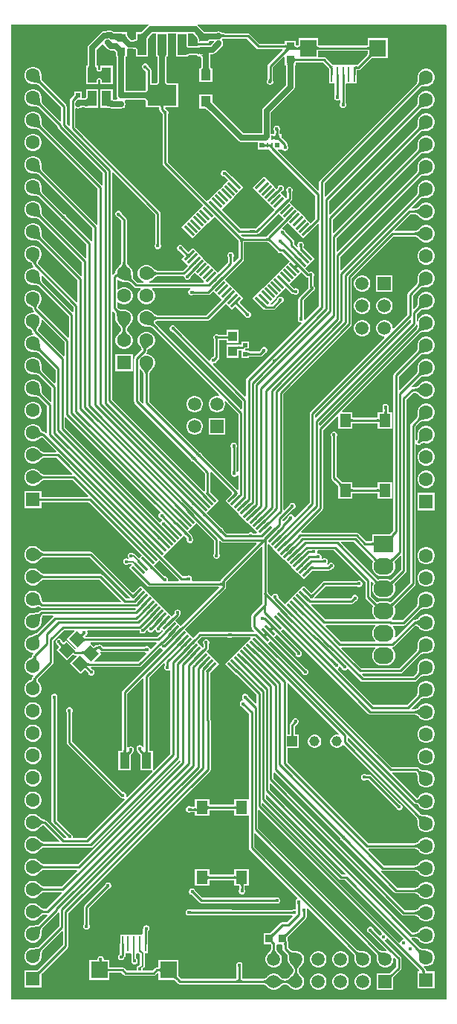
<source format=gtl>
G04*
G04 #@! TF.GenerationSoftware,Altium Limited,Altium Designer,21.1.1 (26)*
G04*
G04 Layer_Physical_Order=1*
G04 Layer_Color=255*
%FSAX44Y44*%
%MOMM*%
G71*
G04*
G04 #@! TF.SameCoordinates,7C830176-F0F4-4CA8-9266-6C2C436D825E*
G04*
G04*
G04 #@! TF.FilePolarity,Positive*
G04*
G01*
G75*
%ADD11C,0.2540*%
%ADD19C,0.1778*%
G04:AMPARAMS|DCode=20|XSize=1.2mm|YSize=1.4mm|CornerRadius=0mm|HoleSize=0mm|Usage=FLASHONLY|Rotation=45.000|XOffset=0mm|YOffset=0mm|HoleType=Round|Shape=Rectangle|*
%AMROTATEDRECTD20*
4,1,4,0.0707,-0.9192,-0.9192,0.0707,-0.0707,0.9192,0.9192,-0.0707,0.0707,-0.9192,0.0*
%
%ADD20ROTATEDRECTD20*%

%ADD21R,1.1000X1.9000*%
%ADD22R,1.3000X1.5500*%
%ADD23R,0.8900X0.9300*%
%ADD24R,0.5250X0.5000*%
%ADD25R,0.2500X0.5000*%
%ADD26R,1.9000X1.9000*%
%ADD27R,0.2540X1.7780*%
%ADD28R,0.5000X0.4750*%
%ADD29R,1.0500X1.7000*%
G04:AMPARAMS|DCode=30|XSize=0.6mm|YSize=0.54mm|CornerRadius=0.1431mm|HoleSize=0mm|Usage=FLASHONLY|Rotation=0.000|XOffset=0mm|YOffset=0mm|HoleType=Round|Shape=RoundedRectangle|*
%AMROUNDEDRECTD30*
21,1,0.6000,0.2538,0,0,0.0*
21,1,0.3138,0.5400,0,0,0.0*
1,1,0.2862,0.1569,-0.1269*
1,1,0.2862,-0.1569,-0.1269*
1,1,0.2862,-0.1569,0.1269*
1,1,0.2862,0.1569,0.1269*
%
%ADD30ROUNDEDRECTD30*%
%ADD31R,0.9300X0.8900*%
%ADD32R,3.3000X2.4000*%
%ADD33R,1.0000X2.4000*%
%ADD34R,1.1200X1.2400*%
G04:AMPARAMS|DCode=35|XSize=1.475mm|YSize=0.3mm|CornerRadius=0mm|HoleSize=0mm|Usage=FLASHONLY|Rotation=135.000|XOffset=0mm|YOffset=0mm|HoleType=Round|Shape=Rectangle|*
%AMROTATEDRECTD35*
4,1,4,0.6276,-0.4154,0.4154,-0.6276,-0.6276,0.4154,-0.4154,0.6276,0.6276,-0.4154,0.0*
%
%ADD35ROTATEDRECTD35*%

G04:AMPARAMS|DCode=36|XSize=1.475mm|YSize=0.3mm|CornerRadius=0mm|HoleSize=0mm|Usage=FLASHONLY|Rotation=225.000|XOffset=0mm|YOffset=0mm|HoleType=Round|Shape=Rectangle|*
%AMROTATEDRECTD36*
4,1,4,0.4154,0.6276,0.6276,0.4154,-0.4154,-0.6276,-0.6276,-0.4154,0.4154,0.6276,0.0*
%
%ADD36ROTATEDRECTD36*%

%ADD37R,1.0000X1.1000*%
%ADD65C,0.6350*%
%ADD66R,1.6000X1.6000*%
%ADD67C,1.6000*%
%ADD68C,1.5000*%
%ADD69R,1.5000X1.5000*%
%ADD70R,1.1600X1.1600*%
%ADD71C,1.1600*%
%ADD72O,2.2860X1.9050*%
%ADD73R,2.2860X1.9050*%
%ADD74R,1.5000X1.5000*%
%ADD75C,0.3810*%
G36*
X00263506Y00411032D02*
X00759956Y00411032D01*
X00759956Y01519368D01*
X00758865Y01520638D01*
X00475961D01*
X00475737Y01519368D01*
X00477124Y01518442D01*
X00480779Y01514786D01*
X00481980Y01513671D01*
X00483003Y01512851D01*
X00483921Y01512211D01*
X00484206Y01512047D01*
X00498360D01*
X00498495Y01512138D01*
X00500428Y01512522D01*
X00502360Y01512138D01*
X00502780Y01511857D01*
X00503249Y01511764D01*
X00504310Y01511055D01*
X00504398Y01510923D01*
X00504615Y01510873D01*
X00505121Y01510789D01*
X00508356Y01510580D01*
X00533778D01*
X00534968Y01510343D01*
X00535976Y01509669D01*
X00546906Y01498740D01*
X00575352D01*
X00575501Y01498753D01*
X00575534Y01498758D01*
Y01501860D01*
X00588390D01*
Y01496788D01*
X00588436Y01496781D01*
X00588580Y01496768D01*
X00590960D01*
X00591110Y01496781D01*
X00591142Y01496786D01*
Y01504938D01*
X00613698D01*
Y01496786D01*
X00613731Y01496781D01*
X00613880Y01496768D01*
X00669960D01*
X00670110Y01496781D01*
X00670142Y01496786D01*
Y01504938D01*
X00692698D01*
Y01482382D01*
X00674695D01*
X00674522Y01482261D01*
X00673821Y01481665D01*
X00661560Y01469405D01*
X00660552Y01468731D01*
X00659362Y01468495D01*
X00657853D01*
X00657728Y01468483D01*
Y01463982D01*
X00657668Y01463682D01*
Y01453314D01*
X00651572Y01453314D01*
X00650302Y01453314D01*
X00645372Y01453314D01*
X00645028Y01452187D01*
Y01431090D01*
X00645043Y01431076D01*
X00645603Y01429722D01*
Y01428257D01*
X00645043Y01426903D01*
X00644007Y01425867D01*
X00642653Y01425306D01*
X00641188D01*
X00639834Y01425867D01*
X00638798Y01426903D01*
X00638237Y01428257D01*
Y01429722D01*
X00638798Y01431076D01*
X00638811Y01431088D01*
X00638813Y01431129D01*
Y01434163D01*
X00637543Y01434689D01*
X00637507Y01434653D01*
X00636153Y01434092D01*
X00634688D01*
X00633334Y01434653D01*
X00632298Y01435689D01*
X00631737Y01437043D01*
Y01438508D01*
X00632298Y01439862D01*
X00632310Y01439874D01*
X00632313Y01439915D01*
Y01452187D01*
X00631968Y01453314D01*
X00631043Y01453314D01*
X00625872D01*
Y01463682D01*
X00625813Y01463982D01*
Y01470142D01*
X00625664Y01470357D01*
X00625110Y01471017D01*
X00618923Y01477204D01*
X00589710D01*
X00588390Y01477153D01*
Y01475914D01*
X00588394Y01475892D01*
X00588390Y01475871D01*
Y01474084D01*
X00587318D01*
X00587266Y01473896D01*
X00587168Y01473371D01*
X00587012Y01471310D01*
Y01449654D01*
X00586627Y01447721D01*
X00585533Y01446083D01*
X00559677Y01420227D01*
Y01396054D01*
X00562028D01*
X00562049Y01396058D01*
X00562071Y01396054D01*
X00563593D01*
X00563603Y01396172D01*
Y01399482D01*
X00563345Y01399740D01*
X00562785Y01401093D01*
Y01402559D01*
X00563345Y01403912D01*
X00564381Y01404948D01*
X00565735Y01405509D01*
X00567200D01*
X00568554Y01404948D01*
X00569590Y01403912D01*
X00570151Y01402559D01*
Y01401093D01*
X00569818Y01400291D01*
Y01396238D01*
X00569832Y01396089D01*
X00569837Y01396054D01*
X00571613D01*
Y01391964D01*
X00572374Y01391140D01*
X00573284Y01390532D01*
X00577820Y01385996D01*
X00578494Y01384988D01*
X00578731Y01383799D01*
Y01382580D01*
X00578988Y01382322D01*
X00579549Y01380969D01*
Y01379503D01*
X00578988Y01378150D01*
X00577952Y01377114D01*
X00576598Y01376553D01*
X00575133D01*
X00573779Y01377114D01*
X00572743Y01378150D01*
X00572741Y01378156D01*
X00571613Y01378498D01*
X00571613Y01378498D01*
X00568107D01*
X00567621Y01377325D01*
X00613495Y01331451D01*
X00614668Y01331936D01*
Y01341374D01*
X00614905Y01342563D01*
X00615578Y01343571D01*
X00725651Y01453644D01*
X00725680Y01453678D01*
X00725881Y01453992D01*
X00726083Y01454408D01*
X00726273Y01454928D01*
X00726444Y01455551D01*
X00726589Y01456277D01*
X00726700Y01457083D01*
X00726828Y01459060D01*
X00726835Y01460178D01*
X00726870Y01460345D01*
Y01461533D01*
X00727536Y01464020D01*
X00728823Y01466250D01*
X00730644Y01468070D01*
X00732874Y01469358D01*
X00735360Y01470024D01*
X00737935D01*
X00740422Y01469358D01*
X00742652Y01468070D01*
X00744472Y01466250D01*
X00745759Y01464020D01*
X00746426Y01461533D01*
Y01458959D01*
X00745759Y01456472D01*
X00744472Y01454242D01*
X00742652Y01452422D01*
X00740422Y01451134D01*
X00737935Y01450468D01*
X00736747D01*
X00736580Y01450434D01*
X00735461Y01450426D01*
X00733484Y01450298D01*
X00732679Y01450187D01*
X00731953Y01450042D01*
X00731329Y01449871D01*
X00730809Y01449681D01*
X00730394Y01449480D01*
X00730080Y01449278D01*
X00730046Y01449249D01*
X00620883Y01340087D01*
Y01325136D01*
X00622057Y01324650D01*
X00725651Y01428244D01*
X00725680Y01428278D01*
X00725881Y01428592D01*
X00726083Y01429008D01*
X00726273Y01429528D01*
X00726444Y01430151D01*
X00726589Y01430877D01*
X00726700Y01431683D01*
X00726828Y01433660D01*
X00726835Y01434778D01*
X00726870Y01434945D01*
Y01436133D01*
X00727536Y01438620D01*
X00728823Y01440850D01*
X00730644Y01442670D01*
X00732874Y01443958D01*
X00735360Y01444624D01*
X00737935D01*
X00740422Y01443958D01*
X00742652Y01442670D01*
X00744472Y01440850D01*
X00745759Y01438620D01*
X00746426Y01436133D01*
Y01433559D01*
X00745759Y01431072D01*
X00744472Y01428842D01*
X00742652Y01427022D01*
X00740422Y01425734D01*
X00737935Y01425068D01*
X00736747D01*
X00736580Y01425034D01*
X00735461Y01425026D01*
X00733484Y01424898D01*
X00732679Y01424787D01*
X00731953Y01424642D01*
X00731329Y01424471D01*
X00730809Y01424281D01*
X00730394Y01424080D01*
X00730080Y01423878D01*
X00730046Y01423849D01*
X00625964Y01319767D01*
Y01304816D01*
X00627137Y01304330D01*
X00725651Y01402844D01*
X00725680Y01402878D01*
X00725881Y01403192D01*
X00726083Y01403608D01*
X00726273Y01404128D01*
X00726444Y01404751D01*
X00726589Y01405477D01*
X00726700Y01406283D01*
X00726828Y01408260D01*
X00726835Y01409378D01*
X00726870Y01409545D01*
Y01410733D01*
X00727536Y01413220D01*
X00728823Y01415450D01*
X00730644Y01417270D01*
X00732874Y01418558D01*
X00735360Y01419224D01*
X00737935D01*
X00740422Y01418558D01*
X00742652Y01417270D01*
X00744472Y01415450D01*
X00745759Y01413220D01*
X00746426Y01410733D01*
Y01408159D01*
X00745759Y01405672D01*
X00744472Y01403442D01*
X00742652Y01401622D01*
X00740422Y01400334D01*
X00737935Y01399668D01*
X00736747D01*
X00736580Y01399634D01*
X00735461Y01399626D01*
X00733484Y01399498D01*
X00732679Y01399387D01*
X00731953Y01399242D01*
X00731329Y01399071D01*
X00730809Y01398881D01*
X00730394Y01398680D01*
X00730080Y01398478D01*
X00730046Y01398449D01*
X00630281Y01298685D01*
Y01283734D01*
X00631455Y01283248D01*
X00725651Y01377444D01*
X00725680Y01377478D01*
X00725881Y01377792D01*
X00726083Y01378208D01*
X00726273Y01378728D01*
X00726444Y01379351D01*
X00726589Y01380077D01*
X00726700Y01380883D01*
X00726828Y01382860D01*
X00726835Y01383978D01*
X00726870Y01384145D01*
Y01385333D01*
X00727536Y01387820D01*
X00728823Y01390050D01*
X00730644Y01391870D01*
X00732874Y01393158D01*
X00735360Y01393824D01*
X00737935D01*
X00740422Y01393158D01*
X00742652Y01391870D01*
X00744472Y01390050D01*
X00745759Y01387820D01*
X00746426Y01385333D01*
Y01382759D01*
X00745759Y01380272D01*
X00744472Y01378042D01*
X00742652Y01376222D01*
X00740422Y01374934D01*
X00737935Y01374268D01*
X00736747D01*
X00736580Y01374234D01*
X00735461Y01374226D01*
X00733484Y01374098D01*
X00732679Y01373987D01*
X00731953Y01373842D01*
X00731329Y01373671D01*
X00730809Y01373481D01*
X00730394Y01373280D01*
X00730080Y01373078D01*
X00730046Y01373049D01*
X00634599Y01277603D01*
Y01262652D01*
X00635773Y01262166D01*
X00725651Y01352044D01*
X00725680Y01352078D01*
X00725881Y01352392D01*
X00726083Y01352808D01*
X00726273Y01353328D01*
X00726444Y01353951D01*
X00726589Y01354677D01*
X00726700Y01355483D01*
X00726828Y01357460D01*
X00726835Y01358578D01*
X00726870Y01358745D01*
Y01359933D01*
X00727536Y01362420D01*
X00728823Y01364650D01*
X00730644Y01366470D01*
X00732874Y01367758D01*
X00735360Y01368424D01*
X00737935D01*
X00740422Y01367758D01*
X00742652Y01366470D01*
X00744472Y01364650D01*
X00745759Y01362420D01*
X00746426Y01359933D01*
Y01357359D01*
X00745759Y01354872D01*
X00744472Y01352642D01*
X00742652Y01350822D01*
X00740422Y01349534D01*
X00737935Y01348868D01*
X00736747D01*
X00736580Y01348834D01*
X00735461Y01348826D01*
X00733484Y01348698D01*
X00732679Y01348587D01*
X00731953Y01348442D01*
X00731329Y01348271D01*
X00730809Y01348081D01*
X00730394Y01347880D01*
X00730080Y01347678D01*
X00730046Y01347649D01*
X00638918Y01256521D01*
Y01241570D01*
X00640091Y01241084D01*
X00725651Y01326644D01*
X00725680Y01326678D01*
X00725881Y01326992D01*
X00726083Y01327408D01*
X00726273Y01327928D01*
X00726444Y01328551D01*
X00726589Y01329277D01*
X00726700Y01330083D01*
X00726828Y01332060D01*
X00726835Y01333178D01*
X00726870Y01333345D01*
Y01334533D01*
X00727536Y01337020D01*
X00728823Y01339250D01*
X00730644Y01341070D01*
X00732874Y01342358D01*
X00735360Y01343024D01*
X00737935D01*
X00740422Y01342358D01*
X00742652Y01341070D01*
X00744472Y01339250D01*
X00745759Y01337020D01*
X00746426Y01334533D01*
Y01331959D01*
X00745759Y01329472D01*
X00744472Y01327242D01*
X00742652Y01325422D01*
X00740422Y01324134D01*
X00737935Y01323468D01*
X00736747D01*
X00736580Y01323434D01*
X00735461Y01323426D01*
X00733484Y01323298D01*
X00732679Y01323187D01*
X00731953Y01323042D01*
X00731329Y01322871D01*
X00730809Y01322681D01*
X00730394Y01322480D01*
X00730080Y01322278D01*
X00730046Y01322249D01*
X00719924Y01312127D01*
X00720410Y01310954D01*
X00724203D01*
X00724248Y01310957D01*
X00724613Y01311037D01*
X00725049Y01311188D01*
X00725551Y01311421D01*
X00726113Y01311742D01*
X00726729Y01312153D01*
X00727377Y01312643D01*
X00728865Y01313951D01*
X00729661Y01314736D01*
X00729804Y01314830D01*
X00730644Y01315670D01*
X00732874Y01316958D01*
X00735360Y01317624D01*
X00737935D01*
X00740422Y01316958D01*
X00742652Y01315670D01*
X00744472Y01313850D01*
X00745759Y01311620D01*
X00746426Y01309133D01*
Y01306559D01*
X00745759Y01304072D01*
X00744472Y01301842D01*
X00742652Y01300022D01*
X00740422Y01298734D01*
X00737935Y01298068D01*
X00735360D01*
X00732874Y01298734D01*
X00730644Y01300022D01*
X00729804Y01300862D01*
X00729661Y01300956D01*
X00728865Y01301741D01*
X00727377Y01303049D01*
X00726729Y01303539D01*
X00726113Y01303950D01*
X00725551Y01304271D01*
X00725049Y01304504D01*
X00724613Y01304655D01*
X00724248Y01304735D01*
X00724203Y01304738D01*
X00718642D01*
X00700630Y01286727D01*
X00701116Y01285554D01*
X00724203D01*
X00724248Y01285557D01*
X00724613Y01285637D01*
X00725049Y01285788D01*
X00725551Y01286021D01*
X00726113Y01286342D01*
X00726729Y01286753D01*
X00727377Y01287243D01*
X00728865Y01288551D01*
X00729661Y01289337D01*
X00729804Y01289430D01*
X00730644Y01290270D01*
X00732874Y01291558D01*
X00735360Y01292224D01*
X00737935D01*
X00740422Y01291558D01*
X00742652Y01290270D01*
X00744472Y01288450D01*
X00745759Y01286220D01*
X00746426Y01283733D01*
Y01281159D01*
X00745759Y01278672D01*
X00744472Y01276442D01*
X00742652Y01274622D01*
X00740422Y01273334D01*
X00737935Y01272668D01*
X00735360D01*
X00732874Y01273334D01*
X00730644Y01274622D01*
X00729804Y01275462D01*
X00729661Y01275556D01*
X00728865Y01276341D01*
X00727377Y01277649D01*
X00726729Y01278139D01*
X00726113Y01278550D01*
X00725551Y01278871D01*
X00725049Y01279104D01*
X00724613Y01279255D01*
X00724248Y01279335D01*
X00724203Y01279338D01*
X00699348D01*
X00651871Y01231862D01*
Y01179576D01*
X00651635Y01178387D01*
X00650961Y01177378D01*
X00573894Y01100311D01*
Y00968403D01*
X00575163Y00967877D01*
X00580565Y00973278D01*
Y00973299D01*
X00581125Y00974652D01*
X00582161Y00975688D01*
X00583515Y00976249D01*
X00584980D01*
X00586334Y00975688D01*
X00587370Y00974652D01*
X00587931Y00973299D01*
Y00971833D01*
X00587370Y00970480D01*
X00586334Y00969444D01*
X00584980Y00968883D01*
X00584963D01*
X00584932Y00968856D01*
X00572761Y00956684D01*
X00572850Y00955929D01*
X00574157Y00955440D01*
X00578787Y00960070D01*
Y00960091D01*
X00579347Y00961444D01*
X00580383Y00962480D01*
X00581737Y00963041D01*
X00583202D01*
X00584556Y00962480D01*
X00585592Y00961444D01*
X00586153Y00960091D01*
Y00959997D01*
X00587423Y00959471D01*
X00604000Y00976048D01*
Y01077877D01*
X00604237Y01079066D01*
X00604910Y01080074D01*
X00689038Y01164202D01*
X00688512Y01165472D01*
X00687842D01*
X00685483Y01166104D01*
X00683367Y01167326D01*
X00681639Y01169053D01*
X00680418Y01171169D01*
X00679786Y01173529D01*
Y01175971D01*
X00680418Y01178331D01*
X00681639Y01180447D01*
X00683367Y01182174D01*
X00685483Y01183396D01*
X00687842Y01184028D01*
X00690285D01*
X00692645Y01183396D01*
X00694761Y01182174D01*
X00696488Y01180447D01*
X00697709Y01178331D01*
X00698342Y01175971D01*
Y01175302D01*
X00699612Y01174776D01*
X00715252Y01190416D01*
Y01213358D01*
X00715489Y01214547D01*
X00716162Y01215555D01*
X00725651Y01225044D01*
X00725680Y01225078D01*
X00725881Y01225392D01*
X00726083Y01225808D01*
X00726273Y01226328D01*
X00726444Y01226951D01*
X00726589Y01227677D01*
X00726700Y01228483D01*
X00726828Y01230460D01*
X00726835Y01231578D01*
X00726870Y01231745D01*
Y01232933D01*
X00727536Y01235420D01*
X00728823Y01237650D01*
X00730644Y01239470D01*
X00732874Y01240758D01*
X00735360Y01241424D01*
X00737935D01*
X00740422Y01240758D01*
X00742652Y01239470D01*
X00744472Y01237650D01*
X00745759Y01235420D01*
X00746426Y01232933D01*
Y01230359D01*
X00745759Y01227872D01*
X00744472Y01225642D01*
X00742652Y01223822D01*
X00740422Y01222534D01*
X00737935Y01221868D01*
X00736747D01*
X00736580Y01221834D01*
X00735461Y01221826D01*
X00733484Y01221698D01*
X00732679Y01221587D01*
X00731953Y01221442D01*
X00731329Y01221271D01*
X00730809Y01221081D01*
X00730394Y01220880D01*
X00730080Y01220678D01*
X00730046Y01220649D01*
X00721468Y01212071D01*
Y01197120D01*
X00722641Y01196634D01*
X00725651Y01199644D01*
X00725680Y01199678D01*
X00725881Y01199992D01*
X00726083Y01200408D01*
X00726273Y01200928D01*
X00726444Y01201551D01*
X00726589Y01202277D01*
X00726700Y01203083D01*
X00726828Y01205060D01*
X00726835Y01206178D01*
X00726870Y01206345D01*
Y01207533D01*
X00727536Y01210020D01*
X00728823Y01212250D01*
X00730644Y01214070D01*
X00732874Y01215358D01*
X00735360Y01216024D01*
X00737935D01*
X00740422Y01215358D01*
X00742652Y01214070D01*
X00744472Y01212250D01*
X00745759Y01210020D01*
X00746426Y01207533D01*
Y01204959D01*
X00745759Y01202472D01*
X00744472Y01200242D01*
X00742652Y01198422D01*
X00740422Y01197134D01*
X00737935Y01196468D01*
X00736747D01*
X00736580Y01196434D01*
X00735461Y01196426D01*
X00733484Y01196298D01*
X00732679Y01196187D01*
X00731953Y01196042D01*
X00731329Y01195871D01*
X00730809Y01195681D01*
X00730394Y01195480D01*
X00730080Y01195278D01*
X00730046Y01195249D01*
X00725786Y01190989D01*
Y01182994D01*
X00727056Y01182826D01*
X00727536Y01184620D01*
X00728823Y01186850D01*
X00730644Y01188670D01*
X00732874Y01189958D01*
X00735360Y01190624D01*
X00737935D01*
X00740422Y01189958D01*
X00742652Y01188670D01*
X00744472Y01186850D01*
X00745759Y01184620D01*
X00746426Y01182133D01*
Y01179559D01*
X00745759Y01177072D01*
X00744472Y01174842D01*
X00742652Y01173022D01*
X00740422Y01171734D01*
X00737935Y01171068D01*
X00736747D01*
X00736580Y01171034D01*
X00735461Y01171026D01*
X00733484Y01170898D01*
X00732679Y01170787D01*
X00731953Y01170642D01*
X00731329Y01170471D01*
X00730809Y01170281D01*
X00730394Y01170080D01*
X00730080Y01169878D01*
X00730046Y01169849D01*
X00640872Y01080675D01*
X00641358Y01079502D01*
X00652830D01*
Y01073100D01*
X00652862Y01073095D01*
X00653012Y01073082D01*
X00681083D01*
X00681228Y01073094D01*
X00681274Y01073102D01*
Y01079502D01*
X00687294D01*
X00687299Y01079535D01*
X00687312Y01079684D01*
Y01082987D01*
X00687298Y01083002D01*
X00686737Y01084355D01*
Y01085821D01*
X00687298Y01087174D01*
X00688334Y01088210D01*
X00689687Y01088771D01*
X00691152D01*
X00692506Y01088210D01*
X00693542Y01087174D01*
X00694103Y01085821D01*
Y01084355D01*
X00693542Y01083002D01*
X00693530Y01082989D01*
X00693528Y01082949D01*
Y01079684D01*
X00693541Y01079534D01*
X00693546Y01079502D01*
X00697830D01*
Y01060446D01*
X00681274D01*
Y01066846D01*
X00681228Y01066853D01*
X00681083Y01066866D01*
X00653012D01*
X00652862Y01066853D01*
X00652830Y01066848D01*
Y01060446D01*
X00636274D01*
Y01074418D01*
X00635101Y01074904D01*
X00619105Y01058909D01*
Y00970148D01*
X00618869Y00968959D01*
X00618195Y00967950D01*
X00593915Y00943670D01*
X00594441Y00942400D01*
X00657283D01*
X00658473Y00942163D01*
X00659481Y00941489D01*
X00668477Y00932494D01*
X00674998D01*
X00675147Y00932507D01*
X00675180Y00932512D01*
Y00940689D01*
X00695667D01*
X00695677Y00940735D01*
X00696350Y00941743D01*
X00699250Y00944643D01*
Y01121156D01*
X00699487Y01122345D01*
X00700160Y01123354D01*
X00725651Y01148844D01*
X00725680Y01148878D01*
X00725881Y01149192D01*
X00726083Y01149608D01*
X00726273Y01150128D01*
X00726444Y01150751D01*
X00726589Y01151477D01*
X00726700Y01152283D01*
X00726828Y01154260D01*
X00726835Y01155378D01*
X00726870Y01155545D01*
Y01156733D01*
X00727536Y01159220D01*
X00728823Y01161450D01*
X00730644Y01163270D01*
X00732874Y01164558D01*
X00735360Y01165224D01*
X00737935D01*
X00740422Y01164558D01*
X00742652Y01163270D01*
X00744472Y01161450D01*
X00745759Y01159220D01*
X00746426Y01156733D01*
Y01154159D01*
X00745759Y01151672D01*
X00744472Y01149442D01*
X00742652Y01147622D01*
X00740422Y01146334D01*
X00737935Y01145668D01*
X00736747D01*
X00736580Y01145634D01*
X00735461Y01145626D01*
X00733484Y01145498D01*
X00732679Y01145387D01*
X00731953Y01145242D01*
X00731329Y01145071D01*
X00730809Y01144881D01*
X00730394Y01144680D01*
X00730080Y01144478D01*
X00730046Y01144449D01*
X00705465Y01119869D01*
Y01104918D01*
X00706639Y01104432D01*
X00725651Y01123444D01*
X00725680Y01123478D01*
X00725881Y01123792D01*
X00726083Y01124208D01*
X00726273Y01124728D01*
X00726444Y01125351D01*
X00726589Y01126077D01*
X00726700Y01126883D01*
X00726828Y01128860D01*
X00726835Y01129978D01*
X00726870Y01130145D01*
Y01131333D01*
X00727536Y01133820D01*
X00728823Y01136050D01*
X00730644Y01137870D01*
X00732874Y01139158D01*
X00735360Y01139824D01*
X00737935D01*
X00740422Y01139158D01*
X00742652Y01137870D01*
X00744472Y01136050D01*
X00745759Y01133820D01*
X00746426Y01131333D01*
Y01128759D01*
X00745759Y01126272D01*
X00744472Y01124042D01*
X00742652Y01122222D01*
X00740422Y01120934D01*
X00737935Y01120268D01*
X00736747D01*
X00736580Y01120234D01*
X00735461Y01120226D01*
X00733484Y01120098D01*
X00732679Y01119987D01*
X00731953Y01119842D01*
X00731329Y01119671D01*
X00730809Y01119481D01*
X00730394Y01119280D01*
X00730080Y01119078D01*
X00730046Y01119049D01*
X00719905Y01108908D01*
X00720531Y01107738D01*
X00720610Y01107754D01*
X00724203D01*
X00724248Y01107757D01*
X00724613Y01107837D01*
X00725049Y01107988D01*
X00725551Y01108221D01*
X00726113Y01108542D01*
X00726729Y01108953D01*
X00727377Y01109443D01*
X00728865Y01110751D01*
X00729661Y01111536D01*
X00729804Y01111630D01*
X00730644Y01112470D01*
X00732874Y01113758D01*
X00735360Y01114424D01*
X00737935D01*
X00740422Y01113758D01*
X00742652Y01112470D01*
X00744472Y01110650D01*
X00745759Y01108420D01*
X00746426Y01105933D01*
Y01103359D01*
X00745759Y01100872D01*
X00744472Y01098642D01*
X00742652Y01096822D01*
X00740422Y01095534D01*
X00737935Y01094868D01*
X00735360D01*
X00732874Y01095534D01*
X00730644Y01096822D01*
X00729804Y01097662D01*
X00729661Y01097756D01*
X00728865Y01098541D01*
X00727377Y01099849D01*
X00726729Y01100339D01*
X00726113Y01100750D01*
X00725551Y01101071D01*
X00725049Y01101304D01*
X00724613Y01101455D01*
X00724248Y01101535D01*
X00724203Y01101538D01*
X00721897D01*
X00714101Y01093743D01*
Y00899287D01*
X00713865Y00898098D01*
X00713191Y00897089D01*
X00700503Y00884401D01*
X00700378Y00884255D01*
X00700250Y00884083D01*
X00701305Y00881537D01*
X00701693Y00878586D01*
X00701305Y00875635D01*
X00700166Y00872886D01*
X00698354Y00870525D01*
X00695993Y00868713D01*
X00693243Y00867574D01*
X00690293Y00867186D01*
X00686483D01*
X00683532Y00867574D01*
X00680782Y00868713D01*
X00678421Y00870525D01*
X00676610Y00872886D01*
X00675471Y00875635D01*
X00675082Y00878586D01*
X00675471Y00881537D01*
X00676610Y00884286D01*
X00676772Y00884498D01*
X00676681Y00884622D01*
X00676560Y00884764D01*
X00674889Y00886435D01*
X00673716Y00885949D01*
Y00870348D01*
X00680667Y00863396D01*
X00680814Y00863271D01*
X00680986Y00863143D01*
X00683532Y00864198D01*
X00686483Y00864586D01*
X00690293D01*
X00693243Y00864198D01*
X00695789Y00863143D01*
X00695961Y00863271D01*
X00696108Y00863396D01*
X00718409Y00885697D01*
Y01064115D01*
X00718646Y01065304D01*
X00719320Y01066313D01*
X00725651Y01072644D01*
X00725680Y01072678D01*
X00725881Y01072992D01*
X00726083Y01073408D01*
X00726273Y01073928D01*
X00726444Y01074551D01*
X00726589Y01075277D01*
X00726700Y01076083D01*
X00726828Y01078060D01*
X00726835Y01079178D01*
X00726870Y01079345D01*
Y01080533D01*
X00727536Y01083020D01*
X00728823Y01085250D01*
X00730644Y01087070D01*
X00732874Y01088358D01*
X00735360Y01089024D01*
X00737935D01*
X00740422Y01088358D01*
X00742652Y01087070D01*
X00744472Y01085250D01*
X00745759Y01083020D01*
X00746426Y01080533D01*
Y01077959D01*
X00745759Y01075472D01*
X00744472Y01073242D01*
X00742652Y01071422D01*
X00740422Y01070134D01*
X00737935Y01069468D01*
X00736747D01*
X00736580Y01069434D01*
X00735461Y01069426D01*
X00733484Y01069298D01*
X00732679Y01069187D01*
X00731953Y01069042D01*
X00731329Y01068871D01*
X00730809Y01068681D01*
X00730394Y01068480D01*
X00730080Y01068278D01*
X00730046Y01068249D01*
X00724625Y01062828D01*
Y01047913D01*
X00725553Y01047519D01*
X00725895Y01047488D01*
X00726071Y01047664D01*
X00726092Y01047688D01*
X00726321Y01048018D01*
X00726521Y01048392D01*
X00726692Y01048817D01*
X00726830Y01049298D01*
X00726932Y01049840D01*
X00726995Y01050445D01*
X00727014Y01051113D01*
X00726986Y01051844D01*
X00726943Y01052284D01*
X00726870Y01052559D01*
Y01055133D01*
X00727536Y01057620D01*
X00728823Y01059850D01*
X00730644Y01061670D01*
X00732874Y01062958D01*
X00735360Y01063624D01*
X00737935D01*
X00740422Y01062958D01*
X00742652Y01061670D01*
X00744472Y01059850D01*
X00745759Y01057620D01*
X00746426Y01055133D01*
Y01052559D01*
X00745759Y01050072D01*
X00744472Y01047842D01*
X00742652Y01046022D01*
X00740422Y01044734D01*
X00737935Y01044068D01*
X00735360D01*
X00735086Y01044142D01*
X00734646Y01044184D01*
X00733915Y01044212D01*
X00733246Y01044193D01*
X00732642Y01044130D01*
X00732100Y01044028D01*
X00731618Y01043890D01*
X00731194Y01043719D01*
X00730820Y01043520D01*
X00730490Y01043290D01*
X00730466Y01043269D01*
X00730209Y01043012D01*
X00729201Y01042339D01*
X00728012Y01042102D01*
X00726823Y01042339D01*
X00725895Y01042959D01*
X00725468Y01042865D01*
X00724625Y01042507D01*
Y00884410D01*
X00724388Y00883221D01*
X00723715Y00882213D01*
X00700503Y00859001D01*
X00700378Y00858855D01*
X00700250Y00858683D01*
X00701305Y00856137D01*
X00701693Y00853186D01*
X00701305Y00850235D01*
X00700166Y00847486D01*
X00698354Y00845125D01*
X00698121Y00844945D01*
X00698000Y00843283D01*
X00698432Y00842832D01*
X00709707D01*
X00725651Y00858776D01*
X00725680Y00858810D01*
X00725881Y00859124D01*
X00726083Y00859540D01*
X00726273Y00860060D01*
X00726444Y00860683D01*
X00726589Y00861409D01*
X00726700Y00862215D01*
X00726828Y00864192D01*
X00726835Y00865310D01*
X00726870Y00865477D01*
Y00866665D01*
X00727536Y00869152D01*
X00728823Y00871382D01*
X00730644Y00873202D01*
X00732874Y00874490D01*
X00735360Y00875156D01*
X00737935D01*
X00740422Y00874490D01*
X00742652Y00873202D01*
X00744472Y00871382D01*
X00745759Y00869152D01*
X00746426Y00866665D01*
Y00864091D01*
X00745759Y00861604D01*
X00744472Y00859374D01*
X00742652Y00857554D01*
X00740422Y00856266D01*
X00737935Y00855600D01*
X00736747D01*
X00736580Y00855566D01*
X00735461Y00855558D01*
X00733484Y00855430D01*
X00732679Y00855319D01*
X00731953Y00855174D01*
X00731329Y00855003D01*
X00730809Y00854813D01*
X00730394Y00854612D01*
X00730080Y00854410D01*
X00730046Y00854381D01*
X00713191Y00837526D01*
X00712183Y00836853D01*
X00710994Y00836616D01*
X00699365D01*
X00698739Y00835346D01*
X00700166Y00833486D01*
X00701305Y00830737D01*
X00701693Y00827786D01*
X00701305Y00824835D01*
X00700918Y00823901D01*
X00701995Y00823182D01*
X00720988Y00842176D01*
X00721997Y00842849D01*
X00723186Y00843086D01*
X00724203D01*
X00724248Y00843089D01*
X00724613Y00843169D01*
X00725049Y00843320D01*
X00725551Y00843553D01*
X00726113Y00843874D01*
X00726729Y00844285D01*
X00727377Y00844775D01*
X00728865Y00846083D01*
X00729661Y00846868D01*
X00729804Y00846962D01*
X00730644Y00847802D01*
X00732874Y00849090D01*
X00735360Y00849756D01*
X00737935D01*
X00740422Y00849090D01*
X00742652Y00847802D01*
X00744472Y00845982D01*
X00745759Y00843752D01*
X00746426Y00841265D01*
Y00838691D01*
X00745759Y00836204D01*
X00744472Y00833974D01*
X00742652Y00832154D01*
X00740422Y00830866D01*
X00737935Y00830200D01*
X00735360D01*
X00732874Y00830866D01*
X00730644Y00832154D01*
X00729804Y00832994D01*
X00729661Y00833088D01*
X00728865Y00833873D01*
X00727377Y00835181D01*
X00726729Y00835671D01*
X00726113Y00836082D01*
X00725551Y00836403D01*
X00725049Y00836636D01*
X00724613Y00836787D01*
X00724430Y00836827D01*
X00700618Y00813016D01*
X00699610Y00812342D01*
X00698421Y00812105D01*
X00698169D01*
X00697761Y00810903D01*
X00698354Y00810447D01*
X00700166Y00808086D01*
X00701305Y00805337D01*
X00701693Y00802386D01*
X00701305Y00799435D01*
X00700166Y00796686D01*
X00698354Y00794325D01*
X00695993Y00792513D01*
X00693243Y00791374D01*
X00690293Y00790985D01*
X00686483D01*
X00683532Y00791374D01*
X00680782Y00792513D01*
X00678421Y00794325D01*
X00676610Y00796686D01*
X00675471Y00799435D01*
X00675082Y00802386D01*
X00675471Y00805337D01*
X00676610Y00808086D01*
X00678421Y00810447D01*
X00679015Y00810903D01*
X00678606Y00812105D01*
X00640462D01*
X00639976Y00810932D01*
X00662686Y00788222D01*
X00705897D01*
X00725651Y00807976D01*
X00725680Y00808010D01*
X00725881Y00808324D01*
X00726083Y00808740D01*
X00726273Y00809260D01*
X00726444Y00809883D01*
X00726589Y00810609D01*
X00726700Y00811415D01*
X00726828Y00813392D01*
X00726835Y00814510D01*
X00726870Y00814677D01*
Y00815865D01*
X00727536Y00818352D01*
X00728823Y00820582D01*
X00730644Y00822402D01*
X00732874Y00823690D01*
X00735360Y00824356D01*
X00737935D01*
X00740422Y00823690D01*
X00742652Y00822402D01*
X00744472Y00820582D01*
X00745759Y00818352D01*
X00746426Y00815865D01*
Y00813291D01*
X00745759Y00810804D01*
X00744472Y00808574D01*
X00742652Y00806754D01*
X00740422Y00805466D01*
X00737935Y00804800D01*
X00736747D01*
X00736580Y00804766D01*
X00735461Y00804758D01*
X00733484Y00804630D01*
X00732679Y00804519D01*
X00731953Y00804374D01*
X00731329Y00804203D01*
X00730809Y00804013D01*
X00730394Y00803812D01*
X00730080Y00803610D01*
X00730046Y00803581D01*
X00709381Y00782916D01*
X00708373Y00782243D01*
X00707184Y00782006D01*
X00664168D01*
X00663682Y00780833D01*
X00665438Y00779078D01*
X00722153D01*
X00725651Y00782576D01*
X00725680Y00782610D01*
X00725881Y00782924D01*
X00726083Y00783340D01*
X00726273Y00783860D01*
X00726444Y00784483D01*
X00726589Y00785209D01*
X00726700Y00786015D01*
X00726828Y00787992D01*
X00726835Y00789110D01*
X00726870Y00789277D01*
Y00790465D01*
X00727536Y00792952D01*
X00728823Y00795182D01*
X00730644Y00797002D01*
X00732874Y00798290D01*
X00735360Y00798956D01*
X00737935D01*
X00740422Y00798290D01*
X00742652Y00797002D01*
X00744472Y00795182D01*
X00745759Y00792952D01*
X00746426Y00790465D01*
Y00787891D01*
X00745759Y00785404D01*
X00744472Y00783174D01*
X00742652Y00781354D01*
X00740422Y00780066D01*
X00737935Y00779400D01*
X00736747D01*
X00736580Y00779366D01*
X00735461Y00779358D01*
X00733484Y00779230D01*
X00732679Y00779119D01*
X00731953Y00778974D01*
X00731329Y00778803D01*
X00730809Y00778613D01*
X00730394Y00778412D01*
X00730080Y00778210D01*
X00730046Y00778181D01*
X00725637Y00773773D01*
X00724629Y00773099D01*
X00723440Y00772862D01*
X00664150D01*
X00662961Y00773099D01*
X00661953Y00773773D01*
X00648202Y00787523D01*
X00646957Y00787275D01*
X00646933Y00787219D01*
X00645897Y00786183D01*
X00644543Y00785622D01*
X00643078D01*
X00641724Y00786183D01*
X00640688Y00787219D01*
X00640128Y00788572D01*
Y00788590D01*
X00640100Y00788620D01*
X00639073Y00789648D01*
X00637575Y00789350D01*
X00637389Y00788902D01*
X00636353Y00787866D01*
X00636281Y00787836D01*
X00636033Y00786590D01*
X00676312Y00746312D01*
X00714787D01*
X00725651Y00757176D01*
X00725680Y00757210D01*
X00725881Y00757524D01*
X00726083Y00757940D01*
X00726273Y00758460D01*
X00726444Y00759083D01*
X00726589Y00759809D01*
X00726700Y00760615D01*
X00726828Y00762592D01*
X00726835Y00763710D01*
X00726870Y00763877D01*
Y00765065D01*
X00727536Y00767552D01*
X00728823Y00769782D01*
X00730644Y00771602D01*
X00732874Y00772890D01*
X00735360Y00773556D01*
X00737935D01*
X00740422Y00772890D01*
X00742652Y00771602D01*
X00744472Y00769782D01*
X00745759Y00767552D01*
X00746426Y00765065D01*
Y00762491D01*
X00745759Y00760004D01*
X00744472Y00757774D01*
X00742652Y00755954D01*
X00740422Y00754666D01*
X00737935Y00754000D01*
X00736747D01*
X00736580Y00753966D01*
X00735461Y00753958D01*
X00733484Y00753830D01*
X00732679Y00753719D01*
X00731953Y00753574D01*
X00731329Y00753403D01*
X00730809Y00753213D01*
X00730394Y00753012D01*
X00730080Y00752810D01*
X00730046Y00752781D01*
X00719924Y00742659D01*
X00720410Y00741486D01*
X00724203D01*
X00724248Y00741489D01*
X00724613Y00741569D01*
X00725049Y00741720D01*
X00725551Y00741953D01*
X00726113Y00742274D01*
X00726729Y00742685D01*
X00727377Y00743175D01*
X00728865Y00744482D01*
X00729661Y00745268D01*
X00729804Y00745362D01*
X00730644Y00746202D01*
X00732874Y00747490D01*
X00735360Y00748156D01*
X00737935D01*
X00740422Y00747490D01*
X00742652Y00746202D01*
X00744472Y00744382D01*
X00745759Y00742152D01*
X00746426Y00739665D01*
Y00737091D01*
X00745759Y00734604D01*
X00744472Y00732374D01*
X00742652Y00730554D01*
X00740422Y00729266D01*
X00737935Y00728600D01*
X00735360D01*
X00732874Y00729266D01*
X00730644Y00730554D01*
X00729804Y00731394D01*
X00729661Y00731488D01*
X00728865Y00732273D01*
X00727377Y00733581D01*
X00726729Y00734071D01*
X00726113Y00734482D01*
X00725551Y00734803D01*
X00725049Y00735036D01*
X00724613Y00735187D01*
X00724248Y00735267D01*
X00724203Y00735270D01*
X00672780D01*
X00671591Y00735507D01*
X00670582Y00736180D01*
X00573672Y00833091D01*
X00570996Y00830415D01*
X00593557Y00807853D01*
X00593900Y00807340D01*
X00594482Y00806758D01*
X00595043Y00805405D01*
Y00803939D01*
X00594482Y00802586D01*
X00593446Y00801550D01*
X00592092Y00800989D01*
X00590627D01*
X00589273Y00801550D01*
X00588237Y00802586D01*
X00587677Y00803939D01*
Y00804944D01*
X00566601Y00826020D01*
X00563925Y00823344D01*
X00599942Y00787327D01*
X00600812Y00786966D01*
X00601848Y00785930D01*
X00602409Y00784577D01*
Y00783111D01*
X00601848Y00781758D01*
X00600812Y00780722D01*
X00599458Y00780161D01*
X00597993D01*
X00596640Y00780722D01*
X00595603Y00781758D01*
X00595043Y00783111D01*
Y00783436D01*
X00559530Y00818949D01*
X00556854Y00816273D01*
X00697427Y00675700D01*
X00726234D01*
X00727423Y00675463D01*
X00728431Y00674790D01*
X00730046Y00673175D01*
X00730080Y00673146D01*
X00730394Y00672944D01*
X00730809Y00672743D01*
X00731329Y00672553D01*
X00731953Y00672382D01*
X00732679Y00672237D01*
X00733484Y00672126D01*
X00735461Y00671998D01*
X00736580Y00671990D01*
X00736747Y00671956D01*
X00737935D01*
X00740422Y00671290D01*
X00742652Y00670002D01*
X00744472Y00668182D01*
X00745759Y00665952D01*
X00746426Y00663465D01*
Y00660891D01*
X00745759Y00658404D01*
X00744472Y00656174D01*
X00742652Y00654354D01*
X00740422Y00653066D01*
X00737935Y00652400D01*
X00735360D01*
X00732874Y00653066D01*
X00730644Y00654354D01*
X00728823Y00656174D01*
X00727536Y00658404D01*
X00726870Y00660891D01*
Y00662079D01*
X00726835Y00662246D01*
X00726828Y00663364D01*
X00726700Y00665341D01*
X00726589Y00666147D01*
X00726444Y00666873D01*
X00726273Y00667496D01*
X00726083Y00668016D01*
X00725881Y00668432D01*
X00725680Y00668746D01*
X00725651Y00668780D01*
X00724947Y00669484D01*
X00698230D01*
X00697744Y00668311D01*
X00725967Y00640088D01*
X00725993Y00640095D01*
X00726352Y00640241D01*
X00726709Y00640434D01*
X00727067Y00640679D01*
X00727428Y00640982D01*
X00727792Y00641347D01*
X00728157Y00641778D01*
X00728555Y00642326D01*
X00728566Y00642337D01*
X00728823Y00642782D01*
X00730644Y00644602D01*
X00732874Y00645890D01*
X00735360Y00646556D01*
X00737935D01*
X00740422Y00645890D01*
X00742652Y00644602D01*
X00744472Y00642782D01*
X00745759Y00640552D01*
X00746426Y00638065D01*
Y00635491D01*
X00745759Y00633004D01*
X00744472Y00630774D01*
X00742652Y00628954D01*
X00740422Y00627666D01*
X00737935Y00627000D01*
X00735360D01*
X00732874Y00627666D01*
X00730644Y00628954D01*
X00728823Y00630774D01*
X00728525Y00631290D01*
X00728494Y00631320D01*
X00728103Y00631870D01*
X00727746Y00632302D01*
X00727389Y00632667D01*
X00727034Y00632969D01*
X00726682Y00633213D01*
X00726332Y00633405D01*
X00725979Y00633550D01*
X00725617Y00633653D01*
X00725244Y00633715D01*
X00724838D01*
X00723649Y00633951D01*
X00722640Y00634625D01*
X00648107Y00709158D01*
X00646934Y00708672D01*
Y00705487D01*
X00730046Y00622375D01*
X00730080Y00622346D01*
X00730394Y00622144D01*
X00730809Y00621943D01*
X00731329Y00621753D01*
X00731953Y00621582D01*
X00732679Y00621437D01*
X00733484Y00621326D01*
X00735461Y00621198D01*
X00736580Y00621190D01*
X00736747Y00621156D01*
X00737935D01*
X00740422Y00620490D01*
X00742652Y00619202D01*
X00744472Y00617382D01*
X00745759Y00615152D01*
X00746426Y00612665D01*
Y00610091D01*
X00745759Y00607604D01*
X00744472Y00605374D01*
X00742652Y00603554D01*
X00740422Y00602266D01*
X00737935Y00601600D01*
X00735360D01*
X00732874Y00602266D01*
X00730644Y00603554D01*
X00728823Y00605374D01*
X00727536Y00607604D01*
X00726870Y00610091D01*
Y00611279D01*
X00726835Y00611446D01*
X00726828Y00612564D01*
X00726700Y00614542D01*
X00726589Y00615347D01*
X00726444Y00616073D01*
X00726273Y00616696D01*
X00726083Y00617216D01*
X00725881Y00617632D01*
X00725680Y00617946D01*
X00725651Y00617980D01*
X00642609Y00701022D01*
X00641350Y00700856D01*
X00641042Y00700322D01*
X00639631Y00698911D01*
X00637903Y00697913D01*
X00635975Y00697397D01*
X00633980D01*
X00632053Y00697913D01*
X00630325Y00698911D01*
X00628914Y00700322D01*
X00627916Y00702050D01*
X00627400Y00703977D01*
Y00705973D01*
X00627916Y00707900D01*
X00628914Y00709628D01*
X00630325Y00711039D01*
X00632053Y00712037D01*
X00633980Y00712553D01*
X00635975D01*
X00636671Y00712367D01*
X00637328Y00713505D01*
X00579611Y00771223D01*
X00578438Y00770737D01*
Y00712553D01*
X00581052D01*
X00581057Y00712585D01*
X00581070Y00712735D01*
Y00723486D01*
X00581307Y00724676D01*
X00581980Y00725684D01*
X00584121Y00727824D01*
Y00728189D01*
X00584682Y00729542D01*
X00585718Y00730578D01*
X00587071Y00731139D01*
X00588536D01*
X00589890Y00730578D01*
X00590926Y00729542D01*
X00591487Y00728189D01*
Y00726723D01*
X00590926Y00725370D01*
X00589890Y00724334D01*
X00589088Y00724001D01*
X00587285Y00722199D01*
Y00712735D01*
X00587299Y00712585D01*
X00587304Y00712553D01*
X00591756D01*
Y00697397D01*
X00578438D01*
Y00681273D01*
X00670625Y00589086D01*
X00724203D01*
X00724248Y00589089D01*
X00724613Y00589169D01*
X00725049Y00589320D01*
X00725551Y00589553D01*
X00726113Y00589874D01*
X00726729Y00590285D01*
X00727377Y00590775D01*
X00728865Y00592082D01*
X00729661Y00592868D01*
X00729804Y00592962D01*
X00730644Y00593802D01*
X00732874Y00595090D01*
X00735360Y00595756D01*
X00737935D01*
X00740422Y00595090D01*
X00742652Y00593802D01*
X00744472Y00591982D01*
X00745759Y00589752D01*
X00746426Y00587265D01*
Y00584691D01*
X00745759Y00582204D01*
X00744472Y00579974D01*
X00742652Y00578154D01*
X00740422Y00576866D01*
X00737935Y00576200D01*
X00735360D01*
X00732874Y00576866D01*
X00730644Y00578154D01*
X00729804Y00578994D01*
X00729661Y00579087D01*
X00728865Y00579873D01*
X00727377Y00581181D01*
X00726729Y00581671D01*
X00726113Y00582082D01*
X00725551Y00582403D01*
X00725049Y00582636D01*
X00724613Y00582787D01*
X00724248Y00582867D01*
X00724203Y00582870D01*
X00671134D01*
X00670648Y00581697D01*
X00688659Y00563686D01*
X00724203D01*
X00724248Y00563689D01*
X00724613Y00563769D01*
X00725049Y00563920D01*
X00725551Y00564153D01*
X00726113Y00564474D01*
X00726729Y00564885D01*
X00727377Y00565375D01*
X00728865Y00566683D01*
X00729661Y00567468D01*
X00729804Y00567562D01*
X00730644Y00568402D01*
X00732874Y00569690D01*
X00735360Y00570356D01*
X00737935D01*
X00740422Y00569690D01*
X00742652Y00568402D01*
X00744472Y00566582D01*
X00745759Y00564352D01*
X00746426Y00561865D01*
Y00559291D01*
X00745759Y00556804D01*
X00744472Y00554574D01*
X00742652Y00552754D01*
X00740422Y00551466D01*
X00737935Y00550800D01*
X00735360D01*
X00732874Y00551466D01*
X00730644Y00552754D01*
X00729804Y00553594D01*
X00729661Y00553688D01*
X00728865Y00554473D01*
X00727377Y00555781D01*
X00726729Y00556271D01*
X00726113Y00556682D01*
X00725551Y00557003D01*
X00725049Y00557236D01*
X00724613Y00557387D01*
X00724248Y00557467D01*
X00724203Y00557470D01*
X00687372D01*
X00686182Y00557707D01*
X00685693Y00558034D01*
X00684883Y00557048D01*
X00703645Y00538286D01*
X00724203D01*
X00724248Y00538289D01*
X00724613Y00538369D01*
X00725049Y00538520D01*
X00725551Y00538753D01*
X00726113Y00539074D01*
X00726729Y00539485D01*
X00727377Y00539975D01*
X00728865Y00541283D01*
X00729661Y00542068D01*
X00729804Y00542162D01*
X00730644Y00543002D01*
X00732874Y00544290D01*
X00735360Y00544956D01*
X00737935D01*
X00740422Y00544290D01*
X00742652Y00543002D01*
X00744472Y00541182D01*
X00745759Y00538952D01*
X00746426Y00536465D01*
Y00533891D01*
X00745759Y00531404D01*
X00744472Y00529174D01*
X00742652Y00527354D01*
X00740422Y00526066D01*
X00737935Y00525400D01*
X00735360D01*
X00732874Y00526066D01*
X00730644Y00527354D01*
X00729804Y00528194D01*
X00729661Y00528288D01*
X00728865Y00529073D01*
X00727377Y00530381D01*
X00726729Y00530871D01*
X00726113Y00531282D01*
X00725551Y00531603D01*
X00725049Y00531836D01*
X00724613Y00531987D01*
X00724248Y00532067D01*
X00724203Y00532070D01*
X00702358D01*
X00701169Y00532307D01*
X00700160Y00532980D01*
X00641448Y00591693D01*
X00641427D01*
X00640073Y00592254D01*
X00639038Y00593290D01*
X00638477Y00594643D01*
Y00594661D01*
X00638449Y00594691D01*
X00563988Y00669153D01*
X00562718Y00668627D01*
Y00662703D01*
X00712535Y00512886D01*
X00724203D01*
X00724248Y00512889D01*
X00724613Y00512969D01*
X00725049Y00513120D01*
X00725551Y00513353D01*
X00726113Y00513674D01*
X00726729Y00514085D01*
X00727377Y00514575D01*
X00728865Y00515882D01*
X00729661Y00516668D01*
X00729804Y00516762D01*
X00730644Y00517602D01*
X00732874Y00518890D01*
X00735360Y00519556D01*
X00737935D01*
X00740422Y00518890D01*
X00742652Y00517602D01*
X00744472Y00515782D01*
X00745759Y00513552D01*
X00746426Y00511065D01*
Y00508491D01*
X00745759Y00506004D01*
X00744472Y00503774D01*
X00742652Y00501954D01*
X00740422Y00500666D01*
X00737935Y00500000D01*
X00735360D01*
X00732874Y00500666D01*
X00730644Y00501954D01*
X00729804Y00502794D01*
X00729661Y00502887D01*
X00728865Y00503673D01*
X00727377Y00504981D01*
X00726729Y00505471D01*
X00726113Y00505882D01*
X00725551Y00506203D01*
X00725049Y00506436D01*
X00724613Y00506587D01*
X00724248Y00506667D01*
X00724203Y00506670D01*
X00711248D01*
X00710059Y00506907D01*
X00709050Y00507580D01*
X00559319Y00657312D01*
X00558145Y00656826D01*
Y00650003D01*
X00720663Y00487486D01*
X00724203D01*
X00724248Y00487489D01*
X00724613Y00487569D01*
X00725049Y00487720D01*
X00725551Y00487953D01*
X00726113Y00488274D01*
X00726729Y00488685D01*
X00727377Y00489175D01*
X00728865Y00490483D01*
X00729661Y00491268D01*
X00729804Y00491362D01*
X00730644Y00492202D01*
X00732874Y00493490D01*
X00735360Y00494156D01*
X00737935D01*
X00740422Y00493490D01*
X00742652Y00492202D01*
X00744472Y00490382D01*
X00745759Y00488152D01*
X00746426Y00485665D01*
Y00483091D01*
X00745759Y00480604D01*
X00744472Y00478374D01*
X00742652Y00476554D01*
X00740422Y00475266D01*
X00737935Y00474600D01*
X00735360D01*
X00732874Y00475266D01*
X00730644Y00476554D01*
X00729804Y00477394D01*
X00729661Y00477488D01*
X00728865Y00478273D01*
X00727377Y00479581D01*
X00726729Y00480071D01*
X00726113Y00480482D01*
X00725551Y00480803D01*
X00725049Y00481036D01*
X00724613Y00481187D01*
X00724248Y00481267D01*
X00724203Y00481270D01*
X00720546D01*
X00720021Y00480000D01*
X00730046Y00469975D01*
X00730080Y00469946D01*
X00730394Y00469744D01*
X00730809Y00469543D01*
X00731329Y00469353D01*
X00731953Y00469182D01*
X00732679Y00469037D01*
X00733484Y00468926D01*
X00735461Y00468798D01*
X00736580Y00468790D01*
X00736747Y00468756D01*
X00737935D01*
X00740422Y00468090D01*
X00742652Y00466802D01*
X00744472Y00464982D01*
X00745759Y00462752D01*
X00746426Y00460265D01*
Y00457691D01*
X00745759Y00455204D01*
X00744472Y00452974D01*
X00742652Y00451154D01*
X00740422Y00449866D01*
X00737935Y00449200D01*
X00735360D01*
X00734298Y00449485D01*
X00733641Y00448346D01*
X00735889Y00446098D01*
X00736563Y00445089D01*
X00736799Y00443900D01*
Y00443356D01*
X00746426D01*
Y00423800D01*
X00726870D01*
Y00443356D01*
X00728182D01*
X00728668Y00444529D01*
X00692668Y00480529D01*
X00691170Y00480231D01*
X00691129Y00480133D01*
X00690204Y00479208D01*
X00689981Y00478794D01*
X00689789Y00477828D01*
X00697650Y00469966D01*
X00698092Y00469671D01*
X00707603Y00460159D01*
X00708277Y00459151D01*
X00708513Y00457962D01*
Y00447004D01*
X00708277Y00445814D01*
X00707603Y00444806D01*
X00700030Y00437233D01*
X00699625Y00436798D01*
X00699341Y00436444D01*
X00699206Y00436251D01*
Y00422248D01*
X00680650D01*
Y00440803D01*
X00694654D01*
X00694826Y00440925D01*
X00695528Y00441520D01*
X00702298Y00448291D01*
Y00456675D01*
X00700233Y00458740D01*
X00700187Y00458713D01*
X00699206Y00457971D01*
Y00455704D01*
X00698574Y00453344D01*
X00697352Y00451229D01*
X00695625Y00449501D01*
X00693509Y00448280D01*
X00691149Y00447648D01*
X00688706D01*
X00686347Y00448280D01*
X00684231Y00449501D01*
X00682504Y00451229D01*
X00681282Y00453344D01*
X00680650Y00455704D01*
Y00456820D01*
X00680615Y00456987D01*
X00680608Y00458010D01*
X00680485Y00459819D01*
X00680379Y00460552D01*
X00680242Y00461215D01*
X00680081Y00461785D01*
X00679902Y00462261D01*
X00679712Y00462642D01*
X00679522Y00462935D01*
X00679513Y00462945D01*
X00542047Y00600411D01*
X00540873Y00599925D01*
Y00584975D01*
X00658508Y00467340D01*
X00658518Y00467331D01*
X00658811Y00467141D01*
X00659193Y00466952D01*
X00659669Y00466772D01*
X00660238Y00466611D01*
X00660901Y00466474D01*
X00661634Y00466368D01*
X00663444Y00466245D01*
X00664466Y00466238D01*
X00664633Y00466203D01*
X00665749D01*
X00668109Y00465571D01*
X00670225Y00464350D01*
X00671952Y00462622D01*
X00673174Y00460507D01*
X00673806Y00458147D01*
Y00455704D01*
X00673174Y00453344D01*
X00671952Y00451229D01*
X00670225Y00449501D01*
X00668109Y00448280D01*
X00665749Y00447648D01*
X00663306D01*
X00660947Y00448280D01*
X00658831Y00449501D01*
X00657104Y00451229D01*
X00655882Y00453344D01*
X00655250Y00455704D01*
Y00456820D01*
X00655215Y00456987D01*
X00655208Y00458010D01*
X00655085Y00459819D01*
X00654979Y00460552D01*
X00654842Y00461215D01*
X00654681Y00461785D01*
X00654502Y00462261D01*
X00654312Y00462642D01*
X00654122Y00462935D01*
X00654113Y00462945D01*
X00601816Y00515242D01*
X00600739Y00514523D01*
X00601139Y00513559D01*
Y00512093D01*
X00600578Y00510740D01*
X00600566Y00510727D01*
X00600564Y00510686D01*
Y00505326D01*
X00600327Y00504137D01*
X00599653Y00503129D01*
X00579950Y00483425D01*
X00579545Y00482990D01*
X00579261Y00482637D01*
X00579126Y00482444D01*
Y00477688D01*
X00579185Y00477388D01*
Y00470463D01*
X00582308Y00467340D01*
X00582318Y00467331D01*
X00582611Y00467141D01*
X00582993Y00466952D01*
X00583468Y00466772D01*
X00584039Y00466611D01*
X00584701Y00466474D01*
X00585434Y00466368D01*
X00587243Y00466245D01*
X00588266Y00466238D01*
X00588433Y00466203D01*
X00589549D01*
X00591909Y00465571D01*
X00594025Y00464350D01*
X00595752Y00462622D01*
X00596973Y00460507D01*
X00597606Y00458147D01*
Y00455704D01*
X00596973Y00453344D01*
X00595752Y00451229D01*
X00594963Y00450439D01*
X00594869Y00450297D01*
X00594151Y00449568D01*
X00592959Y00448202D01*
X00592515Y00447609D01*
X00592144Y00447044D01*
X00591855Y00446527D01*
X00591645Y00446063D01*
X00591509Y00445660D01*
X00591437Y00445318D01*
X00591436Y00445304D01*
Y00443147D01*
X00591437Y00443133D01*
X00591509Y00442791D01*
X00591645Y00442388D01*
X00591855Y00441924D01*
X00592144Y00441407D01*
X00592515Y00440841D01*
X00592958Y00440249D01*
X00594151Y00438882D01*
X00594869Y00438154D01*
X00594963Y00438012D01*
X00595752Y00437222D01*
X00596973Y00435107D01*
X00597606Y00432747D01*
Y00430304D01*
X00596973Y00427944D01*
X00595752Y00425829D01*
X00594025Y00424101D01*
X00591909Y00422880D01*
X00589549Y00422248D01*
X00587106D01*
X00584747Y00422880D01*
X00582631Y00424101D01*
X00581842Y00424891D01*
X00581699Y00424984D01*
X00580971Y00425702D01*
X00579604Y00426895D01*
X00579011Y00427338D01*
X00578446Y00427710D01*
X00577929Y00427999D01*
X00577466Y00428208D01*
X00577062Y00428345D01*
X00576720Y00428417D01*
X00576707Y00428418D01*
X00574549D01*
X00574535Y00428417D01*
X00574194Y00428345D01*
X00573790Y00428208D01*
X00573327Y00427999D01*
X00572809Y00427710D01*
X00572244Y00427338D01*
X00571651Y00426895D01*
X00570285Y00425702D01*
X00569556Y00424984D01*
X00569414Y00424891D01*
X00568625Y00424101D01*
X00566509Y00422880D01*
X00564149Y00422248D01*
X00561706D01*
X00559347Y00422880D01*
X00557231Y00424101D01*
X00556441Y00424891D01*
X00556299Y00424984D01*
X00555571Y00425702D01*
X00554204Y00426894D01*
X00553612Y00427338D01*
X00553046Y00427710D01*
X00552529Y00427999D01*
X00552066Y00428208D01*
X00551662Y00428345D01*
X00551320Y00428417D01*
X00551307Y00428418D01*
X00456348D01*
X00455159Y00428654D01*
X00454150Y00429328D01*
X00450838Y00432640D01*
X00450398Y00433049D01*
X00450049Y00433328D01*
X00449836Y00433476D01*
X00449019D01*
X00448997Y00433472D01*
X00448975Y00433476D01*
X00431841D01*
Y00440588D01*
X00430571Y00441115D01*
X00428330Y00438873D01*
X00427322Y00438200D01*
X00426133Y00437963D01*
X00394171D01*
X00392981Y00438200D01*
X00391973Y00438873D01*
X00389201Y00441646D01*
X00375579D01*
X00375430Y00441633D01*
X00375397Y00441628D01*
Y00433476D01*
X00352841D01*
Y00456032D01*
X00362004D01*
X00362125Y00456213D01*
Y00457679D01*
X00362686Y00459032D01*
X00363722Y00460068D01*
X00365075Y00460629D01*
X00366540D01*
X00367894Y00460068D01*
X00368930Y00459032D01*
X00369491Y00457679D01*
Y00456213D01*
X00369612Y00456032D01*
X00375397D01*
Y00447880D01*
X00375430Y00447875D01*
X00375579Y00447862D01*
X00390488D01*
X00391677Y00447625D01*
X00392685Y00446951D01*
X00395458Y00444179D01*
X00405893D01*
X00406598Y00445235D01*
X00406575Y00445291D01*
Y00446757D01*
X00407136Y00448110D01*
X00408172Y00449146D01*
X00409523Y00449706D01*
X00409660Y00449822D01*
X00410587Y00450748D01*
Y00462499D01*
X00409791Y00463294D01*
X00409721Y00463354D01*
X00409563Y00463474D01*
X00409419Y00463568D01*
X00409291Y00463639D01*
X00409180Y00463690D01*
X00409086Y00463724D01*
X00409007Y00463744D01*
X00408940Y00463754D01*
X00408787Y00463762D01*
X00408779Y00463764D01*
X00407071Y00463764D01*
X00406339Y00462798D01*
Y00458104D01*
X00406502Y00458036D01*
X00407538Y00457000D01*
X00408099Y00455647D01*
Y00454181D01*
X00407538Y00452828D01*
X00406502Y00451792D01*
X00405148Y00451231D01*
X00403683D01*
X00402329Y00451792D01*
X00401293Y00452828D01*
X00400733Y00454181D01*
Y00455647D01*
X00400840Y00455906D01*
X00400900Y00457390D01*
Y00462798D01*
X00400167Y00463764D01*
X00399301Y00463764D01*
X00394071Y00463764D01*
X00394027Y00462512D01*
Y00461573D01*
X00393790Y00460384D01*
X00393117Y00459376D01*
X00392859Y00459118D01*
Y00458753D01*
X00392298Y00457400D01*
X00391262Y00456364D01*
X00389908Y00455803D01*
X00388443D01*
X00387090Y00456364D01*
X00386054Y00457400D01*
X00385493Y00458753D01*
Y00460219D01*
X00386054Y00461572D01*
X00387090Y00462608D01*
X00387812Y00462907D01*
Y00474432D01*
X00387871Y00474732D01*
Y00485100D01*
X00393967Y00485100D01*
X00395237Y00485100D01*
X00400167Y00485100D01*
X00401437Y00485100D01*
X00405801D01*
X00407071Y00485100D01*
X00407937Y00485100D01*
X00413167D01*
X00413512Y00486227D01*
Y00490396D01*
X00413748Y00491585D01*
X00414195Y00492254D01*
Y00492731D01*
X00414756Y00494084D01*
X00415792Y00495120D01*
X00417145Y00495681D01*
X00418610D01*
X00419964Y00495120D01*
X00421000Y00494084D01*
X00421561Y00492731D01*
Y00491265D01*
X00421000Y00489912D01*
X00419964Y00488876D01*
X00419727Y00488778D01*
Y00474432D01*
X00419667Y00474132D01*
Y00463764D01*
X00416139D01*
X00416025Y00463625D01*
Y00449622D01*
X00415818Y00448581D01*
X00415229Y00447699D01*
X00413941Y00446411D01*
Y00445291D01*
X00413917Y00445235D01*
X00414623Y00444179D01*
X00424846D01*
X00427618Y00446951D01*
X00428627Y00447625D01*
X00429816Y00447862D01*
X00431659D01*
X00431809Y00447875D01*
X00431841Y00447880D01*
Y00456032D01*
X00454397D01*
Y00438898D01*
X00454402Y00438877D01*
X00454397Y00438855D01*
Y00438037D01*
X00454531Y00437845D01*
X00455122Y00437146D01*
X00457635Y00434633D01*
X00520307D01*
X00520454Y00434659D01*
X00520560Y00434694D01*
X00520598Y00434715D01*
X00520602Y00434719D01*
X00520606Y00434723D01*
X00520627Y00434762D01*
X00520662Y00434868D01*
X00520688Y00435014D01*
Y00447987D01*
X00520673Y00448002D01*
X00520113Y00449355D01*
Y00450821D01*
X00520673Y00452174D01*
X00521710Y00453210D01*
X00523063Y00453771D01*
X00524528D01*
X00525882Y00453210D01*
X00526918Y00452174D01*
X00527479Y00450821D01*
Y00449355D01*
X00526918Y00448002D01*
X00526906Y00447989D01*
X00526903Y00447948D01*
Y00435014D01*
X00526929Y00434868D01*
X00526965Y00434762D01*
X00526986Y00434723D01*
X00526989Y00434719D01*
X00526993Y00434715D01*
X00527032Y00434694D01*
X00527138Y00434659D01*
X00527285Y00434633D01*
X00551307D01*
X00551320Y00434634D01*
X00551662Y00434706D01*
X00552066Y00434842D01*
X00552529Y00435052D01*
X00553046Y00435341D01*
X00553612Y00435713D01*
X00554204Y00436156D01*
X00555571Y00437349D01*
X00556300Y00438067D01*
X00556441Y00438160D01*
X00557231Y00438950D01*
X00559347Y00440171D01*
X00561706Y00440803D01*
X00564149D01*
X00566509Y00440171D01*
X00568625Y00438950D01*
X00569414Y00438160D01*
X00569556Y00438067D01*
X00570285Y00437349D01*
X00571651Y00436156D01*
X00572244Y00435713D01*
X00572809Y00435341D01*
X00573327Y00435052D01*
X00573790Y00434842D01*
X00574194Y00434706D01*
X00574535Y00434634D01*
X00574549Y00434633D01*
X00576707D01*
X00576721Y00434634D01*
X00577062Y00434706D01*
X00577466Y00434842D01*
X00577929Y00435052D01*
X00578446Y00435341D01*
X00579012Y00435713D01*
X00579604Y00436156D01*
X00580971Y00437349D01*
X00581699Y00438067D01*
X00581752Y00438101D01*
X00581786Y00438154D01*
X00582504Y00438882D01*
X00583697Y00440249D01*
X00584140Y00440841D01*
X00584512Y00441407D01*
X00584801Y00441924D01*
X00585011Y00442388D01*
X00585147Y00442791D01*
X00585219Y00443133D01*
X00585220Y00443147D01*
Y00445304D01*
X00585219Y00445318D01*
X00585147Y00445660D01*
X00585011Y00446063D01*
X00584801Y00446527D01*
X00584512Y00447044D01*
X00584140Y00447610D01*
X00583697Y00448202D01*
X00582504Y00449568D01*
X00581786Y00450297D01*
X00581693Y00450439D01*
X00580904Y00451229D01*
X00579682Y00453344D01*
X00579050Y00455704D01*
Y00456820D01*
X00579015Y00456987D01*
X00579008Y00458010D01*
X00578885Y00459819D01*
X00578779Y00460552D01*
X00578642Y00461215D01*
X00578481Y00461785D01*
X00578302Y00462261D01*
X00578112Y00462642D01*
X00577922Y00462935D01*
X00577913Y00462945D01*
X00573880Y00466978D01*
X00573207Y00467986D01*
X00572970Y00469175D01*
Y00472878D01*
X00571779Y00474140D01*
X00566670Y00474140D01*
X00566035Y00473133D01*
Y00468547D01*
X00566036Y00468533D01*
X00566109Y00468191D01*
X00566245Y00467788D01*
X00566455Y00467324D01*
X00566744Y00466807D01*
X00567115Y00466241D01*
X00567559Y00465649D01*
X00568751Y00464282D01*
X00569469Y00463554D01*
X00569563Y00463412D01*
X00570352Y00462622D01*
X00571573Y00460507D01*
X00572206Y00458147D01*
Y00455704D01*
X00571573Y00453344D01*
X00570352Y00451229D01*
X00568625Y00449501D01*
X00566509Y00448280D01*
X00564149Y00447648D01*
X00561706D01*
X00559347Y00448280D01*
X00557231Y00449501D01*
X00555504Y00451229D01*
X00554282Y00453344D01*
X00553650Y00455704D01*
Y00458147D01*
X00554282Y00460507D01*
X00555504Y00462622D01*
X00556293Y00463412D01*
X00556386Y00463554D01*
X00557104Y00464282D01*
X00558297Y00465649D01*
X00558740Y00466241D01*
X00559112Y00466807D01*
X00559401Y00467324D01*
X00559611Y00467788D01*
X00559747Y00468191D01*
X00559819Y00468533D01*
X00559820Y00468547D01*
Y00473731D01*
X00559411Y00474140D01*
X00551350D01*
Y00486996D01*
X00559254D01*
X00559426Y00487117D01*
X00560128Y00487713D01*
X00570512Y00498097D01*
X00571520Y00498771D01*
X00572709Y00499007D01*
X00577994D01*
X00584498Y00505511D01*
X00584330Y00506355D01*
X00583986Y00506795D01*
X00515538D01*
X00514348Y00507032D01*
X00514129Y00507178D01*
X00468239D01*
X00468224Y00507164D01*
X00466870Y00506603D01*
X00465405D01*
X00464052Y00507164D01*
X00463016Y00508200D01*
X00462455Y00509553D01*
Y00511019D01*
X00463016Y00512372D01*
X00464052Y00513408D01*
X00465405Y00513969D01*
X00466870D01*
X00468224Y00513408D01*
X00468237Y00513396D01*
X00468277Y00513394D01*
X00515154D01*
X00516343Y00513157D01*
X00516563Y00513010D01*
X00584179D01*
X00584193Y00513025D01*
X00585547Y00513586D01*
X00587012D01*
X00587069Y00513562D01*
X00588125Y00514268D01*
Y00520409D01*
X00587677Y00521491D01*
Y00522957D01*
X00588237Y00524310D01*
X00589273Y00525346D01*
X00589728Y00525535D01*
X00590026Y00527033D01*
X00535568Y00581490D01*
X00534895Y00582498D01*
X00534658Y00583688D01*
Y00618802D01*
X00534508Y00620010D01*
X00533388Y00620010D01*
X00517952D01*
Y00626412D01*
X00517919Y00626417D01*
X00517770Y00626430D01*
X00489698D01*
X00489554Y00626418D01*
X00489508Y00626410D01*
Y00620010D01*
X00472952D01*
Y00624254D01*
X00472919Y00624259D01*
X00472770Y00624272D01*
X00468747D01*
X00468732Y00624258D01*
X00467378Y00623697D01*
X00465913D01*
X00464560Y00624258D01*
X00463523Y00625294D01*
X00462963Y00626647D01*
Y00628113D01*
X00463523Y00629466D01*
X00464560Y00630502D01*
X00465913Y00631063D01*
X00467378D01*
X00468732Y00630502D01*
X00468745Y00630490D01*
X00468785Y00630488D01*
X00472770D01*
X00472919Y00630501D01*
X00472952Y00630506D01*
Y00639066D01*
X00489508D01*
Y00632666D01*
X00489554Y00632659D01*
X00489698Y00632646D01*
X00517770D01*
X00517919Y00632659D01*
X00517952Y00632664D01*
Y00639066D01*
X00534508Y00639066D01*
X00534658Y00640274D01*
Y00736329D01*
X00527148Y00743839D01*
X00527127D01*
X00525774Y00744400D01*
X00524738Y00745436D01*
X00524177Y00746789D01*
Y00748255D01*
X00524738Y00749608D01*
X00525774Y00750644D01*
X00527127Y00751205D01*
X00527332D01*
X00527858Y00752475D01*
X00527277Y00753056D01*
X00526717Y00754409D01*
Y00755875D01*
X00527277Y00757228D01*
X00528313Y00758264D01*
X00529667Y00758825D01*
X00531132D01*
X00532486Y00758264D01*
X00533522Y00757228D01*
X00534083Y00755875D01*
Y00755857D01*
X00534110Y00755827D01*
X00542121Y00747816D01*
X00543294Y00748302D01*
Y00758042D01*
X00520973Y00780363D01*
X00520958Y00780377D01*
X00520519Y00779938D01*
X00519255Y00781201D01*
X00519237Y00781213D01*
X00519224Y00781232D01*
X00507574Y00792882D01*
X00515746Y00801053D01*
X00522817Y00808124D01*
X00525252Y00810559D01*
X00529888Y00815195D01*
X00536650Y00821958D01*
X00536214Y00823228D01*
X00515302D01*
X00514960Y00822886D01*
X00513606Y00822325D01*
X00512141D01*
X00510788Y00822886D01*
X00510446Y00823228D01*
X00480544D01*
X00476284Y00818968D01*
X00476279Y00817178D01*
X00481918Y00811539D01*
X00482842Y00812464D01*
Y00815271D01*
X00482827Y00815286D01*
X00482267Y00816639D01*
Y00818105D01*
X00482827Y00819458D01*
X00483863Y00820494D01*
X00485217Y00821055D01*
X00486682D01*
X00488036Y00820494D01*
X00489072Y00819458D01*
X00489633Y00818105D01*
Y00816639D01*
X00489072Y00815286D01*
X00489060Y00815273D01*
X00489058Y00815232D01*
Y00811176D01*
X00488821Y00809987D01*
X00488147Y00808979D01*
X00486313Y00807144D01*
X00493504Y00799953D01*
X00500575Y00792882D01*
X00490863Y00783169D01*
X00490813Y00782889D01*
X00490739Y00782002D01*
Y00730112D01*
X00491107Y00729561D01*
X00491343Y00728372D01*
Y00673100D01*
X00491107Y00671911D01*
X00490433Y00670902D01*
X00329038Y00509507D01*
Y00472186D01*
X00328801Y00470997D01*
X00328127Y00469989D01*
X00299194Y00441055D01*
X00298789Y00440620D01*
X00298505Y00440266D01*
X00298370Y00440074D01*
Y00425070D01*
X00278814D01*
Y00444626D01*
X00293818D01*
X00293990Y00444747D01*
X00294692Y00445343D01*
X00322822Y00473473D01*
Y00488424D01*
X00321649Y00488910D01*
X00299589Y00466850D01*
X00299560Y00466816D01*
X00299358Y00466502D01*
X00299157Y00466086D01*
X00298967Y00465566D01*
X00298796Y00464943D01*
X00298651Y00464217D01*
X00298540Y00463411D01*
X00298412Y00461434D01*
X00298404Y00460316D01*
X00298370Y00460149D01*
Y00458961D01*
X00297703Y00456474D01*
X00296416Y00454244D01*
X00294596Y00452424D01*
X00292366Y00451136D01*
X00289879Y00450470D01*
X00287304D01*
X00284818Y00451136D01*
X00282588Y00452424D01*
X00280767Y00454244D01*
X00279480Y00456474D01*
X00278814Y00458961D01*
Y00461535D01*
X00279480Y00464022D01*
X00280767Y00466252D01*
X00282588Y00468072D01*
X00284818Y00469360D01*
X00287304Y00470026D01*
X00288493D01*
X00288660Y00470060D01*
X00289778Y00470068D01*
X00291755Y00470196D01*
X00292561Y00470307D01*
X00293286Y00470452D01*
X00293910Y00470623D01*
X00294430Y00470813D01*
X00294845Y00471014D01*
X00295160Y00471216D01*
X00295194Y00471245D01*
X00318504Y00494555D01*
Y00509369D01*
X00317234Y00509895D01*
X00299589Y00492250D01*
X00299560Y00492216D01*
X00299358Y00491902D01*
X00299157Y00491486D01*
X00298967Y00490966D01*
X00298796Y00490343D01*
X00298651Y00489617D01*
X00298540Y00488811D01*
X00298412Y00486834D01*
X00298404Y00485716D01*
X00298370Y00485549D01*
Y00484361D01*
X00297703Y00481874D01*
X00296416Y00479644D01*
X00294596Y00477824D01*
X00292366Y00476536D01*
X00289879Y00475870D01*
X00287304D01*
X00284818Y00476536D01*
X00282588Y00477824D01*
X00280767Y00479644D01*
X00279480Y00481874D01*
X00278814Y00484361D01*
Y00486935D01*
X00279480Y00489422D01*
X00280767Y00491652D01*
X00282588Y00493472D01*
X00284818Y00494760D01*
X00287304Y00495426D01*
X00288493D01*
X00288660Y00495460D01*
X00289778Y00495468D01*
X00291755Y00495596D01*
X00292561Y00495707D01*
X00293286Y00495852D01*
X00293910Y00496023D01*
X00294430Y00496213D01*
X00294845Y00496414D01*
X00295160Y00496616D01*
X00295194Y00496645D01*
X00305261Y00506712D01*
X00305240Y00506874D01*
X00304693Y00507940D01*
X00301036D01*
X00300992Y00507937D01*
X00300627Y00507857D01*
X00300191Y00507706D01*
X00299689Y00507473D01*
X00299127Y00507152D01*
X00298511Y00506741D01*
X00297863Y00506251D01*
X00296375Y00504944D01*
X00295578Y00504158D01*
X00295436Y00504064D01*
X00294596Y00503224D01*
X00292366Y00501936D01*
X00289879Y00501270D01*
X00287304D01*
X00284818Y00501936D01*
X00282588Y00503224D01*
X00280767Y00505044D01*
X00279480Y00507274D01*
X00278814Y00509761D01*
Y00512335D01*
X00279480Y00514822D01*
X00280767Y00517052D01*
X00282588Y00518872D01*
X00284818Y00520160D01*
X00287304Y00520826D01*
X00289879D01*
X00292366Y00520160D01*
X00294596Y00518872D01*
X00295436Y00518032D01*
X00295578Y00517938D01*
X00296375Y00517153D01*
X00297863Y00515845D01*
X00298511Y00515355D01*
X00299127Y00514944D01*
X00299689Y00514623D01*
X00300191Y00514390D01*
X00300627Y00514239D01*
X00300992Y00514159D01*
X00301036Y00514156D01*
X00303815D01*
X00321729Y00532070D01*
X00321203Y00533340D01*
X00301036D01*
X00300992Y00533337D01*
X00300627Y00533257D01*
X00300191Y00533106D01*
X00299689Y00532873D01*
X00299127Y00532552D01*
X00298511Y00532141D01*
X00297863Y00531651D01*
X00296375Y00530344D01*
X00295578Y00529558D01*
X00295436Y00529464D01*
X00294596Y00528624D01*
X00292366Y00527336D01*
X00289879Y00526670D01*
X00287304D01*
X00284818Y00527336D01*
X00282588Y00528624D01*
X00280767Y00530444D01*
X00279480Y00532674D01*
X00278814Y00535161D01*
Y00537735D01*
X00279480Y00540222D01*
X00280767Y00542452D01*
X00282588Y00544272D01*
X00284818Y00545560D01*
X00287304Y00546226D01*
X00289879D01*
X00292366Y00545560D01*
X00294596Y00544272D01*
X00295436Y00543432D01*
X00295578Y00543339D01*
X00296375Y00542553D01*
X00297863Y00541245D01*
X00298511Y00540755D01*
X00299127Y00540344D01*
X00299689Y00540023D01*
X00300191Y00539790D01*
X00300627Y00539639D01*
X00300992Y00539559D01*
X00301036Y00539556D01*
X00321087D01*
X00339098Y00557567D01*
X00338612Y00558740D01*
X00301036D01*
X00300992Y00558737D01*
X00300627Y00558657D01*
X00300191Y00558506D01*
X00299689Y00558273D01*
X00299127Y00557952D01*
X00298511Y00557541D01*
X00297863Y00557051D01*
X00296375Y00555743D01*
X00295578Y00554958D01*
X00295436Y00554864D01*
X00294596Y00554024D01*
X00292366Y00552736D01*
X00289879Y00552070D01*
X00287304D01*
X00284818Y00552736D01*
X00282588Y00554024D01*
X00280767Y00555844D01*
X00279480Y00558074D01*
X00278814Y00560561D01*
Y00563135D01*
X00279480Y00565622D01*
X00280767Y00567852D01*
X00282588Y00569672D01*
X00284818Y00570960D01*
X00287304Y00571626D01*
X00289879D01*
X00292366Y00570960D01*
X00294596Y00569672D01*
X00295436Y00568832D01*
X00295578Y00568738D01*
X00296375Y00567953D01*
X00297863Y00566645D01*
X00298511Y00566155D01*
X00299127Y00565744D01*
X00299689Y00565423D01*
X00300191Y00565190D01*
X00300627Y00565039D01*
X00300992Y00564959D01*
X00301036Y00564956D01*
X00339629D01*
X00456421Y00681748D01*
X00456294Y00682959D01*
X00455182Y00683404D01*
X00356702Y00584924D01*
X00355694Y00584250D01*
X00354505Y00584013D01*
X00321210D01*
X00320571Y00584140D01*
X00301036D01*
X00300992Y00584137D01*
X00300627Y00584057D01*
X00300191Y00583906D01*
X00299689Y00583673D01*
X00299127Y00583352D01*
X00298511Y00582941D01*
X00297863Y00582451D01*
X00296375Y00581143D01*
X00295578Y00580358D01*
X00295436Y00580264D01*
X00294596Y00579424D01*
X00292366Y00578136D01*
X00289879Y00577470D01*
X00287304D01*
X00284818Y00578136D01*
X00282588Y00579424D01*
X00280767Y00581244D01*
X00279480Y00583474D01*
X00278814Y00585961D01*
Y00588535D01*
X00279480Y00591022D01*
X00280767Y00593252D01*
X00282588Y00595072D01*
X00284818Y00596360D01*
X00287304Y00597026D01*
X00289879D01*
X00292366Y00596360D01*
X00294596Y00595072D01*
X00295436Y00594232D01*
X00295578Y00594138D01*
X00296375Y00593353D01*
X00297863Y00592045D01*
X00298511Y00591555D01*
X00299127Y00591144D01*
X00299689Y00590823D01*
X00300191Y00590590D01*
X00300627Y00590439D01*
X00300992Y00590359D01*
X00301036Y00590356D01*
X00318027D01*
X00318513Y00591529D01*
X00300596Y00609446D01*
X00300191Y00609306D01*
X00299689Y00609073D01*
X00299127Y00608752D01*
X00298511Y00608341D01*
X00297863Y00607851D01*
X00296375Y00606543D01*
X00295578Y00605758D01*
X00295436Y00605664D01*
X00294596Y00604824D01*
X00292366Y00603536D01*
X00289879Y00602870D01*
X00287304D01*
X00284818Y00603536D01*
X00282588Y00604824D01*
X00280767Y00606644D01*
X00279480Y00608874D01*
X00278814Y00611361D01*
Y00613935D01*
X00279480Y00616422D01*
X00280767Y00618652D01*
X00282588Y00620472D01*
X00284818Y00621760D01*
X00287304Y00622426D01*
X00289879D01*
X00292366Y00621760D01*
X00294596Y00620472D01*
X00295436Y00619632D01*
X00295578Y00619538D01*
X00296375Y00618753D01*
X00297863Y00617445D01*
X00298511Y00616955D01*
X00299127Y00616544D01*
X00299689Y00616223D01*
X00300191Y00615990D01*
X00300627Y00615839D01*
X00300992Y00615759D01*
X00301036Y00615756D01*
X00301789D01*
X00302978Y00615519D01*
X00303987Y00614846D01*
X00324286Y00594547D01*
X00326137D01*
X00326615Y00595262D01*
X00326682Y00595817D01*
X00310778Y00611721D01*
X00310105Y00612729D01*
X00309868Y00613918D01*
Y00753041D01*
X00309853Y00753056D01*
X00309293Y00754409D01*
Y00755875D01*
X00309853Y00757228D01*
X00310889Y00758264D01*
X00312243Y00758825D01*
X00313708D01*
X00315062Y00758264D01*
X00316098Y00757228D01*
X00316659Y00755875D01*
Y00754409D01*
X00316098Y00753056D01*
X00316086Y00753043D01*
X00316084Y00753002D01*
Y00615205D01*
X00331214Y00600075D01*
X00331234D01*
X00332588Y00599514D01*
X00333624Y00598478D01*
X00334185Y00597125D01*
Y00595659D01*
X00334161Y00595603D01*
X00334867Y00594547D01*
X00348889D01*
X00393180Y00638838D01*
X00392461Y00639915D01*
X00391940Y00639699D01*
X00390475D01*
X00389122Y00640260D01*
X00388604Y00640777D01*
X00387994Y00641184D01*
X00327923Y00701255D01*
X00327250Y00702264D01*
X00327013Y00703453D01*
Y00737928D01*
X00326998Y00737943D01*
X00326438Y00739296D01*
Y00740762D01*
X00326998Y00742115D01*
X00328035Y00743151D01*
X00329388Y00743712D01*
X00330853D01*
X00332207Y00743151D01*
X00333243Y00742115D01*
X00333804Y00740762D01*
Y00739296D01*
X00333243Y00737943D01*
X00333231Y00737930D01*
X00333228Y00737889D01*
Y00704740D01*
X00390904Y00647065D01*
X00391940D01*
X00393294Y00646504D01*
X00394330Y00645468D01*
X00394891Y00644115D01*
Y00642649D01*
X00394675Y00642129D01*
X00395752Y00641410D01*
X00424799Y00670457D01*
X00424273Y00671727D01*
X00410744D01*
Y00689731D01*
X00410623Y00689904D01*
X00410027Y00690605D01*
X00408303Y00692328D01*
X00407630Y00693337D01*
X00407430Y00694342D01*
X00407136Y00694636D01*
X00406575Y00695989D01*
Y00697455D01*
X00407136Y00698808D01*
X00408172Y00699844D01*
X00409525Y00700405D01*
X00410990D01*
X00412344Y00699844D01*
X00413380Y00698808D01*
X00413644Y00698171D01*
X00414914Y00698424D01*
Y00776513D01*
X00413741Y00776999D01*
X00396129Y00759387D01*
Y00698488D01*
X00397399Y00697962D01*
X00398012Y00698574D01*
X00399365Y00699135D01*
X00400830D01*
X00402184Y00698574D01*
X00403220Y00697538D01*
X00403781Y00696185D01*
Y00694719D01*
X00403220Y00693366D01*
X00403024Y00693170D01*
X00402969Y00692892D01*
X00402295Y00691884D01*
X00401031Y00690619D01*
X00400766Y00690338D01*
X00400490Y00690006D01*
X00400300Y00689749D01*
Y00671727D01*
X00385744D01*
Y00694283D01*
X00389896D01*
X00389901Y00694315D01*
X00389914Y00694465D01*
Y00760675D01*
X00390151Y00761864D01*
X00390824Y00762872D01*
X00436170Y00808217D01*
X00435872Y00809715D01*
X00435350Y00809932D01*
X00434314Y00810968D01*
X00434290Y00811024D01*
X00433044Y00811272D01*
X00411975Y00790203D01*
X00410967Y00789529D01*
X00409778Y00789293D01*
X00355237D01*
X00354751Y00788120D01*
X00355852Y00787019D01*
X00355872D01*
X00357226Y00786458D01*
X00358262Y00785422D01*
X00358823Y00784069D01*
Y00782603D01*
X00358262Y00781250D01*
X00357226Y00780214D01*
X00355872Y00779653D01*
X00354407D01*
X00353054Y00780214D01*
X00352018Y00781250D01*
X00351457Y00782603D01*
Y00782621D01*
X00351429Y00782651D01*
X00348037Y00786044D01*
X00347922Y00786141D01*
X00347895Y00786160D01*
X00343137Y00781401D01*
X00330723Y00793815D01*
X00338462Y00801555D01*
X00337976Y00802728D01*
X00336391D01*
X00335202Y00802965D01*
X00334234Y00803611D01*
X00327580Y00796957D01*
X00315166Y00809371D01*
X00317626Y00811831D01*
X00317577Y00813566D01*
X00316355Y00814787D01*
X00316168Y00815067D01*
X00315187Y00816048D01*
X00314627Y00817401D01*
Y00818867D01*
X00315187Y00820220D01*
X00316224Y00821256D01*
X00317577Y00821817D01*
X00319042D01*
X00320396Y00821256D01*
X00321432Y00820220D01*
X00321993Y00818867D01*
Y00817994D01*
X00322053Y00817939D01*
X00323706Y00817911D01*
X00326166Y00820371D01*
X00335505Y00811032D01*
X00335760Y00810862D01*
X00336820Y00809801D01*
X00336955Y00809828D01*
X00337373Y00811206D01*
X00327187Y00821392D01*
X00336158Y00830363D01*
X00335672Y00831536D01*
X00324169D01*
X00312037Y00819405D01*
Y00795162D01*
X00311801Y00793972D01*
X00311127Y00792964D01*
X00293847Y00775684D01*
X00293913Y00775386D01*
X00294077Y00774853D01*
X00294294Y00774298D01*
X00294566Y00773720D01*
X00294884Y00773141D01*
X00295744Y00771841D01*
X00296134Y00771333D01*
X00296416Y00771052D01*
X00297703Y00768822D01*
X00298370Y00766335D01*
Y00763761D01*
X00297703Y00761274D01*
X00296416Y00759044D01*
X00294596Y00757224D01*
X00292366Y00755936D01*
X00289879Y00755270D01*
X00287304D01*
X00284818Y00755936D01*
X00282588Y00757224D01*
X00280767Y00759044D01*
X00279480Y00761274D01*
X00278814Y00763761D01*
Y00766335D01*
X00279480Y00768822D01*
X00280767Y00771052D01*
X00282588Y00772872D01*
X00284818Y00774160D01*
X00285151Y00774249D01*
X00285547Y00774423D01*
X00286046Y00774690D01*
X00286457Y00774960D01*
X00286786Y00775229D01*
X00287040Y00775491D01*
X00287228Y00775745D01*
X00287364Y00775996D01*
X00287459Y00776256D01*
X00287518Y00776539D01*
X00287518Y00776540D01*
Y00776858D01*
X00287755Y00778047D01*
X00288429Y00779055D01*
X00288773Y00779400D01*
X00288247Y00780670D01*
X00287304D01*
X00284818Y00781336D01*
X00282588Y00782624D01*
X00280767Y00784444D01*
X00279480Y00786674D01*
X00278814Y00789161D01*
Y00791735D01*
X00279480Y00794222D01*
X00280767Y00796452D01*
X00282588Y00798272D01*
X00284818Y00799560D01*
X00285151Y00799649D01*
X00285547Y00799823D01*
X00286046Y00800090D01*
X00286457Y00800360D01*
X00286786Y00800629D01*
X00287040Y00800891D01*
X00287228Y00801145D01*
X00287364Y00801396D01*
X00287459Y00801656D01*
X00287518Y00801939D01*
X00287518Y00801940D01*
Y00802258D01*
X00287755Y00803447D01*
X00288428Y00804455D01*
X00288773Y00804800D01*
X00288247Y00806070D01*
X00287304D01*
X00284818Y00806736D01*
X00282588Y00808024D01*
X00280767Y00809844D01*
X00279480Y00812074D01*
X00278814Y00814561D01*
Y00817135D01*
X00279480Y00819622D01*
X00280767Y00821852D01*
X00282588Y00823672D01*
X00284818Y00824960D01*
X00285505Y00825144D01*
X00285584Y00825188D01*
X00285588Y00825189D01*
X00285591Y00825191D01*
X00286894Y00825616D01*
X00290120Y00826770D01*
X00291655Y00827418D01*
X00292211Y00827689D01*
X00292637Y00827925D01*
X00292876Y00828083D01*
X00311540Y00846748D01*
X00311712Y00846862D01*
X00311327Y00848132D01*
X00299871D01*
X00299589Y00847850D01*
X00299560Y00847816D01*
X00299358Y00847502D01*
X00299157Y00847086D01*
X00298967Y00846566D01*
X00298796Y00845943D01*
X00298651Y00845217D01*
X00298540Y00844411D01*
X00298412Y00842434D01*
X00298404Y00841316D01*
X00298370Y00841149D01*
Y00839961D01*
X00297703Y00837474D01*
X00296416Y00835244D01*
X00294596Y00833424D01*
X00292366Y00832136D01*
X00289879Y00831470D01*
X00287304D01*
X00284818Y00832136D01*
X00282588Y00833424D01*
X00280767Y00835244D01*
X00279480Y00837474D01*
X00278814Y00839961D01*
Y00842535D01*
X00279480Y00845022D01*
X00280767Y00847252D01*
X00282588Y00849072D01*
X00284818Y00850360D01*
X00287304Y00851026D01*
X00288493D01*
X00288660Y00851060D01*
X00289778Y00851068D01*
X00291755Y00851196D01*
X00292561Y00851307D01*
X00293286Y00851452D01*
X00293910Y00851623D01*
X00294430Y00851813D01*
X00294845Y00852014D01*
X00295160Y00852216D01*
X00295194Y00852245D01*
X00296387Y00853438D01*
X00297395Y00854111D01*
X00298584Y00854348D01*
X00404518D01*
X00405828Y00855658D01*
X00405342Y00856831D01*
X00298584D01*
X00297395Y00857068D01*
X00296387Y00857741D01*
X00296173Y00857955D01*
X00296170Y00857958D01*
X00295937Y00858108D01*
X00295696Y00858216D01*
X00295428Y00858290D01*
X00295118Y00858329D01*
X00294752Y00858327D01*
X00294325Y00858273D01*
X00293834Y00858158D01*
X00293282Y00857977D01*
X00292731Y00857747D01*
X00292366Y00857536D01*
X00289879Y00856870D01*
X00287304D01*
X00284818Y00857536D01*
X00282588Y00858824D01*
X00280767Y00860644D01*
X00279480Y00862874D01*
X00278814Y00865361D01*
Y00867935D01*
X00279480Y00870422D01*
X00280767Y00872652D01*
X00282588Y00874472D01*
X00284818Y00875760D01*
X00287304Y00876426D01*
X00289879D01*
X00292366Y00875760D01*
X00294596Y00874472D01*
X00296416Y00872652D01*
X00297703Y00870422D01*
X00298370Y00867935D01*
Y00867712D01*
X00298435Y00867351D01*
X00298834Y00865733D01*
X00299055Y00865055D01*
X00299301Y00864418D01*
X00299566Y00863842D01*
X00299847Y00863326D01*
X00300027Y00863046D01*
X00388501D01*
X00388987Y00864220D01*
X00364267Y00888940D01*
X00301036D01*
X00300992Y00888937D01*
X00300627Y00888857D01*
X00300191Y00888706D01*
X00299689Y00888473D01*
X00299127Y00888152D01*
X00298511Y00887741D01*
X00297863Y00887251D01*
X00296375Y00885943D01*
X00295578Y00885158D01*
X00295436Y00885064D01*
X00294596Y00884224D01*
X00292366Y00882936D01*
X00289879Y00882270D01*
X00287304D01*
X00284818Y00882936D01*
X00282588Y00884224D01*
X00280767Y00886044D01*
X00279480Y00888274D01*
X00278814Y00890761D01*
Y00893335D01*
X00279480Y00895822D01*
X00280767Y00898052D01*
X00282588Y00899872D01*
X00284818Y00901160D01*
X00287304Y00901826D01*
X00289879D01*
X00292366Y00901160D01*
X00294596Y00899872D01*
X00295436Y00899032D01*
X00295578Y00898938D01*
X00296375Y00898153D01*
X00297863Y00896845D01*
X00298511Y00896355D01*
X00299127Y00895944D01*
X00299689Y00895623D01*
X00300191Y00895390D01*
X00300627Y00895239D01*
X00300992Y00895159D01*
X00301036Y00895156D01*
X00365554D01*
X00366743Y00894919D01*
X00367751Y00894246D01*
X00394632Y00867365D01*
X00398460D01*
X00398946Y00868538D01*
X00353144Y00914340D01*
X00301036D01*
X00300992Y00914337D01*
X00300627Y00914257D01*
X00300191Y00914106D01*
X00299689Y00913873D01*
X00299127Y00913552D01*
X00298511Y00913141D01*
X00297863Y00912651D01*
X00296375Y00911343D01*
X00295578Y00910558D01*
X00295436Y00910464D01*
X00294596Y00909624D01*
X00292366Y00908336D01*
X00289879Y00907670D01*
X00287304D01*
X00284818Y00908336D01*
X00282588Y00909624D01*
X00280767Y00911444D01*
X00279480Y00913674D01*
X00278814Y00916161D01*
Y00918735D01*
X00279480Y00921222D01*
X00280767Y00923452D01*
X00282588Y00925272D01*
X00284818Y00926560D01*
X00287304Y00927226D01*
X00289879D01*
X00292366Y00926560D01*
X00294596Y00925272D01*
X00295436Y00924432D01*
X00295578Y00924338D01*
X00296375Y00923553D01*
X00297863Y00922245D01*
X00298511Y00921755D01*
X00299127Y00921344D01*
X00299689Y00921023D01*
X00300191Y00920790D01*
X00300627Y00920639D01*
X00300992Y00920559D01*
X00301036Y00920556D01*
X00354431D01*
X00355620Y00920319D01*
X00356628Y00919645D01*
X00401603Y00874671D01*
X00403337Y00874621D01*
X00411087Y00882370D01*
X00419258Y00874199D01*
X00426329Y00867128D01*
X00428764Y00864693D01*
X00433400Y00860057D01*
X00440471Y00852986D01*
X00446562Y00846895D01*
X00449853Y00850185D01*
X00449755Y00850421D01*
Y00851887D01*
X00450316Y00853240D01*
X00451352Y00854276D01*
X00452705Y00854837D01*
X00454170D01*
X00455524Y00854276D01*
X00456560Y00853240D01*
X00457121Y00851887D01*
Y00850421D01*
X00456560Y00849068D01*
X00456223Y00848730D01*
X00456066Y00847943D01*
X00455392Y00846935D01*
X00450957Y00842500D01*
X00457169Y00836288D01*
X00500621Y00879740D01*
X00500135Y00880913D01*
X00421071D01*
X00419882Y00881150D01*
X00418874Y00881823D01*
X00411207Y00889490D01*
X00411087Y00889369D01*
X00409823Y00890633D01*
X00409805Y00890645D01*
X00409793Y00890664D01*
X00398142Y00902314D01*
X00401160Y00905331D01*
X00400634Y00906601D01*
X00397573D01*
X00397562Y00906599D01*
X00397514Y00906590D01*
X00397505Y00906588D01*
X00397497Y00906584D01*
X00397481Y00906575D01*
X00397104Y00906198D01*
X00395750Y00905637D01*
X00394285D01*
X00392932Y00906198D01*
X00391895Y00907234D01*
X00391335Y00908587D01*
Y00910053D01*
X00391895Y00911406D01*
X00392932Y00912442D01*
X00394285Y00913003D01*
X00395750D01*
X00396634Y00912637D01*
X00397354Y00913714D01*
X00397229Y00913838D01*
X00396669Y00915191D01*
Y00916657D01*
X00397229Y00918010D01*
X00398265Y00919046D01*
X00399619Y00919607D01*
X00401084D01*
X00402438Y00919046D01*
X00402841Y00918644D01*
X00402846Y00918643D01*
X00403310D01*
X00403310Y00918643D01*
X00404351Y00918436D01*
X00405233Y00917847D01*
X00409454Y00913625D01*
X00412405Y00916576D01*
X00352157Y00976824D01*
X00298552D01*
X00298402Y00976811D01*
X00298370Y00976806D01*
Y00970154D01*
X00278814D01*
Y00989710D01*
X00298370D01*
Y00983058D01*
X00298402Y00983053D01*
X00298552Y00983040D01*
X00351353D01*
X00351839Y00984213D01*
X00333828Y01002224D01*
X00301036D01*
X00300992Y01002221D01*
X00300627Y01002141D01*
X00300191Y01001990D01*
X00299689Y01001757D01*
X00299127Y01001436D01*
X00298511Y01001025D01*
X00297863Y01000535D01*
X00296375Y00999227D01*
X00295578Y00998441D01*
X00295436Y00998348D01*
X00294596Y00997508D01*
X00292366Y00996220D01*
X00289879Y00995554D01*
X00287304D01*
X00284818Y00996220D01*
X00282588Y00997508D01*
X00280767Y00999328D01*
X00279480Y01001558D01*
X00278814Y01004045D01*
Y01006619D01*
X00279480Y01009106D01*
X00280767Y01011336D01*
X00282588Y01013156D01*
X00284818Y01014444D01*
X00287304Y01015110D01*
X00289879D01*
X00292366Y01014444D01*
X00294596Y01013156D01*
X00295436Y01012316D01*
X00295578Y01012222D01*
X00296375Y01011436D01*
X00297863Y01010129D01*
X00298511Y01009639D01*
X00299127Y01009228D01*
X00299689Y01008907D01*
X00300191Y01008674D01*
X00300627Y01008523D01*
X00300992Y01008443D01*
X00301036Y01008440D01*
X00333024D01*
X00333510Y01009613D01*
X00315499Y01027624D01*
X00301036D01*
X00300992Y01027621D01*
X00300627Y01027541D01*
X00300191Y01027390D01*
X00299689Y01027157D01*
X00299127Y01026836D01*
X00298511Y01026425D01*
X00297863Y01025935D01*
X00296375Y01024627D01*
X00295578Y01023841D01*
X00295436Y01023748D01*
X00294596Y01022908D01*
X00292366Y01021620D01*
X00289879Y01020954D01*
X00287304D01*
X00284818Y01021620D01*
X00282588Y01022908D01*
X00280767Y01024728D01*
X00279480Y01026958D01*
X00278814Y01029445D01*
Y01032019D01*
X00279480Y01034506D01*
X00280767Y01036736D01*
X00282588Y01038556D01*
X00284818Y01039844D01*
X00287304Y01040510D01*
X00289879D01*
X00292366Y01039844D01*
X00294596Y01038556D01*
X00295436Y01037716D01*
X00295578Y01037622D01*
X00296375Y01036836D01*
X00297863Y01035529D01*
X00298511Y01035039D01*
X00299127Y01034628D01*
X00299689Y01034307D01*
X00300191Y01034074D01*
X00300627Y01033923D01*
X00300992Y01033843D01*
X00301036Y01033840D01*
X00314695D01*
X00315181Y01035013D01*
X00299229Y01050966D01*
X00298942Y01050901D01*
X00298418Y01050737D01*
X00297875Y01050521D01*
X00297310Y01050250D01*
X00296747Y01049935D01*
X00295483Y01049076D01*
X00294907Y01048619D01*
X00294596Y01048308D01*
X00292366Y01047020D01*
X00289879Y01046354D01*
X00287304D01*
X00284818Y01047020D01*
X00282588Y01048308D01*
X00280767Y01050128D01*
X00279480Y01052358D01*
X00278814Y01054845D01*
Y01057419D01*
X00279480Y01059906D01*
X00280767Y01062136D01*
X00282588Y01063956D01*
X00284818Y01065244D01*
X00287304Y01065910D01*
X00289879D01*
X00292366Y01065244D01*
X00294596Y01063956D01*
X00296416Y01062136D01*
X00297703Y01059906D01*
X00297786Y01059600D01*
X00297942Y01059251D01*
X00298211Y01058758D01*
X00298483Y01058351D01*
X00298754Y01058025D01*
X00299018Y01057773D01*
X00299274Y01057586D01*
X00299528Y01057449D01*
X00299792Y01057354D01*
X00300079Y01057295D01*
X00300079Y01057295D01*
X00300402D01*
X00301591Y01057059D01*
X00302599Y01056385D01*
X00303615Y01055369D01*
X00304788Y01055855D01*
Y01086341D01*
X00295194Y01095935D01*
X00295160Y01095964D01*
X00294845Y01096166D01*
X00294430Y01096367D01*
X00293910Y01096557D01*
X00293286Y01096728D01*
X00292561Y01096873D01*
X00291755Y01096984D01*
X00289778Y01097112D01*
X00288660Y01097120D01*
X00288493Y01097154D01*
X00287304D01*
X00284818Y01097820D01*
X00282588Y01099108D01*
X00280767Y01100928D01*
X00279480Y01103158D01*
X00278814Y01105645D01*
Y01108219D01*
X00279480Y01110706D01*
X00280767Y01112936D01*
X00282588Y01114756D01*
X00284818Y01116044D01*
X00287304Y01116710D01*
X00289879D01*
X00292366Y01116044D01*
X00294596Y01114756D01*
X00296416Y01112936D01*
X00297703Y01110706D01*
X00298370Y01108219D01*
Y01107031D01*
X00298404Y01106864D01*
X00298412Y01105746D01*
X00298540Y01103768D01*
X00298651Y01102963D01*
X00298796Y01102237D01*
X00298967Y01101614D01*
X00299157Y01101094D01*
X00299358Y01100678D01*
X00299560Y01100364D01*
X00299589Y01100330D01*
X00308695Y01091224D01*
X00309868Y01091710D01*
Y01106661D01*
X00295194Y01121335D01*
X00295160Y01121364D01*
X00294845Y01121566D01*
X00294430Y01121767D01*
X00293910Y01121957D01*
X00293286Y01122128D01*
X00292561Y01122273D01*
X00291755Y01122384D01*
X00289778Y01122512D01*
X00288660Y01122520D01*
X00288493Y01122554D01*
X00287304D01*
X00284818Y01123220D01*
X00282588Y01124508D01*
X00280767Y01126328D01*
X00279480Y01128558D01*
X00278814Y01131045D01*
Y01133619D01*
X00279480Y01136106D01*
X00280767Y01138336D01*
X00282588Y01140156D01*
X00284818Y01141444D01*
X00287304Y01142110D01*
X00289879D01*
X00292366Y01141444D01*
X00294596Y01140156D01*
X00296416Y01138336D01*
X00297703Y01136106D01*
X00298370Y01133619D01*
Y01132431D01*
X00298404Y01132264D01*
X00298412Y01131146D01*
X00298540Y01129168D01*
X00298651Y01128363D01*
X00298796Y01127637D01*
X00298967Y01127014D01*
X00299157Y01126494D01*
X00299358Y01126078D01*
X00299560Y01125764D01*
X00299589Y01125730D01*
X00313013Y01112306D01*
X00314186Y01112792D01*
Y01127743D01*
X00295194Y01146735D01*
X00295160Y01146764D01*
X00294845Y01146966D01*
X00294430Y01147167D01*
X00293910Y01147357D01*
X00293286Y01147528D01*
X00292561Y01147673D01*
X00291755Y01147784D01*
X00289778Y01147912D01*
X00288660Y01147920D01*
X00288493Y01147954D01*
X00287304D01*
X00284818Y01148620D01*
X00282588Y01149908D01*
X00280767Y01151728D01*
X00279480Y01153958D01*
X00278814Y01156445D01*
Y01159019D01*
X00279480Y01161506D01*
X00280767Y01163736D01*
X00282588Y01165556D01*
X00284818Y01166844D01*
X00287304Y01167510D01*
X00288247D01*
X00288773Y01168780D01*
X00288429Y01169124D01*
X00287755Y01170133D01*
X00287518Y01171322D01*
Y01171640D01*
X00287518Y01171641D01*
X00287459Y01171924D01*
X00287364Y01172184D01*
X00287228Y01172435D01*
X00287040Y01172689D01*
X00286786Y01172951D01*
X00286458Y01173219D01*
X00286046Y01173490D01*
X00285547Y01173757D01*
X00285151Y01173931D01*
X00284818Y01174020D01*
X00282588Y01175308D01*
X00280767Y01177128D01*
X00279480Y01179358D01*
X00278814Y01181845D01*
Y01184419D01*
X00279480Y01186906D01*
X00280767Y01189136D01*
X00282588Y01190956D01*
X00284818Y01192244D01*
X00287304Y01192910D01*
X00289301D01*
X00289827Y01194180D01*
X00288970Y01195037D01*
X00288296Y01196045D01*
X00288060Y01197234D01*
Y01197541D01*
X00288016Y01197757D01*
X00287949Y01197942D01*
X00287861Y01198100D01*
X00287744Y01198250D01*
X00287580Y01198403D01*
X00287353Y01198562D01*
X00287051Y01198722D01*
X00286666Y01198876D01*
X00286128Y01199035D01*
X00285994Y01199105D01*
X00284818Y01199420D01*
X00282588Y01200708D01*
X00280767Y01202528D01*
X00279480Y01204758D01*
X00278814Y01207245D01*
Y01209819D01*
X00279480Y01212306D01*
X00280767Y01214536D01*
X00282588Y01216356D01*
X00284818Y01217644D01*
X00287304Y01218310D01*
X00289879D01*
X00292366Y01217644D01*
X00294596Y01216356D01*
X00296416Y01214536D01*
X00297703Y01212306D01*
X00298370Y01209819D01*
Y01207245D01*
X00297703Y01204758D01*
X00296416Y01202528D01*
X00296159Y01202271D01*
X00295887Y01201908D01*
X00295531Y01201373D01*
X00295222Y01200844D01*
X00294958Y01200320D01*
X00294739Y01199800D01*
X00294561Y01199285D01*
X00294425Y01198773D01*
X00294361Y01198435D01*
X00328507Y01164290D01*
X00329680Y01164776D01*
Y01188449D01*
X00295194Y01222935D01*
X00295160Y01222964D01*
X00294845Y01223166D01*
X00294430Y01223367D01*
X00293910Y01223557D01*
X00293286Y01223728D01*
X00292561Y01223873D01*
X00291755Y01223984D01*
X00289778Y01224112D01*
X00288660Y01224120D01*
X00288493Y01224154D01*
X00287304D01*
X00284818Y01224820D01*
X00282588Y01226108D01*
X00280767Y01227928D01*
X00279480Y01230158D01*
X00278814Y01232645D01*
Y01235219D01*
X00279480Y01237706D01*
X00280767Y01239936D01*
X00282588Y01241756D01*
X00284818Y01243044D01*
X00287304Y01243710D01*
X00288582D01*
X00289108Y01244980D01*
X00288763Y01245324D01*
X00288090Y01246333D01*
X00287853Y01247522D01*
Y01247821D01*
X00287853Y01247827D01*
X00287794Y01248095D01*
X00287700Y01248340D01*
X00287563Y01248580D01*
X00287371Y01248826D01*
X00287109Y01249082D01*
X00286766Y01249346D01*
X00286335Y01249612D01*
X00285813Y01249873D01*
X00285236Y01250108D01*
X00284818Y01250220D01*
X00282588Y01251508D01*
X00280767Y01253328D01*
X00279480Y01255558D01*
X00278814Y01258045D01*
Y01260619D01*
X00279480Y01263106D01*
X00280767Y01265336D01*
X00282588Y01267156D01*
X00284818Y01268444D01*
X00287304Y01269110D01*
X00289879D01*
X00292366Y01268444D01*
X00294596Y01267156D01*
X00296416Y01265336D01*
X00297703Y01263106D01*
X00298370Y01260619D01*
Y01258045D01*
X00297703Y01255558D01*
X00296416Y01253328D01*
X00296282Y01253194D01*
X00296099Y01252925D01*
X00295236Y01251477D01*
X00294912Y01250831D01*
X00294636Y01250198D01*
X00294415Y01249597D01*
X00294249Y01249028D01*
X00294178Y01248700D01*
X00337905Y01204973D01*
X00339078Y01205459D01*
Y01229851D01*
X00295194Y01273735D01*
X00295160Y01273764D01*
X00294845Y01273966D01*
X00294430Y01274167D01*
X00293910Y01274357D01*
X00293286Y01274528D01*
X00292561Y01274673D01*
X00291755Y01274784D01*
X00289778Y01274912D01*
X00288660Y01274920D01*
X00288493Y01274954D01*
X00287304D01*
X00284818Y01275620D01*
X00282588Y01276908D01*
X00280767Y01278728D01*
X00279480Y01280958D01*
X00278814Y01283445D01*
Y01286019D01*
X00279480Y01288506D01*
X00280767Y01290736D01*
X00282588Y01292556D01*
X00284818Y01293844D01*
X00287304Y01294510D01*
X00289879D01*
X00292366Y01293844D01*
X00294596Y01292556D01*
X00296416Y01290736D01*
X00297703Y01288506D01*
X00298370Y01286019D01*
Y01284831D01*
X00298404Y01284664D01*
X00298412Y01283546D01*
X00298540Y01281568D01*
X00298651Y01280763D01*
X00298796Y01280037D01*
X00298967Y01279414D01*
X00299157Y01278894D01*
X00299358Y01278478D01*
X00299560Y01278164D01*
X00299589Y01278130D01*
X00343142Y01234577D01*
X00344412Y01235103D01*
Y01249917D01*
X00295194Y01299135D01*
X00295160Y01299164D01*
X00294845Y01299366D01*
X00294430Y01299567D01*
X00293910Y01299757D01*
X00293286Y01299928D01*
X00292561Y01300073D01*
X00291755Y01300184D01*
X00289778Y01300312D01*
X00288660Y01300320D01*
X00288493Y01300354D01*
X00287304D01*
X00284818Y01301020D01*
X00282588Y01302308D01*
X00280767Y01304128D01*
X00279480Y01306358D01*
X00278814Y01308845D01*
Y01311419D01*
X00279480Y01313906D01*
X00280767Y01316136D01*
X00282588Y01317956D01*
X00284818Y01319244D01*
X00287304Y01319910D01*
X00289879D01*
X00292366Y01319244D01*
X00294596Y01317956D01*
X00296416Y01316136D01*
X00297703Y01313906D01*
X00298370Y01311419D01*
Y01310231D01*
X00298404Y01310064D01*
X00298412Y01308946D01*
X00298540Y01306969D01*
X00298651Y01306163D01*
X00298796Y01305437D01*
X00298967Y01304814D01*
X00299157Y01304294D01*
X00299358Y01303878D01*
X00299560Y01303564D01*
X00299589Y01303530D01*
X00348398Y01254721D01*
X00349572Y01255207D01*
Y01270157D01*
X00322259Y01297470D01*
X00321303Y01297866D01*
X00320267Y01298902D01*
X00319872Y01299857D01*
X00295194Y01324535D01*
X00295160Y01324564D01*
X00294845Y01324766D01*
X00294430Y01324967D01*
X00293910Y01325157D01*
X00293286Y01325328D01*
X00292561Y01325473D01*
X00291755Y01325584D01*
X00289778Y01325712D01*
X00288660Y01325720D01*
X00288493Y01325754D01*
X00287304D01*
X00284818Y01326420D01*
X00282588Y01327708D01*
X00280767Y01329528D01*
X00279480Y01331758D01*
X00278814Y01334245D01*
Y01336819D01*
X00279480Y01339306D01*
X00280767Y01341536D01*
X00282588Y01343356D01*
X00284818Y01344644D01*
X00287304Y01345310D01*
X00289879D01*
X00292366Y01344644D01*
X00294596Y01343356D01*
X00296416Y01341536D01*
X00297703Y01339306D01*
X00298370Y01336819D01*
Y01335631D01*
X00298404Y01335464D01*
X00298412Y01334346D01*
X00298540Y01332368D01*
X00298651Y01331563D01*
X00298796Y01330837D01*
X00298967Y01330214D01*
X00299157Y01329694D01*
X00299358Y01329278D01*
X00299560Y01328964D01*
X00299589Y01328930D01*
X00323848Y01304671D01*
X00324122D01*
X00325476Y01304110D01*
X00326512Y01303074D01*
X00327073Y01301721D01*
Y01301446D01*
X00354826Y01273693D01*
X00355043Y01273705D01*
X00356096Y01274103D01*
Y01289033D01*
X00295194Y01349935D01*
X00295160Y01349964D01*
X00294845Y01350166D01*
X00294430Y01350367D01*
X00293910Y01350557D01*
X00293286Y01350728D01*
X00292561Y01350873D01*
X00291755Y01350984D01*
X00289778Y01351112D01*
X00288660Y01351120D01*
X00288493Y01351154D01*
X00287304D01*
X00284818Y01351820D01*
X00282588Y01353108D01*
X00280767Y01354928D01*
X00279480Y01357158D01*
X00278814Y01359645D01*
Y01362219D01*
X00279480Y01364706D01*
X00280767Y01366936D01*
X00282588Y01368756D01*
X00284818Y01370044D01*
X00287304Y01370710D01*
X00289879D01*
X00292366Y01370044D01*
X00294596Y01368756D01*
X00296416Y01366936D01*
X00297703Y01364706D01*
X00298370Y01362219D01*
Y01361031D01*
X00298404Y01360864D01*
X00298412Y01359746D01*
X00298540Y01357769D01*
X00298651Y01356963D01*
X00298796Y01356237D01*
X00298967Y01355614D01*
X00299157Y01355094D01*
X00299358Y01354678D01*
X00299560Y01354364D01*
X00299589Y01354330D01*
X00360922Y01292997D01*
X00362192Y01293523D01*
Y01333737D01*
X00295194Y01400735D01*
X00295160Y01400764D01*
X00294845Y01400966D01*
X00294430Y01401167D01*
X00293910Y01401357D01*
X00293286Y01401528D01*
X00292561Y01401673D01*
X00291755Y01401784D01*
X00289778Y01401912D01*
X00288660Y01401920D01*
X00288493Y01401954D01*
X00287304D01*
X00284818Y01402620D01*
X00282588Y01403908D01*
X00280767Y01405728D01*
X00279480Y01407958D01*
X00278814Y01410445D01*
Y01413019D01*
X00279480Y01415506D01*
X00280767Y01417736D01*
X00282588Y01419556D01*
X00284818Y01420844D01*
X00287304Y01421510D01*
X00289879D01*
X00292366Y01420844D01*
X00294596Y01419556D01*
X00296416Y01417736D01*
X00297703Y01415506D01*
X00298370Y01413019D01*
Y01411831D01*
X00298404Y01411664D01*
X00298412Y01410546D01*
X00298540Y01408569D01*
X00298651Y01407763D01*
X00298796Y01407037D01*
X00298967Y01406414D01*
X00299157Y01405894D01*
X00299358Y01405478D01*
X00299560Y01405164D01*
X00299589Y01405130D01*
X00367018Y01337701D01*
X00368288Y01338227D01*
Y01351496D01*
X00317382Y01402401D01*
X00316709Y01403410D01*
X00316472Y01404599D01*
Y01404857D01*
X00295194Y01426135D01*
X00295160Y01426164D01*
X00294845Y01426366D01*
X00294430Y01426567D01*
X00293910Y01426757D01*
X00293286Y01426928D01*
X00292561Y01427073D01*
X00291755Y01427184D01*
X00289778Y01427312D01*
X00288660Y01427320D01*
X00288493Y01427354D01*
X00287304D01*
X00284818Y01428020D01*
X00282588Y01429308D01*
X00280767Y01431128D01*
X00279480Y01433358D01*
X00278814Y01435845D01*
Y01438419D01*
X00279480Y01440906D01*
X00280767Y01443136D01*
X00282588Y01444956D01*
X00284818Y01446244D01*
X00287304Y01446910D01*
X00289879D01*
X00292366Y01446244D01*
X00294596Y01444956D01*
X00296416Y01443136D01*
X00297703Y01440906D01*
X00298370Y01438419D01*
Y01437231D01*
X00298404Y01437064D01*
X00298412Y01435946D01*
X00298540Y01433969D01*
X00298651Y01433163D01*
X00298796Y01432437D01*
X00298967Y01431814D01*
X00299157Y01431294D01*
X00299358Y01430878D01*
X00299560Y01430564D01*
X00299589Y01430530D01*
X00319617Y01410502D01*
X00320790Y01410988D01*
Y01425939D01*
X00295194Y01451535D01*
X00295160Y01451564D01*
X00294845Y01451766D01*
X00294430Y01451967D01*
X00293910Y01452157D01*
X00293286Y01452328D01*
X00292561Y01452473D01*
X00291755Y01452584D01*
X00289778Y01452712D01*
X00288660Y01452720D01*
X00288493Y01452754D01*
X00287304D01*
X00284818Y01453420D01*
X00282588Y01454708D01*
X00280767Y01456528D01*
X00279480Y01458758D01*
X00278814Y01461245D01*
Y01463819D01*
X00279480Y01466306D01*
X00280767Y01468536D01*
X00282588Y01470356D01*
X00284818Y01471644D01*
X00287304Y01472310D01*
X00289879D01*
X00292366Y01471644D01*
X00294596Y01470356D01*
X00296416Y01468536D01*
X00297703Y01466306D01*
X00298370Y01463819D01*
Y01462631D01*
X00298404Y01462464D01*
X00298412Y01461346D01*
X00298540Y01459368D01*
X00298651Y01458563D01*
X00298796Y01457837D01*
X00298967Y01457214D01*
X00299157Y01456694D01*
X00299358Y01456278D01*
X00299560Y01455964D01*
X00299589Y01455930D01*
X00326095Y01429424D01*
X00326769Y01428415D01*
X00327006Y01427226D01*
Y01407675D01*
X00329615Y01405065D01*
X00330789Y01405551D01*
Y01434223D01*
X00331025Y01435412D01*
X00331699Y01436420D01*
X00335017Y01439739D01*
X00335422Y01440174D01*
X00335706Y01440527D01*
X00335841Y01440720D01*
Y01444474D01*
X00344397D01*
Y01436168D01*
X00345659Y01436149D01*
X00345814D01*
X00346399Y01436200D01*
X00347195Y01436333D01*
X00347825Y01436502D01*
X00348284Y01436690D01*
X00348576Y01436869D01*
X00348731Y01437012D01*
X00348804Y01437122D01*
X00348848Y01437247D01*
X00348884Y01437585D01*
Y01446394D01*
X00362940D01*
Y01425838D01*
X00350714D01*
X00350692Y01425834D01*
X00350670Y01425838D01*
X00350630D01*
X00350613Y01425835D01*
X00350553Y01425838D01*
X00348884D01*
Y01425911D01*
X00345729Y01426048D01*
X00344397D01*
Y01425928D01*
X00342819D01*
X00342052Y01425415D01*
X00340119Y01425031D01*
X00338274Y01425398D01*
X00338151Y01425393D01*
X00337004Y01424678D01*
Y01403783D01*
X00433029Y01307758D01*
X00433703Y01306749D01*
X00433940Y01305560D01*
Y01270831D01*
X00433954Y01270816D01*
X00434515Y01269463D01*
Y01267997D01*
X00433954Y01266644D01*
X00432918Y01265608D01*
X00431564Y01265047D01*
X00430099D01*
X00428745Y01265608D01*
X00427710Y01266644D01*
X00427149Y01267997D01*
Y01269463D01*
X00427710Y01270816D01*
X00427722Y01270829D01*
X00427724Y01270870D01*
Y01304273D01*
X00379995Y01352002D01*
X00378821Y01351516D01*
Y01236604D01*
X00380092Y01236078D01*
X00380870Y01236856D01*
X00381878Y01237530D01*
X00382700Y01237693D01*
Y01238521D01*
X00383366Y01241008D01*
X00384654Y01243238D01*
X00385494Y01244078D01*
X00385587Y01244220D01*
X00386373Y01245017D01*
X00387681Y01246505D01*
X00388171Y01247153D01*
X00388582Y01247769D01*
X00388902Y01248331D01*
X00389135Y01248833D01*
X00389287Y01249269D01*
X00389367Y01249634D01*
X00389370Y01249678D01*
Y01297161D01*
X00385416Y01301115D01*
X00385395D01*
X00384041Y01301676D01*
X00383005Y01302712D01*
X00382445Y01304065D01*
Y01305531D01*
X00383005Y01306884D01*
X00384041Y01307920D01*
X00385395Y01308481D01*
X00386860D01*
X00388214Y01307920D01*
X00389250Y01306884D01*
X00389811Y01305531D01*
Y01305513D01*
X00389838Y01305483D01*
X00394675Y01300645D01*
X00395349Y01299637D01*
X00395586Y01298448D01*
Y01249678D01*
X00395589Y01249634D01*
X00395669Y01249269D01*
X00395820Y01248833D01*
X00396053Y01248331D01*
X00396374Y01247769D01*
X00396785Y01247153D01*
X00397275Y01246505D01*
X00398582Y01245017D01*
X00399368Y01244220D01*
X00399462Y01244078D01*
X00400302Y01243238D01*
X00401589Y01241008D01*
X00402256Y01238521D01*
Y01237333D01*
X00402290Y01237166D01*
X00402298Y01236048D01*
X00402426Y01234071D01*
X00402537Y01233265D01*
X00402682Y01232539D01*
X00402853Y01231916D01*
X00403043Y01231396D01*
X00403244Y01230980D01*
X00403446Y01230666D01*
X00403475Y01230632D01*
X00407355Y01226752D01*
X00414310D01*
X00414478Y01228022D01*
X00414104Y01228122D01*
X00411874Y01229410D01*
X00410053Y01231230D01*
X00408766Y01233460D01*
X00408100Y01235947D01*
Y01238521D01*
X00408766Y01241008D01*
X00410053Y01243238D01*
X00411874Y01245058D01*
X00414104Y01246346D01*
X00416590Y01247012D01*
X00419165D01*
X00421652Y01246346D01*
X00423882Y01245058D01*
X00424722Y01244218D01*
X00424864Y01244124D01*
X00425661Y01243339D01*
X00427149Y01242031D01*
X00427797Y01241541D01*
X00428413Y01241130D01*
X00428975Y01240809D01*
X00429477Y01240576D01*
X00429913Y01240425D01*
X00430278Y01240345D01*
X00430322Y01240342D01*
X00458984D01*
X00465013Y01246371D01*
X00457822Y01253562D01*
X00461257Y01256998D01*
X00461238Y01257025D01*
X00461141Y01257140D01*
X00455774Y01262507D01*
X00455753D01*
X00454399Y01263068D01*
X00453363Y01264104D01*
X00452803Y01265457D01*
Y01266923D01*
X00453363Y01268276D01*
X00454399Y01269312D01*
X00455753Y01269873D01*
X00457218D01*
X00458572Y01269312D01*
X00459608Y01268276D01*
X00460169Y01266923D01*
Y01266905D01*
X00460196Y01266875D01*
X00465536Y01261535D01*
X00465651Y01261438D01*
X00465678Y01261419D01*
X00470766Y01266507D01*
X00475401Y01261871D01*
X00482473Y01254800D01*
X00486008Y01251264D01*
X00488443Y01248829D01*
X00493079Y01244193D01*
X00499170Y01238102D01*
X00510782Y01249714D01*
Y01255707D01*
X00510768Y01255722D01*
X00510207Y01257075D01*
Y01258541D01*
X00510768Y01259894D01*
X00511804Y01260930D01*
X00513157Y01261491D01*
X00514622D01*
X00515976Y01260930D01*
X00517012Y01259894D01*
X00517573Y01258541D01*
Y01257075D01*
X00517012Y01255722D01*
X00517000Y01255709D01*
X00516997Y01255668D01*
Y01250518D01*
X00518171Y01250032D01*
X00522773Y01254633D01*
Y01273457D01*
X00522745Y01273710D01*
X00522682Y01274040D01*
X00522595Y01274353D01*
X00522485Y01274653D01*
X00522351Y01274944D01*
X00522190Y01275227D01*
X00522001Y01275504D01*
X00521842Y01275703D01*
X00495635Y01301911D01*
X00488443Y01294719D01*
X00486008Y01292284D01*
X00478937Y01285213D01*
X00470766Y01277041D01*
X00457822Y01289986D01*
X00462457Y01294621D01*
X00469528Y01301692D01*
X00471964Y01304128D01*
X00476599Y01308763D01*
X00482691Y01314855D01*
X00437270Y01360275D01*
X00436597Y01361283D01*
X00436360Y01362473D01*
Y01418013D01*
X00436345Y01418028D01*
X00435785Y01419381D01*
Y01419645D01*
X00433519Y01421911D01*
X00432846Y01422919D01*
X00432609Y01424108D01*
Y01425949D01*
X00432596Y01426094D01*
X00432589Y01426140D01*
X00417439D01*
Y01433719D01*
X00417434Y01433767D01*
X00417390Y01433891D01*
X00417316Y01434001D01*
X00417160Y01434145D01*
X00416865Y01434325D01*
X00416402Y01434513D01*
X00415768Y01434683D01*
X00414966Y01434816D01*
X00414377Y01434868D01*
X00394286D01*
X00393279Y01434234D01*
Y01432594D01*
X00393666Y01432014D01*
X00394051Y01430081D01*
X00393666Y01428148D01*
X00393279Y01427568D01*
Y01425928D01*
X00391701D01*
X00390933Y01425415D01*
X00389001Y01425031D01*
X00378447D01*
X00376514Y01425415D01*
X00376027Y01425741D01*
X00374487D01*
X00373999Y01425838D01*
X00365384D01*
Y01446394D01*
X00379440D01*
Y01435502D01*
X00379669Y01435457D01*
X00380157Y01435131D01*
X00384160D01*
X00384723Y01436168D01*
Y01437808D01*
X00384335Y01438388D01*
X00383951Y01440321D01*
Y01481788D01*
X00383836Y01483236D01*
X00383750Y01483806D01*
X00383725Y01483920D01*
X00382846D01*
Y01485707D01*
X00382842Y01485728D01*
X00382846Y01485750D01*
Y01489234D01*
X00381066Y01491015D01*
X00377251D01*
X00375318Y01491399D01*
X00373680Y01492494D01*
X00370774Y01495400D01*
X00369799Y01496051D01*
X00369090Y01497113D01*
X00368948Y01497828D01*
X00367695Y01498288D01*
X00367605Y01498282D01*
X00360962Y01491638D01*
Y01476229D01*
X00360978Y01475779D01*
X00361067Y01474949D01*
X00361187Y01474258D01*
X00361324Y01473738D01*
X00361455Y01473404D01*
X00361461Y01473394D01*
X00362940D01*
Y01471607D01*
X00362944Y01471586D01*
X00362940Y01471564D01*
Y01469315D01*
X00362945Y01469267D01*
X00362989Y01469143D01*
X00363062Y01469033D01*
X00363219Y01468889D01*
X00363514Y01468709D01*
X00363976Y01468521D01*
X00364153Y01468474D01*
X00364325Y01468520D01*
X00364784Y01468707D01*
X00365076Y01468886D01*
X00365231Y01469030D01*
X00365304Y01469140D01*
X00365348Y01469265D01*
X00365384Y01469602D01*
Y01473394D01*
X00379440D01*
Y01452838D01*
X00365384D01*
Y01456629D01*
X00365348Y01456967D01*
X00365304Y01457092D01*
X00365231Y01457202D01*
X00365076Y01457346D01*
X00364784Y01457525D01*
X00364325Y01457712D01*
X00364153Y01457758D01*
X00363977Y01457711D01*
X00363514Y01457523D01*
X00363219Y01457343D01*
X00363062Y01457199D01*
X00362989Y01457089D01*
X00362945Y01456965D01*
X00362940Y01456918D01*
Y01452838D01*
X00348884D01*
Y01471564D01*
X00348880Y01471586D01*
X00348884Y01471607D01*
Y01473394D01*
X00350363D01*
X00350368Y01473404D01*
X00350500Y01473738D01*
X00350637Y01474258D01*
X00350752Y01474925D01*
X00350862Y01476283D01*
Y01493730D01*
X00351246Y01495663D01*
X00352341Y01497301D01*
X00366373Y01511333D01*
X00368011Y01512428D01*
X00369944Y01512812D01*
X00371618D01*
X00371749Y01512900D01*
X00373682Y01513284D01*
X00376948D01*
X00378881Y01512900D01*
X00380519Y01511805D01*
X00380531Y01511793D01*
X00387999D01*
X00388487Y01511696D01*
X00395702D01*
Y01510020D01*
X00395749Y01509541D01*
X00395878Y01509057D01*
X00396129Y01508441D01*
X00396513Y01507709D01*
X00397036Y01506876D01*
X00397677Y01505980D01*
X00400177Y01503075D01*
X00400284Y01502968D01*
X00402877D01*
X00403466Y01503020D01*
X00404268Y01503153D01*
X00404902Y01503323D01*
X00405365Y01503511D01*
X00405660Y01503691D01*
X00405816Y01503835D01*
X00405890Y01503945D01*
X00405934Y01504069D01*
X00405939Y01504116D01*
Y01511696D01*
X00411601D01*
X00412037Y01511946D01*
X00412936Y01512574D01*
X00414868Y01514211D01*
X00419099Y01518442D01*
X00420485Y01519368D01*
X00420262Y01520638D01*
X00263505D01*
X00263506Y00411032D01*
D02*
G37*
G36*
X00473792Y01510141D02*
X00474645Y01509245D01*
X00475409Y01508351D01*
X00476082Y01507460D01*
X00476666Y01506572D01*
X00477160Y01505687D01*
X00477564Y01504804D01*
X00477878Y01503925D01*
X00478103Y01503048D01*
X00478237Y01502174D01*
X00478282Y01501302D01*
X00487263Y01510111D01*
X00486768Y01509759D01*
X00486183Y01509585D01*
X00485509Y01509590D01*
X00484745Y01509774D01*
X00483892Y01510137D01*
X00482949Y01510679D01*
X00481917Y01511399D01*
X00480795Y01512298D01*
X00478282Y01514632D01*
X00473792Y01510141D01*
D02*
G37*
G36*
X00503007Y01509491D02*
X00502918Y01509533D01*
X00502672Y01509718D01*
Y01505226D01*
X00502918Y01505411D01*
X00503007Y01505453D01*
Y01505193D01*
X00503158Y01505385D01*
X00503341Y01505557D01*
X00503460Y01505641D01*
X00503713Y01505724D01*
X00504263Y01505851D01*
X00504914Y01505958D01*
X00506520Y01506114D01*
X00508531Y01506192D01*
X00509688Y01506202D01*
Y01508742D01*
X00508531Y01508752D01*
X00504914Y01508986D01*
X00504263Y01509093D01*
X00503713Y01509220D01*
X00503460Y01509303D01*
X00503341Y01509387D01*
X00503158Y01509559D01*
X00503007Y01509751D01*
Y01509491D01*
D02*
G37*
G36*
X00487521Y01510141D02*
Y01501302D01*
X00487585Y01501781D01*
X00487775Y01502209D01*
X00488093Y01502587D01*
X00488537Y01502915D01*
X00489109Y01503192D01*
X00489807Y01503419D01*
X00490633Y01503595D01*
X00491585Y01503721D01*
X00492665Y01503797D01*
X00493871Y01503822D01*
Y01510172D01*
X00487521Y01510141D01*
D02*
G37*
G36*
X00378439Y01503568D02*
X00379620Y01503543D01*
X00381609Y01503341D01*
X00382417Y01503165D01*
X00383101Y01502938D01*
X00383660Y01502661D01*
X00384095Y01502333D01*
X00384406Y01501956D01*
X00384593Y01501527D01*
X00384655Y01501048D01*
Y01509888D01*
X00384593Y01509893D01*
X00384406Y01509899D01*
X00378439Y01509918D01*
Y01503568D01*
D02*
G37*
G36*
X00386465Y01501048D02*
X00386889Y01501405D01*
X00387409Y01501583D01*
X00388027Y01501581D01*
X00388741Y01501401D01*
X00389552Y01501041D01*
X00390460Y01500503D01*
X00391465Y01499785D01*
X00392567Y01498889D01*
X00395061Y01496558D01*
X00400437Y01500163D01*
X00399194Y01501438D01*
X00396249Y01504860D01*
X00395530Y01505866D01*
X00394941Y01506805D01*
X00394483Y01507676D01*
X00394156Y01508481D01*
X00393959Y01509218D01*
X00393894Y01509888D01*
X00386465Y01501048D01*
D02*
G37*
G36*
X00416381Y01513117D02*
X00414043Y01511136D01*
X00413009Y01510414D01*
X00412066Y01509872D01*
X00411213Y01509510D01*
X00410451Y01509327D01*
X00409779Y01509324D01*
X00409197Y01509501D01*
X00408706Y01509857D01*
X00417656Y01500907D01*
X00417300Y01501398D01*
X00417123Y01501980D01*
X00417126Y01502652D01*
X00417309Y01503414D01*
X00417671Y01504267D01*
X00418213Y01505211D01*
X00418935Y01506244D01*
X00419836Y01507368D01*
X00422177Y01509888D01*
X00417686Y01514378D01*
X00416381Y01513117D01*
D02*
G37*
G36*
X00465495Y01496609D02*
X00465500Y01496557D01*
X00465545Y01496432D01*
X00465620Y01496320D01*
X00465778Y01496175D01*
X00466073Y01495995D01*
X00466536Y01495807D01*
X00467170Y01495637D01*
X00467970Y01495504D01*
X00468559Y01495452D01*
X00474110D01*
X00475031Y01495497D01*
X00475758Y01495574D01*
X00476340Y01495667D01*
X00476474Y01495699D01*
Y01496630D01*
X00478260D01*
X00478282Y01496634D01*
X00478304Y01496630D01*
X00483689D01*
X00484177Y01496727D01*
X00491141D01*
X00495091Y01500677D01*
X00494565Y01501947D01*
X00492200D01*
X00491768Y01501917D01*
X00490942Y01501808D01*
X00490278Y01501666D01*
X00489787Y01501507D01*
X00489478Y01501357D01*
X00489344Y01501258D01*
X00489330Y01501150D01*
Y01499494D01*
X00487543D01*
X00487521Y01499490D01*
X00487500Y01499494D01*
X00478383D01*
X00478376Y01499492D01*
X00478362Y01499494D01*
X00478287D01*
X00478265Y01499490D01*
X00478244Y01499494D01*
X00476474D01*
Y01501201D01*
X00476472Y01501209D01*
X00476432Y01501988D01*
X00476325Y01502684D01*
X00476143Y01503394D01*
X00475883Y01504121D01*
X00475541Y01504866D01*
X00475115Y01505632D01*
X00474600Y01506414D01*
X00473995Y01507215D01*
X00473573Y01507709D01*
X00471461Y01509821D01*
X00465495D01*
Y01496609D01*
D02*
G37*
G36*
X00577347Y01497931D02*
X00577270Y01497715D01*
X00577141Y01497524D01*
X00576962Y01497359D01*
X00576730Y01497220D01*
X00576447Y01497105D01*
X00576113Y01497016D01*
X00575728Y01496953D01*
X00575291Y01496915D01*
X00574802Y01496902D01*
Y01494362D01*
X00575291Y01494349D01*
X00575728Y01494311D01*
X00576113Y01494248D01*
X00576447Y01494159D01*
X00576730Y01494044D01*
X00576962Y01493905D01*
X00577141Y01493740D01*
X00577270Y01493549D01*
X00577322Y01493404D01*
X00577139Y01493088D01*
X00576848Y01492674D01*
X00576486Y01492223D01*
X00575546Y01491212D01*
X00577342Y01489416D01*
X00577866Y01489922D01*
X00578803Y01490719D01*
X00579217Y01491009D01*
X00579595Y01491228D01*
X00579936Y01491374D01*
X00580240Y01491449D01*
X00580508Y01491452D01*
X00580740Y01491384D01*
X00580934Y01491243D01*
X00577373Y01494805D01*
X00577513Y01494610D01*
X00577582Y01494378D01*
X00577579Y01494111D01*
X00577504Y01493806D01*
X00577373Y01493501D01*
Y01498172D01*
X00577347Y01497931D01*
D02*
G37*
G36*
X00497485Y01500592D02*
X00497341Y01500412D01*
X00496787Y01499798D01*
X00492996Y01495931D01*
X00497786Y01491741D01*
X00502543Y01496284D01*
X00497539Y01500688D01*
X00497485Y01500592D01*
D02*
G37*
G36*
X00407714Y01503665D02*
X00407523Y01503125D01*
X00407204Y01502649D01*
X00406757Y01502236D01*
X00406183Y01501887D01*
X00405481Y01501601D01*
X00404651Y01501379D01*
X00403694Y01501220D01*
X00402610Y01501125D01*
X00401397Y01501093D01*
Y01494743D01*
X00402610Y01494711D01*
X00403694Y01494616D01*
X00404651Y01494457D01*
X00405481Y01494235D01*
X00406183Y01493949D01*
X00406757Y01493600D01*
X00407204Y01493187D01*
X00407523Y01492711D01*
X00407714Y01492171D01*
X00407778Y01491568D01*
Y01504268D01*
X00407714Y01503665D01*
D02*
G37*
G36*
X00586581Y01491212D02*
X00586607Y01491436D01*
X00586683Y01491636D01*
X00586810Y01491813D01*
X00586988Y01491966D01*
X00587216Y01492096D01*
X00587496Y01492202D01*
X00587826Y01492284D01*
X00588207Y01492343D01*
X00588639Y01492378D01*
X00589121Y01492390D01*
Y01494930D01*
X00588639Y01494943D01*
X00588207Y01494981D01*
X00587826Y01495045D01*
X00587496Y01495133D01*
X00587216Y01495248D01*
X00586988Y01495387D01*
X00586810Y01495553D01*
X00586683Y01495743D01*
X00586607Y01495959D01*
X00586581Y01496200D01*
Y01491212D01*
D02*
G37*
G36*
X00592956Y01495959D02*
X00592878Y01495743D01*
X00592750Y01495553D01*
X00592570Y01495387D01*
X00592339Y01495248D01*
X00592056Y01495133D01*
X00591722Y01495045D01*
X00591336Y01494981D01*
X00590899Y01494943D01*
X00590411Y01494930D01*
Y01492390D01*
X00590899Y01492377D01*
X00591336Y01492339D01*
X00591722Y01492276D01*
X00592056Y01492187D01*
X00592339Y01492073D01*
X00592570Y01491933D01*
X00592750Y01491768D01*
X00592878Y01491577D01*
X00592956Y01491362D01*
X00592981Y01491120D01*
Y01496200D01*
X00592956Y01495959D01*
D02*
G37*
G36*
X00611859Y01491120D02*
X00611885Y01491362D01*
X00611962Y01491577D01*
X00612091Y01491768D01*
X00612271Y01491933D01*
X00612502Y01492073D01*
X00612785Y01492187D01*
X00613119Y01492276D01*
X00613504Y01492339D01*
X00613941Y01492377D01*
X00614430Y01492390D01*
Y01494930D01*
X00613941Y01494943D01*
X00613504Y01494981D01*
X00613119Y01495045D01*
X00612785Y01495133D01*
X00612502Y01495248D01*
X00612271Y01495387D01*
X00612091Y01495553D01*
X00611962Y01495743D01*
X00611885Y01495959D01*
X00611859Y01496200D01*
Y01491120D01*
D02*
G37*
G36*
X00671956Y01495959D02*
X00671879Y01495743D01*
X00671750Y01495553D01*
X00671570Y01495387D01*
X00671339Y01495248D01*
X00671056Y01495133D01*
X00670722Y01495045D01*
X00670336Y01494981D01*
X00669899Y01494943D01*
X00669411Y01494930D01*
Y01492390D01*
X00669899Y01492377D01*
X00670336Y01492339D01*
X00670722Y01492276D01*
X00671056Y01492187D01*
X00671339Y01492073D01*
X00671570Y01491933D01*
X00671750Y01491768D01*
X00671879Y01491577D01*
X00671956Y01491362D01*
X00671981Y01491120D01*
Y01496200D01*
X00671956Y01495959D01*
D02*
G37*
G36*
X00478219Y01494585D02*
X00478028Y01494373D01*
X00477711Y01494187D01*
X00477266Y01494025D01*
X00476695Y01493888D01*
X00475996Y01493776D01*
X00475171Y01493689D01*
X00473139Y01493589D01*
X00471932Y01493577D01*
Y01487227D01*
X00473139Y01487215D01*
X00475996Y01487028D01*
X00476695Y01486916D01*
X00477266Y01486779D01*
X00477711Y01486617D01*
X00478028Y01486431D01*
X00478219Y01486219D01*
X00478282Y01485983D01*
Y01494821D01*
X00478219Y01494585D01*
D02*
G37*
G36*
X00487521Y01494821D02*
Y01485983D01*
X00487579Y01486461D01*
X00487750Y01486889D01*
X00488035Y01487267D01*
X00488435Y01487595D01*
X00488949Y01487872D01*
X00489577Y01488099D01*
X00490320Y01488275D01*
X00491177Y01488401D01*
X00492148Y01488477D01*
X00493233Y01488502D01*
Y01494852D01*
X00487521Y01494821D01*
D02*
G37*
G36*
X00463686Y01485948D02*
X00463750Y01486191D01*
X00463940Y01486409D01*
X00464258Y01486600D01*
X00464702Y01486767D01*
X00465274Y01486907D01*
X00465972Y01487022D01*
X00466798Y01487112D01*
X00468830Y01487214D01*
X00470036Y01487227D01*
Y01493577D01*
X00468826Y01493609D01*
X00467742Y01493704D01*
X00466786Y01493863D01*
X00465957Y01494085D01*
X00465256Y01494371D01*
X00464681Y01494720D01*
X00464234Y01495133D01*
X00463914Y01495609D01*
X00463721Y01496149D01*
X00463656Y01496752D01*
X00463686Y01485948D01*
D02*
G37*
G36*
X00442495Y01485970D02*
X00442499Y01485948D01*
X00442495Y01485927D01*
Y01484140D01*
X00441182D01*
X00441085Y01483859D01*
X00440961Y01483322D01*
X00440857Y01482636D01*
X00440767Y01481368D01*
Y01456758D01*
X00440819Y01456169D01*
X00440952Y01455367D01*
X00441122Y01454733D01*
X00441310Y01454270D01*
X00441489Y01453975D01*
X00441634Y01453819D01*
X00441744Y01453745D01*
X00441867Y01453701D01*
X00441915Y01453696D01*
X00453995D01*
Y01426140D01*
X00439876D01*
X00439350Y01424870D01*
X00440580Y01423640D01*
X00441554Y01423236D01*
X00442590Y01422200D01*
X00443151Y01420847D01*
Y01419381D01*
X00442590Y01418028D01*
X00442578Y01418015D01*
X00442575Y01417975D01*
Y01363760D01*
X00486237Y01320098D01*
X00487984Y01320148D01*
X00494277Y01326441D01*
X00496712Y01328876D01*
X00501348Y01333512D01*
X00504884Y01337048D01*
X00510975Y01343139D01*
X00506771Y01347343D01*
X00505791D01*
X00504437Y01347904D01*
X00503401Y01348940D01*
X00502841Y01350293D01*
Y01351759D01*
X00503401Y01353112D01*
X00504437Y01354148D01*
X00505791Y01354709D01*
X00507256D01*
X00508610Y01354148D01*
X00509485Y01353273D01*
X00509923Y01352980D01*
X00515370Y01347534D01*
X00515490Y01347654D01*
X00516754Y01346391D01*
X00516772Y01346379D01*
X00516785Y01346360D01*
X00528435Y01334710D01*
X00524899Y01331175D01*
X00517828Y01324104D01*
X00513192Y01319468D01*
X00510757Y01317032D01*
X00503565Y01309841D01*
X00525313Y01288094D01*
X00536427D01*
X00536441Y01288108D01*
X00537795Y01288669D01*
X00539260D01*
X00540614Y01288108D01*
X00540626Y01288096D01*
X00540667Y01288094D01*
X00542091D01*
X00563838Y01309841D01*
X00556647Y01317032D01*
X00554211Y01319468D01*
X00547140Y01326539D01*
X00538969Y01334710D01*
X00551913Y01347654D01*
X00556549Y01343019D01*
X00563620Y01335948D01*
X00566139Y01333429D01*
X00567357Y01334646D01*
Y01334741D01*
X00567918Y01336094D01*
X00568954Y01337130D01*
X00570307Y01337691D01*
X00571772D01*
X00573126Y01337130D01*
X00574162Y01336094D01*
X00574723Y01334741D01*
Y01333275D01*
X00574162Y01331922D01*
X00573126Y01330886D01*
X00571863Y01330363D01*
X00570534Y01329034D01*
X00570691Y01328876D01*
X00576782Y01322785D01*
X00577838Y01323841D01*
Y01329875D01*
X00577823Y01329890D01*
X00577263Y01331243D01*
Y01332709D01*
X00577823Y01334062D01*
X00578859Y01335098D01*
X00580213Y01335659D01*
X00581678D01*
X00583032Y01335098D01*
X00584068Y01334062D01*
X00584629Y01332709D01*
Y01331243D01*
X00584068Y01329890D01*
X00584056Y01329877D01*
X00584053Y01329836D01*
Y01322554D01*
X00583817Y01321364D01*
X00583143Y01320356D01*
X00581177Y01318390D01*
X00588369Y01311199D01*
X00590804Y01308763D01*
X00595440Y01304128D01*
X00598975Y01300592D01*
X00605067Y01294501D01*
X00610350Y01299784D01*
Y01325805D01*
X00558629Y01377527D01*
X00557980Y01378498D01*
X00555094D01*
X00554632Y01378498D01*
X00554610Y01378494D01*
X00553853Y01378498D01*
X00553853Y01378498D01*
X00552066D01*
X00552044Y01378494D01*
X00552023Y01378498D01*
X00545047D01*
Y01386726D01*
X00525933D01*
X00524001Y01387110D01*
X00522363Y01388205D01*
X00488589Y01421978D01*
X00487380Y01423101D01*
X00486357Y01423920D01*
X00485440Y01424558D01*
X00484977Y01424822D01*
X00482121D01*
X00482099Y01424818D01*
X00482077Y01424822D01*
X00478131D01*
Y01440778D01*
X00492887D01*
Y01435633D01*
X00492892Y01435611D01*
X00492887Y01435589D01*
Y01432732D01*
X00493152Y01432269D01*
X00493775Y01431373D01*
X00495410Y01429441D01*
X00528025Y01396826D01*
X00549577D01*
Y01422319D01*
X00549961Y01424252D01*
X00551056Y01425890D01*
X00576912Y01451746D01*
Y01471537D01*
X00576850Y01472619D01*
X00576763Y01473330D01*
X00576658Y01473896D01*
X00576605Y01474084D01*
X00575534D01*
Y01475871D01*
X00575530Y01475892D01*
X00575534Y01475914D01*
Y01483350D01*
X00574361Y01483836D01*
X00562210Y01471685D01*
Y01456928D01*
X00562531Y01456153D01*
Y01454687D01*
X00561970Y01453334D01*
X00560934Y01452298D01*
X00559580Y01451737D01*
X00558115D01*
X00556762Y01452298D01*
X00555726Y01453334D01*
X00555165Y01454687D01*
Y01456153D01*
X00555726Y01457506D01*
X00555994Y01457775D01*
Y01472972D01*
X00556231Y01474161D01*
X00556904Y01475170D01*
X00573086Y01491351D01*
X00572600Y01492524D01*
X00545618D01*
X00544429Y01492761D01*
X00543421Y01493434D01*
X00532491Y01504364D01*
X00508176D01*
X00506643Y01504305D01*
X00505150Y01504159D01*
X00504615Y01504071D01*
X00504398Y01504021D01*
X00504353Y01503953D01*
X00504310Y01503864D01*
Y01502455D01*
X00505020Y01501393D01*
X00505269Y01500141D01*
Y01499924D01*
X00505478Y01498872D01*
X00505269Y01497820D01*
Y01497603D01*
X00505020Y01496351D01*
X00504310Y01495289D01*
X00503700Y01494881D01*
X00501013Y01492315D01*
X00496804Y01488106D01*
X00495165Y01487011D01*
X00493233Y01486627D01*
X00491743D01*
X00491379Y01486599D01*
X00490662Y01486493D01*
X00490560Y01486469D01*
Y01473599D01*
X00490586Y01473207D01*
X00490690Y01472375D01*
X00490826Y01471704D01*
X00490980Y01471207D01*
X00491125Y01470892D01*
X00491201Y01470783D01*
X00491236Y01470778D01*
X00492887D01*
Y01468991D01*
X00492892Y01468970D01*
X00492887Y01468948D01*
Y01454822D01*
X00478131D01*
Y01468948D01*
X00478127Y01468970D01*
X00478131Y01468991D01*
Y01470778D01*
X00479783D01*
X00479818Y01470783D01*
X00479894Y01470892D01*
X00480039Y01471207D01*
X00480193Y01471704D01*
X00480323Y01472347D01*
X00480459Y01473793D01*
Y01481109D01*
X00480408Y01481698D01*
X00480275Y01482498D01*
X00480105Y01483132D01*
X00479916Y01483594D01*
X00479737Y01483890D01*
X00479591Y01484048D01*
X00479479Y01484123D01*
X00479353Y01484168D01*
X00479300Y01484174D01*
X00478304D01*
X00478282Y01484170D01*
X00478260Y01484174D01*
X00476474D01*
Y01485105D01*
X00476340Y01485137D01*
X00475793Y01485224D01*
X00473841Y01485352D01*
X00467894D01*
X00466941Y01485304D01*
X00466218Y01485226D01*
X00465638Y01485130D01*
X00465495Y01485095D01*
Y01484140D01*
X00463713D01*
X00463691Y01484136D01*
X00463669Y01484140D01*
X00451939D01*
Y01509821D01*
X00442495D01*
Y01485970D01*
D02*
G37*
G36*
X00672122Y01487588D02*
X00672191Y01487357D01*
X00672188Y01487089D01*
X00672113Y01486784D01*
X00671966Y01486443D01*
X00671748Y01486066D01*
X00671457Y01485652D01*
X00671095Y01485201D01*
X00670155Y01484191D01*
X00671951Y01482395D01*
X00672475Y01482901D01*
X00673412Y01483697D01*
X00673826Y01483987D01*
X00674204Y01484206D01*
X00674545Y01484353D01*
X00674849Y01484428D01*
X00675117Y01484431D01*
X00675348Y01484362D01*
X00675543Y01484221D01*
X00671981Y01487783D01*
X00672122Y01487588D01*
D02*
G37*
G36*
X00479763Y01485947D02*
X00480303Y01485754D01*
X00480779Y01485434D01*
X00481191Y01484987D01*
X00481541Y01484412D01*
X00481827Y01483710D01*
X00482049Y01482882D01*
X00482207Y01481926D01*
X00482303Y01480843D01*
X00482335Y01479633D01*
X00488685D01*
X00487521Y01485983D01*
X00479160Y01486013D01*
X00479763Y01485947D01*
D02*
G37*
G36*
X00431088Y01485885D02*
X00431393Y01485694D01*
X00431663Y01485377D01*
X00431896Y01484932D01*
X00432093Y01484361D01*
X00432255Y01483662D01*
X00432380Y01482837D01*
X00432470Y01481884D01*
X00432542Y01479598D01*
X00438892D01*
X00438910Y01480805D01*
X00439053Y01482837D01*
X00439179Y01483662D01*
X00439341Y01484361D01*
X00439538Y01484932D01*
X00439771Y01485377D01*
X00440040Y01485694D01*
X00440345Y01485885D01*
X00440686Y01485948D01*
X00430747D01*
X00431088Y01485885D01*
D02*
G37*
G36*
X00384877Y01485665D02*
X00385076Y01485475D01*
X00385252Y01485157D01*
X00385404Y01484713D01*
X00385533Y01484141D01*
X00385639Y01483443D01*
X00385779Y01481664D01*
X00385826Y01479379D01*
X00392176D01*
X00392193Y01480585D01*
X00392331Y01482617D01*
X00392451Y01483443D01*
X00392605Y01484141D01*
X00392794Y01484713D01*
X00393018Y01485157D01*
X00393275Y01485475D01*
X00393568Y01485665D01*
X00393894Y01485728D01*
X00384655D01*
X00384877Y01485665D01*
D02*
G37*
G36*
X00586581Y01481817D02*
X00586448Y01481826D01*
X00585797Y01481933D01*
X00585247Y01482061D01*
X00584799Y01482207D01*
X00584452Y01482373D01*
X00584206Y01482558D01*
Y01478065D01*
X00584452Y01478251D01*
X00584799Y01478417D01*
X00585247Y01478564D01*
X00585797Y01478690D01*
X00586448Y01478798D01*
X00586581Y01478811D01*
Y01477772D01*
X00586607Y01478013D01*
X00586683Y01478229D01*
X00586810Y01478420D01*
X00586988Y01478585D01*
X00587216Y01478725D01*
X00587496Y01478839D01*
X00587826Y01478928D01*
X00587887Y01478938D01*
X00588054Y01478954D01*
X00590065Y01479032D01*
X00591222Y01479042D01*
Y01481582D01*
X00590065Y01481592D01*
X00587628Y01481750D01*
X00587496Y01481785D01*
X00587216Y01481900D01*
X00586988Y01482039D01*
X00586810Y01482204D01*
X00586683Y01482395D01*
X00586607Y01482611D01*
X00586581Y01482852D01*
Y01481817D01*
D02*
G37*
G36*
X00613731Y01490539D02*
X00613698Y01490534D01*
Y01483420D01*
X00620211D01*
X00621400Y01483183D01*
X00622408Y01482509D01*
X00629645Y01475273D01*
X00630081Y01474897D01*
X00630260Y01474761D01*
X00630406Y01474661D01*
X00630425Y01474650D01*
X00631968Y01474650D01*
X00633238Y01474650D01*
X00638468D01*
Y01474650D01*
X00638872Y01474650D01*
Y01474650D01*
X00644102D01*
X00644968Y01474650D01*
X00646238Y01474650D01*
X00651468Y01474650D01*
X00652378Y01474650D01*
X00654320Y01474650D01*
X00654620Y01474710D01*
X00658075D01*
X00669318Y01485953D01*
X00669723Y01486388D01*
X00670007Y01486742D01*
X00670142Y01486934D01*
Y01490534D01*
X00670110Y01490539D01*
X00669960Y01490553D01*
X00613880D01*
X00613731Y01490539D01*
D02*
G37*
G36*
X00352716Y01476729D02*
X00352553Y01474697D01*
X00352410Y01473871D01*
X00352226Y01473173D01*
X00352001Y01472601D01*
X00351735Y01472157D01*
X00351428Y01471839D01*
X00351081Y01471649D01*
X00350692Y01471586D01*
X00361131D01*
X00360743Y01471649D01*
X00360395Y01471839D01*
X00360089Y01472157D01*
X00359823Y01472601D01*
X00359598Y01473173D01*
X00359414Y01473871D01*
X00359271Y01474697D01*
X00359169Y01475650D01*
X00359087Y01477935D01*
X00352737D01*
X00352716Y01476729D01*
D02*
G37*
G36*
X00416373Y01470533D02*
X00416398Y01470525D01*
X00416437Y01470501D01*
X00416491Y01470461D01*
X00416641Y01470332D01*
X00417114Y01469881D01*
X00417268Y01469728D01*
X00419064Y01471524D01*
X00418259Y01472419D01*
X00416373Y01470533D01*
D02*
G37*
G36*
X00577617Y01475829D02*
X00577862Y01475638D01*
X00578079Y01475321D01*
X00578267Y01474877D01*
X00578426Y01474305D01*
X00578556Y01473607D01*
X00578657Y01472781D01*
X00578772Y01470749D01*
X00578787Y01469543D01*
X00585137D01*
X00585151Y01470749D01*
X00585368Y01473607D01*
X00585498Y01474305D01*
X00585657Y01474877D01*
X00585845Y01475321D01*
X00586061Y01475638D01*
X00586307Y01475829D01*
X00586581Y01475892D01*
X00577342D01*
X00577617Y01475829D01*
D02*
G37*
G36*
X00625885Y01472842D02*
X00626358Y01472350D01*
X00627109Y01471456D01*
X00627386Y01471053D01*
X00627598Y01470679D01*
X00627746Y01470334D01*
X00627827Y01470019D01*
X00627844Y01469733D01*
X00627795Y01469477D01*
X00627681Y01469250D01*
X00630160Y01472842D01*
X00630012Y01472860D01*
X00629842Y01472914D01*
X00629650Y01473003D01*
X00629435Y01473129D01*
X00629199Y01473291D01*
X00628940Y01473488D01*
X00628355Y01473991D01*
X00627681Y01474638D01*
X00625885Y01472842D01*
D02*
G37*
G36*
X00655860D02*
X00655829Y01469062D01*
X00655857Y01469303D01*
X00655936Y01469519D01*
X00656065Y01469710D01*
X00656246Y01469875D01*
X00656477Y01470015D01*
X00656760Y01470129D01*
X00657093Y01470218D01*
X00657478Y01470281D01*
X00657913Y01470320D01*
X00658400Y01470332D01*
Y01472872D01*
X00655860Y01472842D01*
D02*
G37*
G36*
X00482310Y01474113D02*
X00482119Y01472081D01*
X00481951Y01471255D01*
X00481736Y01470557D01*
X00481472Y01469986D01*
X00481161Y01469541D01*
X00480802Y01469223D01*
X00480395Y01469033D01*
X00479940Y01468970D01*
X00491079D01*
X00490624Y01469033D01*
X00490217Y01469223D01*
X00489858Y01469541D01*
X00489547Y01469986D01*
X00489283Y01470557D01*
X00489068Y01471255D01*
X00488900Y01472081D01*
X00488780Y01473033D01*
X00488708Y01474113D01*
X00488685Y01475320D01*
X00482335D01*
X00482310Y01474113D01*
D02*
G37*
G36*
X00361101Y01466298D02*
X00360842Y01466291D01*
Y01459941D01*
X00361101Y01459934D01*
Y01456766D01*
X00361165Y01457369D01*
X00361356Y01457909D01*
X00361675Y01458385D01*
X00362122Y01458798D01*
X00362696Y01459147D01*
X00363398Y01459433D01*
X00364154Y01459636D01*
X00364906Y01459433D01*
X00365605Y01459147D01*
X00366176Y01458798D01*
X00366621Y01458385D01*
X00366938Y01457909D01*
X00367129Y01457369D01*
X00367192Y01456766D01*
Y01459933D01*
X00367481Y01459941D01*
Y01466291D01*
X00367192Y01466299D01*
Y01469466D01*
X00367129Y01468863D01*
X00366938Y01468323D01*
X00366621Y01467847D01*
X00366176Y01467434D01*
X00365605Y01467085D01*
X00364906Y01466799D01*
X00364154Y01466596D01*
X00363398Y01466799D01*
X00362696Y01467085D01*
X00362122Y01467434D01*
X00361675Y01467847D01*
X00361356Y01468323D01*
X00361165Y01468863D01*
X00361101Y01469466D01*
Y01466298D01*
D02*
G37*
G36*
X00557831Y01457958D02*
X00557771Y01457096D01*
X00557752Y01457025D01*
X00557731Y01456975D01*
X00557708Y01456946D01*
X00560351Y01456591D01*
X00560372Y01457706D01*
X00557832Y01458174D01*
X00557831Y01457958D01*
D02*
G37*
G36*
X00288672Y01454532D02*
X00289843Y01454525D01*
X00291938Y01454389D01*
X00292862Y01454261D01*
X00293704Y01454093D01*
X00294462Y01453885D01*
X00295139Y01453638D01*
X00295733Y01453350D01*
X00296244Y01453022D01*
X00296673Y01452655D01*
X00298469Y01454451D01*
X00298101Y01454880D01*
X00297774Y01455391D01*
X00297486Y01455985D01*
X00297238Y01456661D01*
X00297031Y01457420D01*
X00296863Y01458262D01*
X00296735Y01459185D01*
X00296599Y01461281D01*
X00296591Y01462452D01*
X00288672Y01454532D01*
D02*
G37*
G36*
X00419247Y01451888D02*
X00423027Y01451857D01*
X00422786Y01451885D01*
X00422570Y01451963D01*
X00422379Y01452093D01*
X00422214Y01452273D01*
X00422074Y01452505D01*
X00421960Y01452787D01*
X00421871Y01453121D01*
X00421808Y01453505D01*
X00421770Y01453941D01*
X00421757Y01454427D01*
X00419217D01*
X00419247Y01451888D01*
D02*
G37*
G36*
X00432510Y01457025D02*
X00432415Y01455941D01*
X00432256Y01454984D01*
X00432034Y01454154D01*
X00431748Y01453452D01*
X00431399Y01452878D01*
X00430986Y01452431D01*
X00430510Y01452112D01*
X00429970Y01451921D01*
X00429367Y01451857D01*
X00442067D01*
X00441464Y01451921D01*
X00440924Y01452112D01*
X00440448Y01452431D01*
X00440035Y01452878D01*
X00439686Y01453452D01*
X00439400Y01454154D01*
X00439178Y01454984D01*
X00439019Y01455941D01*
X00438924Y01457025D01*
X00438892Y01458237D01*
X00432542D01*
X00432510Y01457025D01*
D02*
G37*
G36*
X00728640Y01458995D02*
X00728505Y01456900D01*
X00728377Y01455976D01*
X00728209Y01455134D01*
X00728001Y01454375D01*
X00727754Y01453699D01*
X00727466Y01453105D01*
X00727138Y01452594D01*
X00726771Y01452165D01*
X00728567Y01450369D01*
X00728996Y01450736D01*
X00729507Y01451064D01*
X00730101Y01451352D01*
X00730777Y01451600D01*
X00731536Y01451807D01*
X00732377Y01451975D01*
X00733301Y01452103D01*
X00735396Y01452238D01*
X00736568Y01452246D01*
X00728648Y01460166D01*
X00728640Y01458995D01*
D02*
G37*
G36*
X00422327Y01507386D02*
X00421208Y01506183D01*
X00420387Y01505157D01*
X00419745Y01504238D01*
X00419495Y01503803D01*
Y01484140D01*
X00405939D01*
Y01491720D01*
X00405934Y01491767D01*
X00405890Y01491891D01*
X00405816Y01492001D01*
X00405660Y01492145D01*
X00405365Y01492325D01*
X00404902Y01492513D01*
X00404268Y01492683D01*
X00403466Y01492816D01*
X00402877Y01492868D01*
X00398192D01*
X00396972Y01493111D01*
X00395702Y01492213D01*
Y01485750D01*
X00395707Y01485728D01*
X00395702Y01485707D01*
Y01483920D01*
X00394442D01*
X00394355Y01483659D01*
X00394235Y01483116D01*
X00394134Y01482425D01*
X00394051Y01481190D01*
Y01444968D01*
X00414377D01*
X00414966Y01445020D01*
X00415768Y01445153D01*
X00416402Y01445323D01*
X00416865Y01445511D01*
X00417160Y01445691D01*
X00417316Y01445835D01*
X00417390Y01445945D01*
X00417434Y01446069D01*
X00417439Y01446116D01*
Y01449962D01*
X00417379Y01450263D01*
Y01467018D01*
X00415642Y01468755D01*
X00415621D01*
X00414268Y01469316D01*
X00413232Y01470352D01*
X00412671Y01471705D01*
Y01473171D01*
X00413232Y01474524D01*
X00414268Y01475560D01*
X00415621Y01476121D01*
X00417086D01*
X00418440Y01475560D01*
X00419476Y01474524D01*
X00420037Y01473171D01*
Y01473153D01*
X00420064Y01473123D01*
X00422684Y01470502D01*
X00423358Y01469494D01*
X00423595Y01468305D01*
Y01453881D01*
X00423608Y01453732D01*
X00423614Y01453696D01*
X00429518D01*
X00429566Y01453701D01*
X00429690Y01453745D01*
X00429800Y01453819D01*
X00429944Y01453975D01*
X00430124Y01454270D01*
X00430312Y01454733D01*
X00430482Y01455367D01*
X00430615Y01456169D01*
X00430667Y01456758D01*
Y01481551D01*
X00430660Y01481771D01*
X00430580Y01482615D01*
X00430473Y01483321D01*
X00430349Y01483859D01*
X00430252Y01484140D01*
X00428939D01*
Y01485927D01*
X00428935Y01485948D01*
X00428939Y01485970D01*
Y01509821D01*
X00424762D01*
X00422327Y01507386D01*
D02*
G37*
G36*
X00423386Y01445568D02*
X00424197Y01444743D01*
X00426589Y01442020D01*
X00426973Y01441483D01*
X00427272Y01441005D01*
X00427486Y01440584D01*
X00427614Y01440221D01*
X00427657Y01439916D01*
X00430834Y01443093D01*
X00430529Y01443136D01*
X00430166Y01443264D01*
X00429745Y01443478D01*
X00429266Y01443777D01*
X00428730Y01444161D01*
X00427484Y01445186D01*
X00426007Y01446552D01*
X00425182Y01447364D01*
X00423386Y01445568D01*
D02*
G37*
G36*
X00634087Y01439136D02*
X00636754D01*
X00636742Y01439159D01*
X00636731Y01439204D01*
X00636721Y01439270D01*
X00636706Y01439468D01*
X00636691Y01440121D01*
X00636690Y01440338D01*
X00634150D01*
X00634087Y01439136D01*
D02*
G37*
G36*
X00337821Y01441374D02*
X00337890Y01441142D01*
X00337887Y01440874D01*
X00337812Y01440570D01*
X00337665Y01440229D01*
X00337447Y01439852D01*
X00337156Y01439438D01*
X00336794Y01438987D01*
X00335854Y01437977D01*
X00337650Y01436180D01*
X00338173Y01436686D01*
X00339111Y01437483D01*
X00339525Y01437773D01*
X00339902Y01437992D01*
X00340243Y01438138D01*
X00340548Y01438213D01*
X00340816Y01438216D01*
X00341047Y01438148D01*
X00341242Y01438007D01*
X00337680Y01441569D01*
X00337821Y01441374D01*
D02*
G37*
G36*
X00419214Y01445665D02*
X00419023Y01445125D01*
X00418704Y01444649D01*
X00418257Y01444236D01*
X00417683Y01443887D01*
X00416981Y01443601D01*
X00416151Y01443379D01*
X00415194Y01443220D01*
X00414110Y01443125D01*
X00412897Y01443093D01*
Y01436743D01*
X00414110Y01436711D01*
X00415194Y01436616D01*
X00416151Y01436457D01*
X00416981Y01436235D01*
X00417683Y01435949D01*
X00418257Y01435600D01*
X00418704Y01435187D01*
X00419023Y01434711D01*
X00419214Y01434171D01*
X00419278Y01433568D01*
Y01446268D01*
X00419214Y01445665D01*
D02*
G37*
G36*
X00433656Y01437428D02*
X00433822Y01437081D01*
X00433968Y01436632D01*
X00434095Y01436082D01*
X00434203Y01435431D01*
X00434359Y01433826D01*
X00434437Y01431815D01*
X00434447Y01430658D01*
X00436987D01*
X00436997Y01431815D01*
X00437231Y01435431D01*
X00437338Y01436082D01*
X00437465Y01436632D01*
X00437612Y01437081D01*
X00437778Y01437428D01*
X00437963Y01437674D01*
X00433470D01*
X00433656Y01437428D01*
D02*
G37*
G36*
X00640587Y01430350D02*
X00643254D01*
X00643242Y01430373D01*
X00643231Y01430418D01*
X00643222Y01430484D01*
X00643206Y01430682D01*
X00643191Y01431335D01*
X00643190Y01431552D01*
X00640650D01*
X00640587Y01430350D01*
D02*
G37*
G36*
X00350629Y01436845D02*
X00350438Y01436306D01*
X00350121Y01435829D01*
X00349676Y01435417D01*
X00349105Y01435067D01*
X00348406Y01434781D01*
X00347581Y01434559D01*
X00346628Y01434400D01*
X00345549Y01434305D01*
X00344342Y01434274D01*
Y01427923D01*
X00350692Y01427646D01*
Y01437448D01*
X00350629Y01436845D01*
D02*
G37*
G36*
X00288672Y01429132D02*
X00289843Y01429124D01*
X00291938Y01428989D01*
X00292862Y01428861D01*
X00293704Y01428693D01*
X00294462Y01428486D01*
X00295139Y01428238D01*
X00295733Y01427950D01*
X00296244Y01427622D01*
X00296673Y01427255D01*
X00298469Y01429051D01*
X00298101Y01429480D01*
X00297774Y01429991D01*
X00297486Y01430585D01*
X00297238Y01431261D01*
X00297031Y01432020D01*
X00296863Y01432862D01*
X00296735Y01433785D01*
X00296599Y01435881D01*
X00296591Y01437052D01*
X00288672Y01429132D01*
D02*
G37*
G36*
X00482099Y01426631D02*
X00482593Y01426990D01*
X00483176Y01427169D01*
X00483850D01*
X00484613Y01426990D01*
X00485466Y01426631D01*
X00486409Y01426092D01*
X00487442Y01425373D01*
X00488564Y01424475D01*
X00491079Y01422140D01*
X00495569Y01426631D01*
X00494312Y01427933D01*
X00492336Y01430267D01*
X00491618Y01431300D01*
X00491079Y01432243D01*
X00490720Y01433096D01*
X00490540Y01433860D01*
Y01434533D01*
X00490720Y01435117D01*
X00491079Y01435611D01*
X00482099Y01426631D01*
D02*
G37*
G36*
X00433418Y01427923D02*
X00433634Y01427847D01*
X00433825Y01427720D01*
X00433990Y01427542D01*
X00434129Y01427314D01*
X00434244Y01427034D01*
X00434333Y01426704D01*
X00434396Y01426323D01*
X00434434Y01425891D01*
X00434447Y01425408D01*
X00436987D01*
X00437000Y01425891D01*
X00437038Y01426323D01*
X00437101Y01426704D01*
X00437190Y01427034D01*
X00437304Y01427314D01*
X00437444Y01427542D01*
X00437609Y01427720D01*
X00437800Y01427847D01*
X00438016Y01427923D01*
X00438257Y01427948D01*
X00433177D01*
X00433418Y01427923D01*
D02*
G37*
G36*
X00728640Y01433595D02*
X00728505Y01431499D01*
X00728377Y01430576D01*
X00728209Y01429734D01*
X00728001Y01428975D01*
X00727754Y01428299D01*
X00727466Y01427705D01*
X00727138Y01427194D01*
X00726771Y01426765D01*
X00728567Y01424969D01*
X00728996Y01425336D01*
X00729507Y01425664D01*
X00730101Y01425952D01*
X00730777Y01426200D01*
X00731536Y01426407D01*
X00732377Y01426575D01*
X00733301Y01426703D01*
X00735396Y01426839D01*
X00736568Y01426846D01*
X00728648Y01434766D01*
X00728640Y01433595D01*
D02*
G37*
G36*
X00436782Y01421246D02*
X00436935Y01421092D01*
X00437507Y01420447D01*
X00437545Y01420387D01*
X00437567Y01420339D01*
X00437572Y01420305D01*
X00439621Y01422013D01*
X00439610Y01422021D01*
X00439583Y01422046D01*
X00438799Y01422822D01*
X00436782Y01421246D01*
D02*
G37*
G36*
X00438146Y01418730D02*
X00438157Y01418685D01*
X00438167Y01418619D01*
X00438182Y01418422D01*
X00438197Y01417768D01*
X00438198Y01417551D01*
X00440738D01*
X00440801Y01418754D01*
X00438134D01*
X00438146Y01418730D01*
D02*
G37*
G36*
X00288672Y01403732D02*
X00289843Y01403725D01*
X00291938Y01403589D01*
X00292862Y01403461D01*
X00293704Y01403293D01*
X00294462Y01403085D01*
X00295139Y01402838D01*
X00295733Y01402550D01*
X00296244Y01402222D01*
X00296673Y01401855D01*
X00298469Y01403651D01*
X00298101Y01404080D01*
X00297774Y01404591D01*
X00297486Y01405185D01*
X00297238Y01405861D01*
X00297031Y01406620D01*
X00296863Y01407462D01*
X00296735Y01408385D01*
X00296599Y01410481D01*
X00296591Y01411652D01*
X00288672Y01403732D01*
D02*
G37*
G36*
X00728640Y01408195D02*
X00728505Y01406100D01*
X00728377Y01405176D01*
X00728209Y01404334D01*
X00728001Y01403575D01*
X00727754Y01402899D01*
X00727466Y01402305D01*
X00727138Y01401794D01*
X00726771Y01401365D01*
X00728567Y01399569D01*
X00728996Y01399936D01*
X00729507Y01400264D01*
X00730101Y01400552D01*
X00730777Y01400800D01*
X00731536Y01401007D01*
X00732377Y01401175D01*
X00733301Y01401303D01*
X00735396Y01401438D01*
X00736568Y01401446D01*
X00728648Y01409366D01*
X00728640Y01408195D01*
D02*
G37*
G36*
X00565319Y01400307D02*
X00565342Y01400278D01*
X00565363Y01400228D01*
X00565381Y01400157D01*
X00565397Y01400066D01*
X00565410Y01399953D01*
X00565436Y01399491D01*
X00565441Y01399079D01*
X00567981Y01399525D01*
X00567964Y01400647D01*
X00565319Y01400307D01*
D02*
G37*
G36*
X00565433Y01396303D02*
X00565367Y01395490D01*
X00565309Y01395160D01*
X00565234Y01394881D01*
X00565144Y01394652D01*
X00565036Y01394474D01*
X00564912Y01394347D01*
X00564772Y01394271D01*
X00564615Y01394245D01*
X00569251Y01394215D01*
X00569010Y01394242D01*
X00568794Y01394321D01*
X00568603Y01394450D01*
X00568438Y01394630D01*
X00568298Y01394862D01*
X00568184Y01395144D01*
X00568095Y01395478D01*
X00568032Y01395863D01*
X00567994Y01396299D01*
X00567981Y01396785D01*
X00565441D01*
X00565433Y01396303D01*
D02*
G37*
G36*
X00562049Y01389306D02*
X00562075Y01389534D01*
X00562151Y01389738D01*
X00562278Y01389918D01*
X00562456Y01390074D01*
X00562684Y01390206D01*
X00562964Y01390314D01*
X00563294Y01390398D01*
X00563332Y01390404D01*
X00563371Y01390398D01*
X00563701Y01390314D01*
X00563980Y01390206D01*
X00564209Y01390074D01*
X00564387Y01389918D01*
X00564514Y01389738D01*
X00564590Y01389534D01*
X00564615Y01389306D01*
Y01394245D01*
X00564590Y01394018D01*
X00564514Y01393814D01*
X00564387Y01393634D01*
X00564209Y01393478D01*
X00563980Y01393346D01*
X00563701Y01393238D01*
X00563371Y01393154D01*
X00563332Y01393148D01*
X00563294Y01393154D01*
X00562964Y01393238D01*
X00562684Y01393346D01*
X00562456Y01393478D01*
X00562278Y01393634D01*
X00562151Y01393814D01*
X00562075Y01394018D01*
X00562049Y01394245D01*
Y01389306D01*
D02*
G37*
G36*
X00567860Y01389306D02*
X00567893Y01389302D01*
X00567962Y01389258D01*
X00568066Y01389176D01*
X00568383Y01388894D01*
X00569804Y01387510D01*
X00571600Y01389306D01*
X00569804Y01391250D01*
X00567860Y01389306D01*
D02*
G37*
G36*
X00557019Y01381496D02*
X00557032Y01381497D01*
X00557071Y01381499D01*
X00557812Y01381503D01*
X00557846Y01381470D01*
X00559066Y01380396D01*
X00559262Y01380267D01*
X00559414Y01380193D01*
X00559523Y01380175D01*
X00559589Y01380213D01*
X00559610Y01380307D01*
Y01384057D01*
X00559606Y01383915D01*
X00559595Y01383796D01*
X00559576Y01383701D01*
X00559549Y01383628D01*
X00559515Y01383578D01*
X00559473Y01383552D01*
X00559423Y01383548D01*
X00559366Y01383567D01*
X00559300Y01383609D01*
X00559228Y01383674D01*
X00558330Y01382776D01*
Y01384046D01*
X00557019Y01384057D01*
Y01381496D01*
D02*
G37*
G36*
X00574353Y01382537D02*
X00574370Y01381415D01*
X00577015Y01381755D01*
X00576992Y01381784D01*
X00576971Y01381834D01*
X00576953Y01381905D01*
X00576937Y01381996D01*
X00576923Y01382109D01*
X00576898Y01382571D01*
X00576893Y01382983D01*
X00574353Y01382537D01*
D02*
G37*
G36*
X00554585Y01385018D02*
X00554509Y01384814D01*
X00554382Y01384634D01*
X00554204Y01384478D01*
X00553975Y01384346D01*
X00553696Y01384238D01*
X00553366Y01384154D01*
X00553327Y01384148D01*
X00553289Y01384154D01*
X00552959Y01384238D01*
X00552679Y01384346D01*
X00552451Y01384478D01*
X00552273Y01384634D01*
X00552146Y01384814D01*
X00552070Y01385018D01*
X00552044Y01385246D01*
Y01380307D01*
X00552070Y01380534D01*
X00552146Y01380738D01*
X00552273Y01380918D01*
X00552451Y01381074D01*
X00552679Y01381206D01*
X00552959Y01381314D01*
X00553289Y01381398D01*
X00553327Y01381404D01*
X00553366Y01381398D01*
X00553696Y01381314D01*
X00553975Y01381206D01*
X00554204Y01381074D01*
X00554382Y01380918D01*
X00554509Y01380738D01*
X00554585Y01380534D01*
X00554610Y01380307D01*
Y01385246D01*
X00554585Y01385018D01*
D02*
G37*
G36*
X00728640Y01382795D02*
X00728505Y01380699D01*
X00728377Y01379776D01*
X00728209Y01378934D01*
X00728001Y01378175D01*
X00727754Y01377499D01*
X00727466Y01376905D01*
X00727138Y01376394D01*
X00726771Y01375965D01*
X00728567Y01374169D01*
X00728996Y01374536D01*
X00729507Y01374864D01*
X00730101Y01375152D01*
X00730777Y01375399D01*
X00731536Y01375607D01*
X00732377Y01375775D01*
X00733301Y01375903D01*
X00735396Y01376039D01*
X00736568Y01376046D01*
X00728648Y01383966D01*
X00728640Y01382795D01*
D02*
G37*
G36*
X00288672Y01352932D02*
X00289843Y01352924D01*
X00291938Y01352789D01*
X00292862Y01352661D01*
X00293704Y01352493D01*
X00294462Y01352286D01*
X00295139Y01352038D01*
X00295733Y01351750D01*
X00296244Y01351422D01*
X00296673Y01351055D01*
X00298469Y01352851D01*
X00298101Y01353280D01*
X00297774Y01353791D01*
X00297486Y01354385D01*
X00297238Y01355061D01*
X00297031Y01355820D01*
X00296863Y01356662D01*
X00296735Y01357585D01*
X00296599Y01359681D01*
X00296591Y01360852D01*
X00288672Y01352932D01*
D02*
G37*
G36*
X00507220Y01349253D02*
X00507261Y01349258D01*
X00507314Y01349245D01*
X00507380Y01349215D01*
X00507458Y01349168D01*
X00507550Y01349103D01*
X00507770Y01348922D01*
X00508040Y01348671D01*
X00508194Y01348519D01*
X00509968Y01350336D01*
X00508311Y01351686D01*
X00507220Y01349253D01*
D02*
G37*
G36*
X00728640Y01357395D02*
X00728505Y01355300D01*
X00728377Y01354376D01*
X00728209Y01353534D01*
X00728001Y01352775D01*
X00727754Y01352099D01*
X00727466Y01351505D01*
X00727138Y01350994D01*
X00726771Y01350565D01*
X00728567Y01348769D01*
X00728996Y01349136D01*
X00729507Y01349464D01*
X00730101Y01349752D01*
X00730777Y01350000D01*
X00731536Y01350207D01*
X00732377Y01350375D01*
X00733301Y01350503D01*
X00735396Y01350638D01*
X00736568Y01350646D01*
X00728648Y01358566D01*
X00728640Y01357395D01*
D02*
G37*
G36*
X00511757Y01344956D02*
X00512097Y01344613D01*
X00513391Y01343141D01*
X00513421Y01343063D01*
X00513412Y01343019D01*
X00515490Y01345097D01*
X00515446Y01345088D01*
X00515368Y01345118D01*
X00515257Y01345186D01*
X00515113Y01345294D01*
X00514725Y01345625D01*
X00513553Y01346752D01*
X00511757Y01344956D01*
D02*
G37*
G36*
X00569129Y01333909D02*
X00569105Y01333866D01*
X00569066Y01333810D01*
X00569010Y01333740D01*
X00568745Y01333446D01*
X00568335Y01333025D01*
X00570197Y01331295D01*
X00571073Y01332103D01*
X00569136Y01333937D01*
X00569129Y01333909D01*
D02*
G37*
G36*
X00579624Y01330592D02*
X00579635Y01330547D01*
X00579645Y01330481D01*
X00579660Y01330284D01*
X00579675Y01329630D01*
X00579676Y01329413D01*
X00582216D01*
X00582279Y01330616D01*
X00579612D01*
X00579624Y01330592D01*
D02*
G37*
G36*
X00567613Y01332306D02*
X00566093Y01330953D01*
X00566055Y01330955D01*
X00568134Y01328876D01*
X00568118Y01328928D01*
X00568142Y01329012D01*
X00568205Y01329129D01*
X00568307Y01329278D01*
X00568449Y01329459D01*
X00568852Y01329918D01*
X00569752Y01330850D01*
X00567956Y01332646D01*
X00567613Y01332306D01*
D02*
G37*
G36*
X00288672Y01327532D02*
X00289843Y01327525D01*
X00291938Y01327389D01*
X00292862Y01327261D01*
X00293704Y01327093D01*
X00294462Y01326886D01*
X00295139Y01326638D01*
X00295733Y01326350D01*
X00296244Y01326022D01*
X00296673Y01325655D01*
X00298469Y01327451D01*
X00298101Y01327880D01*
X00297774Y01328391D01*
X00297486Y01328985D01*
X00297238Y01329661D01*
X00297031Y01330420D01*
X00296863Y01331262D01*
X00296735Y01332185D01*
X00296599Y01334281D01*
X00296591Y01335452D01*
X00288672Y01327532D01*
D02*
G37*
G36*
X00728640Y01331995D02*
X00728505Y01329899D01*
X00728377Y01328976D01*
X00728209Y01328134D01*
X00728001Y01327375D01*
X00727754Y01326699D01*
X00727466Y01326105D01*
X00727138Y01325594D01*
X00726771Y01325165D01*
X00728567Y01323369D01*
X00728996Y01323736D01*
X00729507Y01324064D01*
X00730101Y01324352D01*
X00730777Y01324600D01*
X00731536Y01324807D01*
X00732377Y01324975D01*
X00733301Y01325103D01*
X00735396Y01325238D01*
X00736568Y01325246D01*
X00728648Y01333166D01*
X00728640Y01331995D01*
D02*
G37*
G36*
X00578256Y01321663D02*
X00576785Y01320369D01*
X00576707Y01320339D01*
X00576662Y01320348D01*
X00578740Y01318270D01*
X00578731Y01318315D01*
X00578761Y01318392D01*
X00578830Y01318504D01*
X00578937Y01318647D01*
X00579268Y01319035D01*
X00580395Y01320207D01*
X00578599Y01322003D01*
X00578256Y01321663D01*
D02*
G37*
G36*
X00483473Y01316671D02*
X00483813Y01316329D01*
X00485107Y01314857D01*
X00485137Y01314779D01*
X00485128Y01314734D01*
X00487206Y01316812D01*
X00487161Y01316804D01*
X00487083Y01316834D01*
X00486972Y01316902D01*
X00486828Y01317010D01*
X00486441Y01317341D01*
X00485269Y01318468D01*
X00483473Y01316671D01*
D02*
G37*
G36*
X00499050Y01307883D02*
X00499095Y01307892D01*
X00499173Y01307862D01*
X00499284Y01307793D01*
X00499428Y01307686D01*
X00499815Y01307355D01*
X00500987Y01306228D01*
X00502783Y01308024D01*
X00502443Y01308367D01*
X00501149Y01309839D01*
X00501119Y01309917D01*
X00501128Y01309961D01*
X00499050Y01307883D01*
D02*
G37*
G36*
X00566284Y01309917D02*
X00566254Y01309839D01*
X00566186Y01309728D01*
X00566078Y01309584D01*
X00565747Y01309196D01*
X00564620Y01308024D01*
X00566416Y01306228D01*
X00566759Y01306568D01*
X00568231Y01307862D01*
X00568309Y01307892D01*
X00568354Y01307883D01*
X00566275Y01309961D01*
X00566284Y01309917D01*
D02*
G37*
G36*
X00495514Y01304348D02*
X00495559Y01304357D01*
X00495637Y01304327D01*
X00495748Y01304258D01*
X00495892Y01304151D01*
X00496280Y01303820D01*
X00497452Y01302693D01*
X00499248Y01304489D01*
X00498908Y01304831D01*
X00497614Y01306303D01*
X00497584Y01306381D01*
X00497593Y01306426D01*
X00495514Y01304348D01*
D02*
G37*
G36*
X00730101Y01312623D02*
X00728523Y01311238D01*
X00727780Y01310675D01*
X00727066Y01310199D01*
X00726383Y01309809D01*
X00725729Y01309506D01*
X00725106Y01309289D01*
X00724512Y01309159D01*
X00723949Y01309116D01*
Y01306576D01*
X00724512Y01306533D01*
X00725106Y01306403D01*
X00725729Y01306186D01*
X00726383Y01305883D01*
X00727066Y01305493D01*
X00727780Y01305017D01*
X00728523Y01304454D01*
X00730101Y01303069D01*
X00730935Y01302246D01*
Y01313446D01*
X00730101Y01312623D01*
D02*
G37*
G36*
X00386147Y01302893D02*
X00386172Y01302885D01*
X00386211Y01302861D01*
X00386265Y01302821D01*
X00386415Y01302692D01*
X00386888Y01302241D01*
X00387042Y01302088D01*
X00388838Y01303884D01*
X00388033Y01304779D01*
X00386147Y01302893D01*
D02*
G37*
G36*
X00320683Y01301645D02*
X00321492Y01300827D01*
X00323212Y01300810D01*
X00323191Y01302883D01*
X00323157Y01302888D01*
X00323109Y01302910D01*
X00323048Y01302948D01*
X00322973Y01303002D01*
X00322785Y01303160D01*
X00322402Y01303519D01*
X00322248Y01303672D01*
X00320683Y01301645D01*
D02*
G37*
G36*
X00288672Y01302132D02*
X00289843Y01302124D01*
X00291938Y01301989D01*
X00292862Y01301861D01*
X00293704Y01301693D01*
X00294462Y01301485D01*
X00295139Y01301238D01*
X00295733Y01300950D01*
X00296244Y01300622D01*
X00296673Y01300255D01*
X00298469Y01302051D01*
X00298101Y01302480D01*
X00297774Y01302991D01*
X00297486Y01303585D01*
X00297238Y01304261D01*
X00297031Y01305020D01*
X00296863Y01305862D01*
X00296735Y01306785D01*
X00296599Y01308881D01*
X00296591Y01310052D01*
X00288672Y01302132D01*
D02*
G37*
G36*
X00323229Y01299090D02*
X00324047Y01298281D01*
X00326074Y01299846D01*
X00325921Y01300000D01*
X00325561Y01300383D01*
X00325404Y01300572D01*
X00325349Y01300646D01*
X00325311Y01300707D01*
X00325290Y01300755D01*
X00325284Y01300789D01*
X00323212Y01300810D01*
X00323229Y01299090D01*
D02*
G37*
G36*
X00576891Y01299310D02*
X00576861Y01299232D01*
X00576792Y01299121D01*
X00576685Y01298977D01*
X00576354Y01298590D01*
X00575227Y01297418D01*
X00577023Y01295622D01*
X00577366Y01295961D01*
X00578838Y01297256D01*
X00578915Y01297285D01*
X00578960Y01297277D01*
X00576882Y01299355D01*
X00576891Y01299310D01*
D02*
G37*
G36*
X00606541Y01293379D02*
X00605069Y01292085D01*
X00604991Y01292055D01*
X00604946Y01292064D01*
X00607024Y01289986D01*
X00607016Y01290030D01*
X00607046Y01290108D01*
X00607114Y01290219D01*
X00607222Y01290363D01*
X00607553Y01290751D01*
X00608680Y01291923D01*
X00606884Y01293719D01*
X00606541Y01293379D01*
D02*
G37*
G36*
X00537144Y01286307D02*
X00537099Y01286297D01*
X00537033Y01286287D01*
X00536836Y01286272D01*
X00536182Y01286257D01*
X00535965Y01286256D01*
Y01283716D01*
X00537167Y01283652D01*
Y01286319D01*
X00537144Y01286307D01*
D02*
G37*
G36*
X00539888Y01283652D02*
X00539911Y01283665D01*
X00539956Y01283675D01*
X00540023Y01283685D01*
X00540220Y01283700D01*
X00540873Y01283715D01*
X00541091Y01283716D01*
Y01286256D01*
X00539888Y01286319D01*
Y01283652D01*
D02*
G37*
G36*
X00572837Y01281811D02*
X00572862Y01281803D01*
X00572901Y01281779D01*
X00572955Y01281739D01*
X00573105Y01281610D01*
X00573578Y01281159D01*
X00573732Y01281006D01*
X00575528Y01282802D01*
X00574723Y01283697D01*
X00572837Y01281811D01*
D02*
G37*
G36*
X00545576Y01282789D02*
X00544567Y01282115D01*
X00543378Y01281878D01*
X00540629D01*
X00540614Y01281864D01*
X00539260Y01281303D01*
X00537795D01*
X00536441Y01281864D01*
X00536429Y01281876D01*
X00536388Y01281878D01*
X00526116D01*
X00525630Y01280705D01*
X00526237Y01280098D01*
X00526436Y01279939D01*
X00526714Y01279750D01*
X00526996Y01279590D01*
X00527287Y01279455D01*
X00527587Y01279345D01*
X00527901Y01279259D01*
X00528231Y01279196D01*
X00528484Y01279168D01*
X00554569D01*
X00554866Y01279192D01*
X00554898Y01279353D01*
X00555572Y01280362D01*
X00574445Y01299234D01*
X00568233Y01305446D01*
X00545576Y01282789D01*
D02*
G37*
G36*
X00572669Y01288669D02*
X00573195Y01287399D01*
X00573550D01*
X00574904Y01286838D01*
X00575940Y01285802D01*
X00576501Y01284449D01*
Y01284431D01*
X00576528Y01284401D01*
X00585580Y01275349D01*
X00586253Y01274341D01*
X00586490Y01273152D01*
Y01269982D01*
X00589365Y01267107D01*
X00590329Y01267506D01*
X00590523Y01267660D01*
X00589963Y01269013D01*
Y01270479D01*
X00590523Y01271832D01*
X00591559Y01272868D01*
X00592913Y01273429D01*
X00594378D01*
X00595732Y01272868D01*
X00596768Y01271832D01*
X00597329Y01270479D01*
Y01269013D01*
X00596768Y01267660D01*
X00596756Y01267647D01*
X00596754Y01267607D01*
Y01266391D01*
X00597901Y01265244D01*
X00597920Y01265231D01*
X00597932Y01265213D01*
X00609582Y01253562D01*
X00606047Y01250027D01*
X00598855Y01242835D01*
X00603127Y01238564D01*
X00603229D01*
X00603243Y01238578D01*
X00604597Y01239139D01*
X00606062D01*
X00607416Y01238578D01*
X00608452Y01237542D01*
X00609013Y01236189D01*
Y01234723D01*
X00608452Y01233370D01*
X00608440Y01233357D01*
X00608438Y01233316D01*
Y01223333D01*
X00609468Y01222302D01*
X00610029Y01220949D01*
Y01219483D01*
X00609468Y01218130D01*
X00608432Y01217094D01*
X00607078Y01216533D01*
X00607061D01*
X00607030Y01216506D01*
X00597007Y01206483D01*
Y01187265D01*
X00597022Y01187250D01*
X00597583Y01185897D01*
Y01185025D01*
X00598853Y01184499D01*
X00614668Y01200314D01*
Y01293653D01*
X00613495Y01294139D01*
X00609462Y01290106D01*
X00609582Y01289986D01*
X00608319Y01288722D01*
X00608306Y01288704D01*
X00608288Y01288691D01*
X00596638Y01277041D01*
X00593102Y01280577D01*
X00586031Y01287648D01*
X00581395Y01292284D01*
X00578840Y01294839D01*
X00572669Y01288669D01*
D02*
G37*
G36*
X00730101Y01287223D02*
X00728523Y01285838D01*
X00727780Y01285275D01*
X00727066Y01284798D01*
X00726383Y01284409D01*
X00725729Y01284106D01*
X00725106Y01283889D01*
X00724512Y01283759D01*
X00723949Y01283716D01*
Y01281176D01*
X00724512Y01281133D01*
X00725106Y01281003D01*
X00725729Y01280786D01*
X00726383Y01280483D01*
X00727066Y01280094D01*
X00727780Y01279617D01*
X00728523Y01279054D01*
X00730101Y01277669D01*
X00730935Y01276846D01*
Y01288046D01*
X00730101Y01287223D01*
D02*
G37*
G36*
X00288672Y01276732D02*
X00289843Y01276724D01*
X00291938Y01276589D01*
X00292862Y01276461D01*
X00293704Y01276293D01*
X00294462Y01276086D01*
X00295139Y01275838D01*
X00295733Y01275550D01*
X00296244Y01275222D01*
X00296673Y01274855D01*
X00298469Y01276651D01*
X00298101Y01277080D01*
X00297774Y01277591D01*
X00297486Y01278185D01*
X00297238Y01278861D01*
X00297031Y01279620D01*
X00296863Y01280462D01*
X00296735Y01281385D01*
X00296599Y01283481D01*
X00296591Y01284652D01*
X00288672Y01276732D01*
D02*
G37*
G36*
X00556474Y01278006D02*
X00556398Y01277864D01*
X00556271Y01277739D01*
X00556093Y01277630D01*
X00555864Y01277539D01*
X00555585Y01277463D01*
X00555255Y01277405D01*
X00554442Y01277338D01*
X00553960Y01277330D01*
X00554703Y01274790D01*
X00555204Y01274772D01*
X00555690Y01274718D01*
X00556161Y01274628D01*
X00556616Y01274502D01*
X00557057Y01274341D01*
X00557484Y01274143D01*
X00557895Y01273910D01*
X00558291Y01273640D01*
X00558673Y01273335D01*
X00559039Y01272994D01*
X00560836Y01274790D01*
X00560494Y01275147D01*
X00560189Y01275500D01*
X00559920Y01275848D01*
X00559686Y01276192D01*
X00559488Y01276532D01*
X00559327Y01276867D01*
X00559201Y01277198D01*
X00559111Y01277524D01*
X00559058Y01277846D01*
X00559039Y01278164D01*
X00556499D01*
X00556474Y01278006D01*
D02*
G37*
G36*
X00522814Y01277330D02*
X00523156Y01276963D01*
X00523461Y01276582D01*
X00523730Y01276185D01*
X00523964Y01275774D01*
X00524161Y01275348D01*
X00524323Y01274907D01*
X00524449Y01274451D01*
X00524539Y01273980D01*
X00524593Y01273494D01*
X00524610Y01272994D01*
X00527150Y01272250D01*
X00527176Y01272732D01*
X00527252Y01273164D01*
X00527379Y01273545D01*
X00527557Y01273876D01*
X00527785Y01274155D01*
X00528065Y01274383D01*
X00528395Y01274561D01*
X00528776Y01274688D01*
X00529208Y01274764D01*
X00529690Y01274790D01*
X00528946Y01277330D01*
X00528446Y01277348D01*
X00527960Y01277402D01*
X00527489Y01277492D01*
X00527034Y01277617D01*
X00526592Y01277779D01*
X00526166Y01277977D01*
X00525755Y01278210D01*
X00525359Y01278479D01*
X00524977Y01278785D01*
X00524610Y01279126D01*
X00522814Y01277330D01*
D02*
G37*
G36*
X00570380Y01272419D02*
X00570391Y01272411D01*
X00570418Y01272386D01*
X00571202Y01271610D01*
X00573217Y01273187D01*
X00573065Y01273341D01*
X00572493Y01273986D01*
X00572454Y01274047D01*
X00572433Y01274094D01*
X00572427Y01274128D01*
X00570380Y01272419D01*
D02*
G37*
G36*
X00429498Y01270090D02*
X00432165D01*
X00432153Y01270114D01*
X00432142Y01270158D01*
X00432133Y01270225D01*
X00432118Y01270422D01*
X00432102Y01271076D01*
X00432102Y01271293D01*
X00429562D01*
X00429498Y01270090D01*
D02*
G37*
G36*
X00592324Y01268362D02*
X00592335Y01268317D01*
X00592345Y01268251D01*
X00592360Y01268054D01*
X00592375Y01267400D01*
X00592376Y01267183D01*
X00594916D01*
X00594979Y01268386D01*
X00592312D01*
X00592324Y01268362D01*
D02*
G37*
G36*
X00592905Y01263808D02*
X00593245Y01263465D01*
X00594539Y01261994D01*
X00594568Y01261916D01*
X00594560Y01261871D01*
X00596638Y01263949D01*
X00596593Y01263940D01*
X00596515Y01263970D01*
X00596404Y01264039D01*
X00596260Y01264146D01*
X00595873Y01264477D01*
X00594701Y01265604D01*
X00592905Y01263808D01*
D02*
G37*
G36*
X00456505Y01264285D02*
X00456530Y01264277D01*
X00456569Y01264253D01*
X00456623Y01264213D01*
X00456773Y01264084D01*
X00457246Y01263633D01*
X00457400Y01263480D01*
X00459196Y01265276D01*
X00458391Y01266171D01*
X00456505Y01264285D01*
D02*
G37*
G36*
X00462052Y01258828D02*
X00462388Y01258473D01*
X00462671Y01258137D01*
X00462898Y01257820D01*
X00463072Y01257521D01*
X00463191Y01257240D01*
X00463256Y01256978D01*
X00463266Y01256734D01*
X00463222Y01256508D01*
X00463124Y01256301D01*
X00462972Y01256112D01*
X00466564Y01259704D01*
X00466375Y01259552D01*
X00466168Y01259454D01*
X00465942Y01259410D01*
X00465698Y01259420D01*
X00465436Y01259485D01*
X00465155Y01259604D01*
X00464856Y01259778D01*
X00464538Y01260005D01*
X00464202Y01260287D01*
X00463848Y01260624D01*
X00462052Y01258828D01*
D02*
G37*
G36*
X00589689Y01260592D02*
X00590025Y01260246D01*
X00590765Y01259369D01*
X00590921Y01259130D01*
X00591032Y01258918D01*
X00591097Y01258732D01*
X00591118Y01258573D01*
X00591094Y01258441D01*
X00591024Y01258335D01*
X00593102Y01260414D01*
X00593118Y01260466D01*
X00593095Y01260550D01*
X00593032Y01260666D01*
X00592929Y01260815D01*
X00592787Y01260997D01*
X00592385Y01261456D01*
X00591485Y01262388D01*
X00589689Y01260592D01*
D02*
G37*
G36*
X00512568Y01256424D02*
X00512579Y01256379D01*
X00512589Y01256313D01*
X00512604Y01256116D01*
X00512619Y01255462D01*
X00512620Y01255245D01*
X00515160D01*
X00515223Y01256448D01*
X00512556D01*
X00512568Y01256424D01*
D02*
G37*
G36*
X00585954Y01256858D02*
X00586293Y01256514D01*
X00587236Y01255445D01*
X00587369Y01255255D01*
X00587460Y01255095D01*
X00587511Y01254966D01*
X00587520Y01254868D01*
X00587489Y01254800D01*
X00589567Y01256878D01*
X00589545Y01256892D01*
X00589488Y01256943D01*
X00588398Y01258008D01*
X00587750Y01258654D01*
X00585954Y01256858D01*
D02*
G37*
G36*
X00582298Y01253202D02*
X00582638Y01252859D01*
X00583932Y01251387D01*
X00583962Y01251309D01*
X00583953Y01251264D01*
X00586031Y01253343D01*
X00585987Y01253334D01*
X00585909Y01253364D01*
X00585798Y01253432D01*
X00585654Y01253540D01*
X00585266Y01253871D01*
X00584094Y01254998D01*
X00582298Y01253202D01*
D02*
G37*
G36*
X00285827Y01251825D02*
X00286561Y01251526D01*
X00287218Y01251197D01*
X00287798Y01250840D01*
X00288300Y01250453D01*
X00288725Y01250038D01*
X00289072Y01249593D01*
X00289343Y01249119D01*
X00289536Y01248616D01*
X00289652Y01248083D01*
X00289691Y01247522D01*
X00292231D01*
X00292260Y01248154D01*
X00292346Y01248805D01*
X00292491Y01249475D01*
X00292693Y01250164D01*
X00292953Y01250873D01*
X00293270Y01251601D01*
X00293645Y01252348D01*
X00294569Y01253900D01*
X00295118Y01254705D01*
X00285827Y01251825D01*
D02*
G37*
G36*
X00587503Y01247679D02*
X00587602Y01247472D01*
X00587647Y01247247D01*
X00587638Y01247005D01*
X00587575Y01246745D01*
X00587458Y01246466D01*
X00587393Y01246354D01*
X00587280Y01246288D01*
X00586999Y01246169D01*
X00586737Y01246104D01*
X00586493Y01246094D01*
X00586267Y01246138D01*
X00586060Y01246236D01*
X00585871Y01246388D01*
X00586761Y01245499D01*
X00586452Y01245173D01*
X00588248Y01243377D01*
X00588574Y01243686D01*
X00589464Y01242796D01*
X00589311Y01242985D01*
X00589213Y01243192D01*
X00589169Y01243418D01*
X00589180Y01243662D01*
X00589244Y01243924D01*
X00589364Y01244205D01*
X00589429Y01244318D01*
X00589542Y01244383D01*
X00589820Y01244500D01*
X00590080Y01244562D01*
X00590323Y01244571D01*
X00590547Y01244527D01*
X00590754Y01244428D01*
X00590942Y01244275D01*
X00590053Y01245164D01*
X00590383Y01245512D01*
X00588587Y01247308D01*
X00588240Y01246978D01*
X00587350Y01247867D01*
X00587503Y01247679D01*
D02*
G37*
G36*
X00391165Y01249369D02*
X00391035Y01248776D01*
X00390818Y01248153D01*
X00390515Y01247499D01*
X00390125Y01246816D01*
X00389649Y01246102D01*
X00389086Y01245358D01*
X00387701Y01243781D01*
X00386878Y01242947D01*
X00398078D01*
X00397255Y01243781D01*
X00395869Y01245358D01*
X00395307Y01246102D01*
X00394830Y01246816D01*
X00394441Y01247499D01*
X00394137Y01248153D01*
X00393921Y01248776D01*
X00393791Y01249369D01*
X00393748Y01249933D01*
X00391208D01*
X00391165Y01249369D01*
D02*
G37*
G36*
X00467459Y01246447D02*
X00467429Y01246369D01*
X00467360Y01246258D01*
X00467253Y01246114D01*
X00466922Y01245726D01*
X00465795Y01244554D01*
X00467591Y01242758D01*
X00467934Y01243098D01*
X00469406Y01244392D01*
X00469484Y01244422D01*
X00469528Y01244413D01*
X00467450Y01246491D01*
X00467459Y01246447D01*
D02*
G37*
G36*
X00594340Y01240878D02*
X00594384Y01240887D01*
X00594462Y01240857D01*
X00594573Y01240788D01*
X00594717Y01240681D01*
X00595105Y01240350D01*
X00596277Y01239223D01*
X00598073Y01241019D01*
X00597733Y01241361D01*
X00596439Y01242833D01*
X00596409Y01242911D01*
X00596418Y01242956D01*
X00594340Y01240878D01*
D02*
G37*
G36*
X00470994Y01242911D02*
X00470965Y01242833D01*
X00470896Y01242722D01*
X00470789Y01242578D01*
X00470458Y01242191D01*
X00469331Y01241019D01*
X00471127Y01239223D01*
X00471469Y01239563D01*
X00472941Y01240857D01*
X00473019Y01240887D01*
X00473064Y01240878D01*
X00470986Y01242956D01*
X00470994Y01242911D01*
D02*
G37*
G36*
X00464047Y01235497D02*
X00466421Y01234281D01*
X00466418Y01234323D01*
X00466432Y01234377D01*
X00466463Y01234444D01*
X00466511Y01234523D01*
X00466577Y01234614D01*
X00466760Y01234835D01*
X00467011Y01235105D01*
X00467163Y01235259D01*
X00465392Y01237080D01*
X00464047Y01235497D01*
D02*
G37*
G36*
X00603946Y01236777D02*
X00603901Y01236767D01*
X00603835Y01236757D01*
X00603638Y01236742D01*
X00602984Y01236727D01*
X00602767Y01236726D01*
Y01234186D01*
X00603969Y01234122D01*
Y01236789D01*
X00603946Y01236777D01*
D02*
G37*
G36*
X00500644Y01236980D02*
X00499173Y01235686D01*
X00499095Y01235656D01*
X00499050Y01235665D01*
X00501128Y01233587D01*
X00501119Y01233632D01*
X00501149Y01233709D01*
X00501218Y01233820D01*
X00501325Y01233964D01*
X00501656Y01234352D01*
X00502783Y01235524D01*
X00500987Y01237320D01*
X00500644Y01236980D01*
D02*
G37*
G36*
X00604008Y01234072D02*
X00604019Y01234027D01*
X00604029Y01233961D01*
X00604044Y01233764D01*
X00604059Y01233110D01*
X00604060Y01232893D01*
X00606600D01*
X00606663Y01234096D01*
X00603996D01*
X00604008Y01234072D01*
D02*
G37*
G36*
X00384485Y01236619D02*
X00384449Y01236474D01*
X00384383Y01236346D01*
X00384286Y01236235D01*
X00384159Y01236142D01*
X00384001Y01236065D01*
X00383814Y01236005D01*
X00383595Y01235963D01*
X00383346Y01235937D01*
X00383067Y01235928D01*
Y01233389D01*
X00383518Y01233382D01*
X00384306Y01233329D01*
X00384644Y01233282D01*
X00384943Y01233223D01*
X00385204Y01233149D01*
X00385427Y01233063D01*
X00385613Y01232963D01*
X00385760Y01232850D01*
X00385870Y01232724D01*
X00384491Y01236781D01*
X00384485Y01236619D01*
D02*
G37*
G36*
X00423591Y01231634D02*
X00424425Y01232457D01*
X00426002Y01233842D01*
X00426746Y01234405D01*
X00427459Y01234882D01*
X00428143Y01235271D01*
X00428796Y01235574D01*
X00429420Y01235791D01*
X00430013Y01235921D01*
X00430576Y01235964D01*
Y01238504D01*
X00430013Y01238547D01*
X00429420Y01238677D01*
X00428796Y01238894D01*
X00428143Y01239197D01*
X00427459Y01239586D01*
X00426746Y01240063D01*
X00426002Y01240626D01*
X00424425Y01242011D01*
X00423591Y01242834D01*
Y01231634D01*
D02*
G37*
G36*
X00504180Y01233445D02*
X00502708Y01232150D01*
X00502630Y01232121D01*
X00502586Y01232129D01*
X00504664Y01230051D01*
X00504655Y01230096D01*
X00504685Y01230174D01*
X00504753Y01230285D01*
X00504861Y01230429D01*
X00505192Y01230816D01*
X00506319Y01231988D01*
X00504523Y01233784D01*
X00504180Y01233445D01*
D02*
G37*
G36*
X00392558Y01229234D02*
X00393729Y01229227D01*
X00395824Y01229091D01*
X00396748Y01228963D01*
X00397590Y01228795D01*
X00398348Y01228588D01*
X00399025Y01228340D01*
X00399619Y01228052D01*
X00400130Y01227724D01*
X00400559Y01227357D01*
X00402355Y01229153D01*
X00401987Y01229582D01*
X00401660Y01230093D01*
X00401372Y01230687D01*
X00401124Y01231363D01*
X00400916Y01232122D01*
X00400749Y01232964D01*
X00400621Y01233887D01*
X00400485Y01235983D01*
X00400477Y01237154D01*
X00392558Y01229234D01*
D02*
G37*
G36*
X00468297Y01233794D02*
Y01232945D01*
X00467736Y01231592D01*
X00466700Y01230556D01*
X00465346Y01229995D01*
X00463881D01*
X00462528Y01230556D01*
X00461492Y01231592D01*
X00460931Y01232945D01*
Y01233585D01*
X00460271Y01234126D01*
X00430322D01*
X00430278Y01234123D01*
X00429913Y01234043D01*
X00429477Y01233892D01*
X00428975Y01233659D01*
X00428413Y01233338D01*
X00427797Y01232927D01*
X00427149Y01232437D01*
X00425661Y01231129D01*
X00424864Y01230344D01*
X00424722Y01230250D01*
X00423882Y01229410D01*
X00421652Y01228122D01*
X00421278Y01228022D01*
X00421445Y01226752D01*
X00482925D01*
X00483362Y01228022D01*
X00480135Y01231249D01*
X00476599Y01234785D01*
X00472943Y01238441D01*
X00468297Y01233794D01*
D02*
G37*
G36*
X00288672Y01225932D02*
X00289843Y01225925D01*
X00291938Y01225789D01*
X00292862Y01225661D01*
X00293704Y01225493D01*
X00294462Y01225285D01*
X00295139Y01225038D01*
X00295733Y01224750D01*
X00296244Y01224422D01*
X00296673Y01224055D01*
X00298469Y01225851D01*
X00298101Y01226280D01*
X00297774Y01226791D01*
X00297486Y01227385D01*
X00297238Y01228061D01*
X00297031Y01228820D01*
X00296863Y01229662D01*
X00296735Y01230585D01*
X00296599Y01232681D01*
X00296591Y01233852D01*
X00288672Y01225932D01*
D02*
G37*
G36*
X00576662Y01223200D02*
X00576707Y01223209D01*
X00576785Y01223179D01*
X00576896Y01223110D01*
X00577040Y01223003D01*
X00577427Y01222672D01*
X00578599Y01221545D01*
X00580395Y01223341D01*
X00580055Y01223684D01*
X00578761Y01225156D01*
X00578731Y01225234D01*
X00578740Y01225278D01*
X00576662Y01223200D01*
D02*
G37*
G36*
X00728640Y01230395D02*
X00728505Y01228299D01*
X00728377Y01227376D01*
X00728209Y01226534D01*
X00728001Y01225775D01*
X00727754Y01225099D01*
X00727466Y01224505D01*
X00727138Y01223994D01*
X00726771Y01223565D01*
X00728567Y01221769D01*
X00728996Y01222136D01*
X00729507Y01222464D01*
X00730101Y01222752D01*
X00730777Y01223000D01*
X00731536Y01223207D01*
X00732377Y01223375D01*
X00733301Y01223503D01*
X00735396Y01223639D01*
X00736568Y01223646D01*
X00728648Y01231566D01*
X00728640Y01230395D01*
D02*
G37*
G36*
X00604060Y01222971D02*
X00604522Y01220765D01*
X00606748Y01222078D01*
X00606720Y01222095D01*
X00606695Y01222135D01*
X00606673Y01222197D01*
X00606653Y01222280D01*
X00606637Y01222386D01*
X00606613Y01222664D01*
X00606601Y01223031D01*
X00606600Y01223247D01*
X00604060Y01222971D01*
D02*
G37*
G36*
X00384538Y01229550D02*
Y01219518D01*
X00385807Y01218992D01*
X00386474Y01219658D01*
X00388704Y01220946D01*
X00391190Y01221612D01*
X00393765D01*
X00396252Y01220946D01*
X00398482Y01219658D01*
X00400302Y01217838D01*
X00401589Y01215608D01*
X00402256Y01213121D01*
Y01210547D01*
X00401589Y01208060D01*
X00400302Y01205830D01*
X00398482Y01204010D01*
X00396252Y01202722D01*
X00393765Y01202056D01*
X00391190D01*
X00388704Y01202722D01*
X00386474Y01204010D01*
X00385807Y01204676D01*
X00384538Y01204150D01*
Y01198769D01*
X00385876Y01197431D01*
X00385910Y01197402D01*
X00386224Y01197200D01*
X00386639Y01196999D01*
X00387159Y01196809D01*
X00387783Y01196638D01*
X00388509Y01196493D01*
X00389314Y01196382D01*
X00391291Y01196254D01*
X00392410Y01196246D01*
X00392577Y01196212D01*
X00393765D01*
X00396252Y01195546D01*
X00398482Y01194258D01*
X00400302Y01192438D01*
X00401590Y01190208D01*
X00402256Y01187721D01*
Y01185147D01*
X00401590Y01182660D01*
X00400302Y01180430D01*
X00399462Y01179590D01*
X00399368Y01179448D01*
X00398582Y01178651D01*
X00397275Y01177163D01*
X00396785Y01176515D01*
X00396374Y01175899D01*
X00396053Y01175337D01*
X00395820Y01174835D01*
X00395669Y01174399D01*
X00395589Y01174034D01*
X00395586Y01173990D01*
Y01173478D01*
X00395589Y01173434D01*
X00395669Y01173069D01*
X00395820Y01172633D01*
X00396053Y01172131D01*
X00396374Y01171569D01*
X00396785Y01170953D01*
X00397275Y01170305D01*
X00398582Y01168817D01*
X00399368Y01168020D01*
X00399462Y01167878D01*
X00400302Y01167038D01*
X00401589Y01164808D01*
X00402256Y01162321D01*
Y01159747D01*
X00401589Y01157260D01*
X00400302Y01155030D01*
X00398482Y01153210D01*
X00396252Y01151922D01*
X00393765Y01151256D01*
X00391190D01*
X00388704Y01151922D01*
X00386474Y01153210D01*
X00384654Y01155030D01*
X00383366Y01157260D01*
X00382700Y01159747D01*
Y01162321D01*
X00383366Y01164808D01*
X00384654Y01167038D01*
X00385494Y01167878D01*
X00385587Y01168020D01*
X00386373Y01168817D01*
X00387681Y01170305D01*
X00388171Y01170953D01*
X00388582Y01171569D01*
X00388903Y01172131D01*
X00389136Y01172633D01*
X00389287Y01173069D01*
X00389367Y01173434D01*
X00389370Y01173478D01*
Y01173990D01*
X00389367Y01174034D01*
X00389287Y01174399D01*
X00389135Y01174835D01*
X00388903Y01175337D01*
X00388582Y01175899D01*
X00388171Y01176515D01*
X00387681Y01177163D01*
X00386373Y01178651D01*
X00385587Y01179448D01*
X00385494Y01179590D01*
X00384654Y01180430D01*
X00383366Y01182660D01*
X00382700Y01185147D01*
Y01186335D01*
X00382665Y01186502D01*
X00382658Y01187620D01*
X00382530Y01189597D01*
X00382419Y01190403D01*
X00382274Y01191129D01*
X00382103Y01191752D01*
X00381913Y01192272D01*
X00381711Y01192688D01*
X00381510Y01193002D01*
X00381481Y01193036D01*
X00380092Y01194425D01*
X00378821Y01193899D01*
Y01093939D01*
X00483226Y00989535D01*
X00484188Y00989778D01*
X00484523Y00990033D01*
Y01009475D01*
X00471014Y01022985D01*
X00470993D01*
X00469640Y01023546D01*
X00468604Y01024582D01*
X00468043Y01025935D01*
Y01025953D01*
X00468015Y01025983D01*
X00404632Y01089367D01*
X00403959Y01090375D01*
X00403722Y01091564D01*
Y01140210D01*
X00403959Y01141400D01*
X00404632Y01142408D01*
X00412623Y01150398D01*
X00412556Y01150696D01*
X00412392Y01151229D01*
X00412175Y01151784D01*
X00411903Y01152362D01*
X00411586Y01152941D01*
X00410726Y01154241D01*
X00410335Y01154749D01*
X00410053Y01155030D01*
X00408766Y01157260D01*
X00408100Y01159747D01*
Y01162321D01*
X00408766Y01164808D01*
X00410053Y01167038D01*
X00411874Y01168858D01*
X00414104Y01170146D01*
X00416590Y01170812D01*
X00419165D01*
X00421652Y01170146D01*
X00423882Y01168858D01*
X00425702Y01167038D01*
X00426989Y01164808D01*
X00427656Y01162321D01*
Y01159747D01*
X00426989Y01157260D01*
X00425702Y01155030D01*
X00423882Y01153210D01*
X00421652Y01151922D01*
X00421319Y01151833D01*
X00420923Y01151659D01*
X00420424Y01151392D01*
X00420012Y01151122D01*
X00419683Y01150853D01*
X00419430Y01150591D01*
X00419241Y01150337D01*
X00419105Y01150086D01*
X00419010Y01149826D01*
X00418951Y01149543D01*
X00418951Y01149542D01*
Y01149224D01*
X00418715Y01148035D01*
X00418041Y01147027D01*
X00417696Y01146682D01*
X00418223Y01145412D01*
X00419165D01*
X00421652Y01144746D01*
X00423882Y01143458D01*
X00425702Y01141638D01*
X00426989Y01139408D01*
X00427656Y01136921D01*
Y01134347D01*
X00426989Y01131860D01*
X00425702Y01129630D01*
X00424862Y01128790D01*
X00424768Y01128648D01*
X00423982Y01127851D01*
X00422675Y01126363D01*
X00422184Y01125715D01*
X00421773Y01125099D01*
X00421453Y01124537D01*
X00421220Y01124035D01*
X00421069Y01123599D01*
X00420989Y01123234D01*
X00420985Y01123190D01*
Y01091211D01*
X00478289Y01033907D01*
X00478310D01*
X00479664Y01033346D01*
X00480700Y01032310D01*
X00481260Y01030957D01*
Y01030936D01*
X00520456Y00991740D01*
X00520519Y00991802D01*
X00521310Y00991011D01*
X00522580Y00991537D01*
Y01007009D01*
X00521423Y01007287D01*
X00521310Y01007290D01*
X00520294Y01006274D01*
X00518940Y01005713D01*
X00517475D01*
X00516121Y01006274D01*
X00515085Y01007310D01*
X00514525Y01008663D01*
Y01009219D01*
X00514338Y01010158D01*
Y01039045D01*
X00514324Y01039060D01*
X00513763Y01040413D01*
Y01041879D01*
X00514324Y01043232D01*
X00515359Y01044268D01*
X00516713Y01044829D01*
X00518178D01*
X00519532Y01044268D01*
X00520568Y01043232D01*
X00521129Y01041879D01*
Y01040413D01*
X00520568Y01039060D01*
X00520556Y01039047D01*
X00520554Y01039007D01*
Y01012451D01*
X00521034Y01011928D01*
X00521362Y01011659D01*
X00522580Y01012035D01*
Y01077337D01*
X00508253Y01091664D01*
X00507114Y01091007D01*
X00507420Y01089865D01*
Y01087422D01*
X00506787Y01085063D01*
X00505566Y01082947D01*
X00503839Y01081220D01*
X00501723Y01079998D01*
X00499363Y01079366D01*
X00496920D01*
X00494561Y01079998D01*
X00492445Y01081220D01*
X00490718Y01082947D01*
X00489496Y01085063D01*
X00488864Y01087422D01*
Y01089865D01*
X00489496Y01092225D01*
X00490718Y01094341D01*
X00492445Y01096068D01*
X00494561Y01097290D01*
X00496920Y01097922D01*
X00499363D01*
X00500505Y01097616D01*
X00501162Y01098755D01*
X00424480Y01175437D01*
X00424446Y01175466D01*
X00424131Y01175668D01*
X00423716Y01175869D01*
X00423196Y01176059D01*
X00422573Y01176230D01*
X00421847Y01176375D01*
X00421041Y01176486D01*
X00419064Y01176614D01*
X00417946Y01176622D01*
X00417779Y01176656D01*
X00416590D01*
X00414104Y01177322D01*
X00411874Y01178610D01*
X00410053Y01180430D01*
X00408766Y01182660D01*
X00408100Y01185147D01*
Y01187721D01*
X00408766Y01190208D01*
X00410053Y01192438D01*
X00411874Y01194258D01*
X00414104Y01195546D01*
X00416590Y01196212D01*
X00419165D01*
X00421652Y01195546D01*
X00423882Y01194258D01*
X00424722Y01193418D01*
X00424864Y01193324D01*
X00425661Y01192539D01*
X00427149Y01191231D01*
X00427797Y01190741D01*
X00428413Y01190330D01*
X00428975Y01190009D01*
X00429477Y01189776D01*
X00429913Y01189625D01*
X00430278Y01189545D01*
X00430322Y01189542D01*
X00485965D01*
X00503269Y01206845D01*
Y01208115D01*
X00501348Y01210036D01*
X00494157Y01217227D01*
X00490630Y01213700D01*
X00489622Y01213027D01*
X00488432Y01212790D01*
X00471287D01*
X00471272Y01212776D01*
X00469918Y01212215D01*
X00468453D01*
X00467099Y01212776D01*
X00466063Y01213812D01*
X00465503Y01215165D01*
Y01216631D01*
X00466063Y01217984D01*
X00467099Y01219020D01*
X00467695Y01219267D01*
X00467442Y01220537D01*
X00424799D01*
X00424273Y01219267D01*
X00425702Y01217838D01*
X00426989Y01215608D01*
X00427656Y01213121D01*
Y01210547D01*
X00426989Y01208060D01*
X00425702Y01205830D01*
X00423882Y01204010D01*
X00421652Y01202722D01*
X00419165Y01202056D01*
X00416590D01*
X00414104Y01202722D01*
X00411874Y01204010D01*
X00410053Y01205830D01*
X00408766Y01208060D01*
X00408100Y01210547D01*
Y01213121D01*
X00408766Y01215608D01*
X00410053Y01217838D01*
X00411482Y01219267D01*
X00410956Y01220537D01*
X00406067D01*
X00404878Y01220773D01*
X00403870Y01221447D01*
X00399080Y01226237D01*
X00399046Y01226266D01*
X00398731Y01226468D01*
X00398316Y01226669D01*
X00397796Y01226859D01*
X00397173Y01227030D01*
X00396447Y01227175D01*
X00395641Y01227286D01*
X00393664Y01227414D01*
X00392546Y01227422D01*
X00392379Y01227456D01*
X00391190D01*
X00388704Y01228122D01*
X00386474Y01229410D01*
X00385807Y01230076D01*
X00384538Y01229550D01*
D02*
G37*
G36*
X00492208Y01221698D02*
X00492178Y01221620D01*
X00492109Y01221509D01*
X00492002Y01221365D01*
X00491671Y01220978D01*
X00490544Y01219806D01*
X00492340Y01218009D01*
X00492683Y01218349D01*
X00494155Y01219643D01*
X00494232Y01219673D01*
X00494277Y01219665D01*
X00492199Y01221743D01*
X00492208Y01221698D01*
D02*
G37*
G36*
X00604433Y01220172D02*
X00604409Y01220133D01*
X00604369Y01220079D01*
X00604240Y01219929D01*
X00603789Y01219456D01*
X00603635Y01219302D01*
X00605432Y01217506D01*
X00606327Y01218311D01*
X00604441Y01220197D01*
X00604433Y01220172D01*
D02*
G37*
G36*
X00585310Y01215633D02*
X00585527Y01215632D01*
X00586384Y01215581D01*
X00586453Y01215565D01*
X00586500Y01215547D01*
X00586527Y01215527D01*
X00586863Y01218144D01*
X00585757Y01218173D01*
X00585310Y01215633D01*
D02*
G37*
G36*
X00470546Y01214565D02*
X00470569Y01214577D01*
X00470614Y01214587D01*
X00470681Y01214597D01*
X00470878Y01214612D01*
X00471531Y01214627D01*
X00471749Y01214628D01*
Y01217168D01*
X00470546Y01217232D01*
Y01214565D01*
D02*
G37*
G36*
X00568639Y01207091D02*
X00568615Y01207052D01*
X00568574Y01206998D01*
X00568446Y01206848D01*
X00567994Y01206375D01*
X00567841Y01206221D01*
X00569637Y01204425D01*
X00570532Y01205230D01*
X00568647Y01207116D01*
X00568639Y01207091D01*
D02*
G37*
G36*
X00506350Y01207556D02*
X00506320Y01207478D01*
X00506251Y01207367D01*
X00506144Y01207223D01*
X00505813Y01206835D01*
X00504686Y01205664D01*
X00506482Y01203867D01*
X00506825Y01204207D01*
X00508297Y01205501D01*
X00508374Y01205531D01*
X00508419Y01205522D01*
X00506341Y01207601D01*
X00506350Y01207556D01*
D02*
G37*
G36*
X00529223Y01272926D02*
X00529117Y01272891D01*
X00529078Y01272870D01*
X00529074Y01272867D01*
X00529070Y01272862D01*
X00529049Y01272824D01*
X00529014Y01272718D01*
X00528988Y01272571D01*
Y01253346D01*
X00528752Y01252157D01*
X00528078Y01251149D01*
X00507101Y01230172D01*
X00510757Y01226516D01*
X00513192Y01224080D01*
X00521363Y01215909D01*
X00528435Y01208838D01*
X00524684Y01205087D01*
X00524734Y01203353D01*
X00534160Y01193927D01*
X00534180D01*
X00535534Y01193366D01*
X00536570Y01192330D01*
X00537131Y01190977D01*
Y01189511D01*
X00536570Y01188158D01*
X00535534Y01187122D01*
X00534180Y01186561D01*
X00532715D01*
X00531362Y01187122D01*
X00530326Y01188158D01*
X00529765Y01189511D01*
Y01189529D01*
X00529737Y01189559D01*
X00519581Y01199715D01*
X00519470Y01199809D01*
X00519432Y01199836D01*
X00515490Y01195894D01*
X00508299Y01203085D01*
X00489450Y01184237D01*
X00488442Y01183563D01*
X00487253Y01183326D01*
X00430322D01*
X00430278Y01183323D01*
X00429913Y01183243D01*
X00429477Y01183092D01*
X00428975Y01182859D01*
X00428413Y01182538D01*
X00427980Y01182250D01*
X00428082Y01181739D01*
X00428253Y01181116D01*
X00428443Y01180596D01*
X00428644Y01180180D01*
X00428846Y01179866D01*
X00428875Y01179832D01*
X00525725Y01082982D01*
X00526898Y01083468D01*
Y01091561D01*
X00447392Y01171067D01*
X00447371D01*
X00446017Y01171628D01*
X00444981Y01172664D01*
X00444421Y01174017D01*
Y01175483D01*
X00444981Y01176836D01*
X00446017Y01177872D01*
X00447371Y01178433D01*
X00448836D01*
X00450190Y01177872D01*
X00451226Y01176836D01*
X00451787Y01175483D01*
Y01175465D01*
X00451814Y01175435D01*
X00489379Y01137870D01*
X00490649Y01138396D01*
Y01139161D01*
X00491209Y01140514D01*
X00492245Y01141550D01*
X00493599Y01142111D01*
X00493617D01*
X00493647Y01142138D01*
X00494526Y01143017D01*
Y01162235D01*
X00494511Y01162250D01*
X00493951Y01163603D01*
Y01165069D01*
X00494511Y01166422D01*
X00495547Y01167458D01*
X00496901Y01168019D01*
X00498366D01*
X00499720Y01167458D01*
X00499733Y01167446D01*
X00499773Y01167444D01*
X00509550D01*
X00509699Y01167457D01*
X00509732Y01167462D01*
Y01172954D01*
X00523288D01*
Y01158398D01*
X00509732D01*
Y01161210D01*
X00509699Y01161215D01*
X00509550Y01161228D01*
X00500742D01*
Y01141730D01*
X00500505Y01140541D01*
X00499831Y01139532D01*
X00498015Y01137716D01*
Y01137695D01*
X00497454Y01136342D01*
X00496418Y01135306D01*
X00495064Y01134745D01*
X00494300D01*
X00493774Y01133475D01*
X00530043Y01097206D01*
X00531216Y01097692D01*
Y01115575D01*
X00531453Y01116764D01*
X00532126Y01117772D01*
X00594565Y01180211D01*
X00594039Y01181481D01*
X00593167D01*
X00591814Y01182042D01*
X00590778Y01183078D01*
X00590217Y01184431D01*
Y01185897D01*
X00590778Y01187250D01*
X00590790Y01187263D01*
X00590792Y01187303D01*
Y01207770D01*
X00591029Y01208959D01*
X00591702Y01209967D01*
X00602346Y01220611D01*
X00602222Y01221232D01*
Y01232348D01*
X00601840D01*
X00600650Y01232585D01*
X00599642Y01233259D01*
X00594460Y01238441D01*
X00588369Y01232349D01*
X00581177Y01225158D01*
X00586325Y01220011D01*
X00586523D01*
X00587325Y01220343D01*
X00588790D01*
X00590144Y01219782D01*
X00591180Y01218746D01*
X00591741Y01217393D01*
Y01215927D01*
X00591180Y01214574D01*
X00590144Y01213538D01*
X00588790Y01212977D01*
X00587325D01*
X00585971Y01213538D01*
X00585714Y01213795D01*
X00585037D01*
X00583848Y01214032D01*
X00582840Y01214706D01*
X00576782Y01220763D01*
X00570691Y01214672D01*
X00566055Y01210036D01*
X00559293Y01203273D01*
X00559729Y01202003D01*
X00561025D01*
X00566868Y01207847D01*
Y01207868D01*
X00567429Y01209221D01*
X00568465Y01210257D01*
X00569819Y01210818D01*
X00571284D01*
X00572638Y01210257D01*
X00573674Y01209221D01*
X00574234Y01207868D01*
Y01206402D01*
X00573674Y01205049D01*
X00572638Y01204013D01*
X00571284Y01203452D01*
X00571266D01*
X00571236Y01203425D01*
X00564510Y01196698D01*
X00563501Y01196025D01*
X00562312Y01195788D01*
X00553872D01*
X00552683Y01196025D01*
X00552300Y01196281D01*
X00551913Y01195894D01*
X00538969Y01208838D01*
X00543605Y01213474D01*
X00550676Y01220545D01*
X00554211Y01224080D01*
X00556647Y01226516D01*
X00561283Y01231152D01*
X00568354Y01238223D01*
X00575425Y01245294D01*
X00578960Y01248829D01*
X00581516Y01251385D01*
X00572346Y01260555D01*
X00570167D01*
X00568978Y01260791D01*
X00567970Y01261465D01*
X00557413Y01272021D01*
X00557214Y01272181D01*
X00556936Y01272370D01*
X00556654Y01272530D01*
X00556363Y01272665D01*
X00556063Y01272775D01*
X00555749Y01272861D01*
X00555419Y01272924D01*
X00555166Y01272952D01*
X00529370D01*
X00529223Y01272926D01*
D02*
G37*
G36*
X00518569Y01201530D02*
X00518758Y01201683D01*
X00518965Y01201782D01*
X00519189Y01201827D01*
X00519431Y01201818D01*
X00519692Y01201755D01*
X00519970Y01201638D01*
X00520267Y01201468D01*
X00520581Y01201243D01*
X00520913Y01200965D01*
X00521263Y01200632D01*
X00523060Y01202428D01*
X00522727Y01202779D01*
X00522449Y01203111D01*
X00522224Y01203425D01*
X00522054Y01203721D01*
X00521937Y01204000D01*
X00521874Y01204260D01*
X00521865Y01204503D01*
X00521910Y01204727D01*
X00522009Y01204934D01*
X00522161Y01205123D01*
X00518569Y01201530D01*
D02*
G37*
G36*
X00286642Y01200773D02*
X00287260Y01200591D01*
X00287814Y01200370D01*
X00288302Y01200111D01*
X00288725Y01199814D01*
X00289083Y01199479D01*
X00289376Y01199106D01*
X00289604Y01198696D01*
X00289767Y01198246D01*
X00289865Y01197759D01*
X00289897Y01197234D01*
X00292437D01*
X00292462Y01197885D01*
X00292535Y01198532D01*
X00292656Y01199175D01*
X00292826Y01199814D01*
X00293045Y01200450D01*
X00293312Y01201081D01*
X00293628Y01201709D01*
X00293993Y01202333D01*
X00294406Y01202954D01*
X00294867Y01203570D01*
X00286642Y01200773D01*
D02*
G37*
G36*
X00728640Y01204995D02*
X00728505Y01202899D01*
X00728377Y01201976D01*
X00728209Y01201134D01*
X00728001Y01200375D01*
X00727754Y01199699D01*
X00727466Y01199105D01*
X00727138Y01198594D01*
X00726771Y01198165D01*
X00728567Y01196369D01*
X00728996Y01196736D01*
X00729507Y01197064D01*
X00730101Y01197352D01*
X00730777Y01197600D01*
X00731536Y01197807D01*
X00732377Y01197975D01*
X00733301Y01198103D01*
X00735396Y01198239D01*
X00736568Y01198246D01*
X00728648Y01206166D01*
X00728640Y01204995D01*
D02*
G37*
G36*
X00299567Y01234261D02*
X00298404Y01233864D01*
X00298412Y01232746D01*
X00298540Y01230769D01*
X00298651Y01229963D01*
X00298796Y01229237D01*
X00298967Y01228614D01*
X00299157Y01228094D01*
X00299358Y01227678D01*
X00299560Y01227364D01*
X00299589Y01227330D01*
X00333587Y01193332D01*
X00334760Y01193818D01*
Y01199328D01*
X00299783Y01234304D01*
X00299567Y01234261D01*
D02*
G37*
G36*
X00530737Y01191158D02*
X00531543Y01190263D01*
X00533429Y01192149D01*
X00533404Y01192157D01*
X00533364Y01192181D01*
X00533311Y01192221D01*
X00533161Y01192350D01*
X00532688Y01192801D01*
X00532534Y01192954D01*
X00530737Y01191158D01*
D02*
G37*
G36*
X00592566Y01186524D02*
X00595233D01*
X00595221Y01186548D01*
X00595210Y01186592D01*
X00595201Y01186659D01*
X00595186Y01186856D01*
X00595170Y01187510D01*
X00595170Y01187727D01*
X00592630D01*
X00592566Y01186524D01*
D02*
G37*
G36*
X00382601Y01194515D02*
X00382968Y01194086D01*
X00383296Y01193575D01*
X00383584Y01192981D01*
X00383831Y01192305D01*
X00384039Y01191546D01*
X00384207Y01190704D01*
X00384335Y01189781D01*
X00384470Y01187685D01*
X00384478Y01186514D01*
X00392398Y01194434D01*
X00391227Y01194442D01*
X00389131Y01194577D01*
X00388207Y01194705D01*
X00387366Y01194873D01*
X00386607Y01195080D01*
X00385931Y01195328D01*
X00385337Y01195616D01*
X00384826Y01195944D01*
X00384397Y01196311D01*
X00382601Y01194515D01*
D02*
G37*
G36*
X00423591Y01184068D02*
X00417958Y01178434D01*
X00419129Y01178427D01*
X00421224Y01178291D01*
X00422148Y01178163D01*
X00422990Y01177995D01*
X00423748Y01177788D01*
X00424425Y01177540D01*
X00425019Y01177252D01*
X00425530Y01176924D01*
X00425959Y01176557D01*
X00427755Y01178353D01*
X00427387Y01178782D01*
X00427060Y01179293D01*
X00426772Y01179887D01*
X00426524Y01180563D01*
X00426316Y01181322D01*
X00426149Y01182164D01*
X00426025Y01183059D01*
X00426746Y01183605D01*
X00427459Y01184081D01*
X00428143Y01184471D01*
X00428796Y01184774D01*
X00429420Y01184991D01*
X00430013Y01185121D01*
X00430576Y01185164D01*
Y01187704D01*
X00430013Y01187747D01*
X00429420Y01187877D01*
X00428796Y01188094D01*
X00428143Y01188397D01*
X00427459Y01188786D01*
X00426746Y01189263D01*
X00426002Y01189826D01*
X00424425Y01191211D01*
X00423591Y01192034D01*
Y01184068D01*
D02*
G37*
G36*
X00387701Y01179887D02*
X00389086Y01178310D01*
X00389649Y01177566D01*
X00390125Y01176852D01*
X00390515Y01176169D01*
X00390818Y01175515D01*
X00391035Y01174892D01*
X00391165Y01174299D01*
X00391208Y01173735D01*
X00393748D01*
X00393791Y01174299D01*
X00393921Y01174892D01*
X00394137Y01175515D01*
X00394441Y01176169D01*
X00394830Y01176852D01*
X00395307Y01177566D01*
X00395869Y01178310D01*
X00397255Y01179887D01*
X00398078Y01180721D01*
X00386878D01*
X00387701Y01179887D01*
D02*
G37*
G36*
X00448123Y01172845D02*
X00448148Y01172837D01*
X00448187Y01172813D01*
X00448241Y01172773D01*
X00448391Y01172644D01*
X00448864Y01172193D01*
X00449018Y01172040D01*
X00450814Y01173836D01*
X00450009Y01174731D01*
X00448123Y01172845D01*
D02*
G37*
G36*
X00285633Y01175699D02*
X00286340Y01175389D01*
X00286973Y01175050D01*
X00287532Y01174683D01*
X00288016Y01174287D01*
X00288425Y01173864D01*
X00288760Y01173412D01*
X00289021Y01172932D01*
X00289207Y01172423D01*
X00289319Y01171887D01*
X00289356Y01171322D01*
X00291896D01*
X00291925Y01171958D01*
X00292013Y01172604D01*
X00292160Y01173259D01*
X00292365Y01173924D01*
X00292628Y01174598D01*
X00292950Y01175283D01*
X00293331Y01175977D01*
X00293770Y01176680D01*
X00294824Y01178116D01*
X00285633Y01175699D01*
D02*
G37*
G36*
X00728640Y01179595D02*
X00728505Y01177499D01*
X00728377Y01176576D01*
X00728209Y01175734D01*
X00728001Y01174975D01*
X00727754Y01174299D01*
X00727466Y01173705D01*
X00727138Y01173194D01*
X00726771Y01172765D01*
X00728567Y01170969D01*
X00728996Y01171336D01*
X00729507Y01171664D01*
X00730101Y01171952D01*
X00730777Y01172200D01*
X00731536Y01172407D01*
X00732377Y01172575D01*
X00733301Y01172703D01*
X00735396Y01172839D01*
X00736568Y01172846D01*
X00728648Y01180766D01*
X00728640Y01179595D01*
D02*
G37*
G36*
X00391165Y01173169D02*
X00391035Y01172576D01*
X00390818Y01171953D01*
X00390515Y01171299D01*
X00390125Y01170616D01*
X00389649Y01169902D01*
X00389086Y01169158D01*
X00387701Y01167581D01*
X00386878Y01166747D01*
X00398078Y01166747D01*
X00397255Y01167581D01*
X00395869Y01169158D01*
X00395307Y01169902D01*
X00394830Y01170616D01*
X00394441Y01171299D01*
X00394137Y01171953D01*
X00393921Y01172576D01*
X00393791Y01173169D01*
X00393748Y01173733D01*
X00391208D01*
X00391165Y01173169D01*
D02*
G37*
G36*
X00498994Y01163002D02*
X00499017Y01163015D01*
X00499062Y01163025D01*
X00499129Y01163035D01*
X00499326Y01163050D01*
X00499979Y01163065D01*
X00500197Y01163066D01*
Y01165606D01*
X00498994Y01165669D01*
Y01163002D01*
D02*
G37*
G36*
X00511545Y01166635D02*
X00511468Y01166419D01*
X00511339Y01166228D01*
X00511160Y01166063D01*
X00510928Y01165923D01*
X00510645Y01165809D01*
X00510311Y01165720D01*
X00509926Y01165657D01*
X00509489Y01165619D01*
X00509000Y01165606D01*
Y01163066D01*
X00509489Y01163053D01*
X00509926Y01163015D01*
X00510311Y01162952D01*
X00510645Y01162863D01*
X00510928Y01162748D01*
X00511160Y01162609D01*
X00511339Y01162444D01*
X00511468Y01162253D01*
X00511545Y01162037D01*
X00511571Y01161796D01*
Y01166876D01*
X00511545Y01166635D01*
D02*
G37*
G36*
X00496312Y01162952D02*
X00496323Y01162907D01*
X00496333Y01162841D01*
X00496348Y01162644D01*
X00496363Y01161990D01*
X00496364Y01161773D01*
X00498904D01*
X00498967Y01162976D01*
X00496300D01*
X00496312Y01162952D01*
D02*
G37*
G36*
X00412202Y01155295D02*
X00413139Y01153879D01*
X00413520Y01153185D01*
X00413842Y01152501D01*
X00414105Y01151826D01*
X00414310Y01151161D01*
X00414456Y01150506D01*
X00414544Y01149860D01*
X00414574Y01149224D01*
X00417114D01*
X00417151Y01149789D01*
X00417262Y01150325D01*
X00417449Y01150834D01*
X00417709Y01151314D01*
X00418044Y01151766D01*
X00418454Y01152189D01*
X00418938Y01152585D01*
X00419496Y01152952D01*
X00420130Y01153291D01*
X00420837Y01153601D01*
X00411646Y01156018D01*
X00412202Y01155295D01*
D02*
G37*
G36*
X00288672Y01149732D02*
X00289843Y01149725D01*
X00291938Y01149589D01*
X00292862Y01149461D01*
X00293704Y01149293D01*
X00294462Y01149085D01*
X00295139Y01148838D01*
X00295733Y01148550D01*
X00296244Y01148222D01*
X00296673Y01147855D01*
X00298469Y01149651D01*
X00298101Y01150080D01*
X00297774Y01150591D01*
X00297486Y01151185D01*
X00297238Y01151861D01*
X00297031Y01152620D01*
X00296863Y01153462D01*
X00296735Y01154385D01*
X00296599Y01156481D01*
X00296591Y01157652D01*
X00288672Y01149732D01*
D02*
G37*
G36*
X00728640Y01154195D02*
X00728505Y01152099D01*
X00728377Y01151176D01*
X00728209Y01150334D01*
X00728001Y01149575D01*
X00727754Y01148899D01*
X00727466Y01148305D01*
X00727138Y01147794D01*
X00726771Y01147365D01*
X00728567Y01145569D01*
X00728996Y01145936D01*
X00729507Y01146264D01*
X00730101Y01146552D01*
X00730777Y01146799D01*
X00731536Y01147007D01*
X00732377Y01147175D01*
X00733301Y01147303D01*
X00735396Y01147439D01*
X00736568Y01147446D01*
X00728648Y01155366D01*
X00728640Y01154195D01*
D02*
G37*
G36*
X00298370Y01183841D02*
Y01181845D01*
X00297703Y01179358D01*
X00296416Y01177128D01*
X00296159Y01176870D01*
X00295271Y01175662D01*
X00294896Y01175060D01*
X00294566Y01174460D01*
X00294294Y01173882D01*
X00294077Y01173326D01*
X00293913Y01172794D01*
X00293847Y01172496D01*
X00323330Y01143013D01*
X00324600Y01143539D01*
Y01159407D01*
X00299640Y01184367D01*
X00298370Y01183841D01*
D02*
G37*
G36*
X00494351Y01140333D02*
X00496237Y01138447D01*
X00496245Y01138472D01*
X00496269Y01138511D01*
X00496309Y01138565D01*
X00496438Y01138715D01*
X00496889Y01139188D01*
X00497042Y01139342D01*
X00495246Y01141138D01*
X00494351Y01140333D01*
D02*
G37*
G36*
X00564597Y01140149D02*
X00564378Y01139962D01*
X00564287Y01139894D01*
X00564209Y01139842D01*
X00564144Y01139807D01*
X00564091Y01139789D01*
X00564052Y01139787D01*
X00564030Y01137564D01*
X00565548Y01137579D01*
X00566332Y01138274D01*
X00565021Y01140555D01*
X00564597Y01140149D01*
D02*
G37*
G36*
X00561807Y01137542D02*
X00561805Y01137502D01*
X00561787Y01137450D01*
X00561752Y01137385D01*
X00561700Y01137307D01*
X00561632Y01137216D01*
X00561445Y01136997D01*
X00561039Y01136573D01*
X00563320Y01135262D01*
X00564014Y01136046D01*
X00564030Y01137564D01*
X00561807Y01137542D01*
D02*
G37*
G36*
X00413101Y01129087D02*
X00414486Y01127510D01*
X00415049Y01126766D01*
X00415525Y01126052D01*
X00415915Y01125369D01*
X00416218Y01124715D01*
X00416435Y01124092D01*
X00416564Y01123499D01*
X00416608Y01122935D01*
X00419148D01*
X00419191Y01123499D01*
X00419321Y01124092D01*
X00419538Y01124715D01*
X00419841Y01125369D01*
X00420230Y01126052D01*
X00420707Y01126766D01*
X00421269Y01127510D01*
X00422655Y01129087D01*
X00423478Y01129921D01*
X00412278D01*
X00413101Y01129087D01*
D02*
G37*
G36*
X00288672Y01124332D02*
X00289843Y01124324D01*
X00291938Y01124189D01*
X00292862Y01124061D01*
X00293704Y01123893D01*
X00294462Y01123686D01*
X00295139Y01123438D01*
X00295733Y01123150D01*
X00296244Y01122822D01*
X00296673Y01122455D01*
X00298469Y01124251D01*
X00298101Y01124680D01*
X00297774Y01125191D01*
X00297486Y01125785D01*
X00297238Y01126461D01*
X00297031Y01127220D01*
X00296863Y01128062D01*
X00296735Y01128986D01*
X00296599Y01131081D01*
X00296591Y01132252D01*
X00288672Y01124332D01*
D02*
G37*
G36*
X00728640Y01128795D02*
X00728505Y01126700D01*
X00728377Y01125776D01*
X00728209Y01124934D01*
X00728001Y01124175D01*
X00727754Y01123499D01*
X00727466Y01122905D01*
X00727138Y01122394D01*
X00726771Y01121965D01*
X00728567Y01120169D01*
X00728996Y01120536D01*
X00729507Y01120864D01*
X00730101Y01121152D01*
X00730777Y01121400D01*
X00731536Y01121607D01*
X00732377Y01121775D01*
X00733301Y01121903D01*
X00735396Y01122038D01*
X00736568Y01122046D01*
X00728648Y01129966D01*
X00728640Y01128795D01*
D02*
G37*
G36*
X00730101Y01109423D02*
X00728523Y01108038D01*
X00727780Y01107475D01*
X00727066Y01106999D01*
X00726383Y01106609D01*
X00725729Y01106306D01*
X00725106Y01106089D01*
X00724512Y01105959D01*
X00723949Y01105916D01*
Y01103376D01*
X00724512Y01103333D01*
X00725106Y01103203D01*
X00725729Y01102986D01*
X00726383Y01102683D01*
X00727066Y01102293D01*
X00727780Y01101817D01*
X00728523Y01101254D01*
X00730101Y01099869D01*
X00730935Y01099046D01*
Y01110246D01*
X00730101Y01109423D01*
D02*
G37*
G36*
X00288672Y01098932D02*
X00289843Y01098924D01*
X00291938Y01098789D01*
X00292862Y01098661D01*
X00293704Y01098493D01*
X00294462Y01098286D01*
X00295139Y01098038D01*
X00295733Y01097750D01*
X00296244Y01097422D01*
X00296673Y01097055D01*
X00298469Y01098851D01*
X00298101Y01099280D01*
X00297774Y01099791D01*
X00297486Y01100385D01*
X00297238Y01101061D01*
X00297031Y01101820D01*
X00296863Y01102662D01*
X00296735Y01103585D01*
X00296599Y01105681D01*
X00296591Y01106852D01*
X00288672Y01098932D01*
D02*
G37*
G36*
X00410341Y01128213D02*
X00409938Y01127942D01*
Y01092851D01*
X00413627Y01089162D01*
X00414797Y01089788D01*
X00414770Y01089923D01*
Y01123190D01*
X00414767Y01123234D01*
X00414687Y01123599D01*
X00414535Y01124035D01*
X00414302Y01124537D01*
X00413982Y01125099D01*
X00413571Y01125715D01*
X00413080Y01126363D01*
X00411773Y01127851D01*
X00411208Y01128425D01*
X00410341Y01128213D01*
D02*
G37*
G36*
X00689098Y01083704D02*
X00689109Y01083660D01*
X00689119Y01083593D01*
X00689134Y01083396D01*
X00689149Y01082742D01*
X00689150Y01082525D01*
X00691690D01*
X00691753Y01083728D01*
X00689086D01*
X00689098Y01083704D01*
D02*
G37*
G36*
X00689137Y01079745D02*
X00689099Y01079308D01*
X00689035Y01078923D01*
X00688947Y01078588D01*
X00688832Y01078306D01*
X00688693Y01078074D01*
X00688528Y01077894D01*
X00688337Y01077766D01*
X00688121Y01077689D01*
X00687880Y01077663D01*
X00692960D01*
X00692719Y01077689D01*
X00692503Y01077766D01*
X00692312Y01077894D01*
X00692147Y01078074D01*
X00692007Y01078306D01*
X00691893Y01078588D01*
X00691804Y01078923D01*
X00691741Y01079308D01*
X00691702Y01079745D01*
X00691690Y01080234D01*
X00689150D01*
X00689137Y01079745D01*
D02*
G37*
G36*
X00610215Y01076590D02*
Y01073676D01*
X00611389Y01073190D01*
X00719570Y01181371D01*
Y01184285D01*
X00718397Y01184771D01*
X00610215Y01076590D01*
D02*
G37*
G36*
X00728640Y01077995D02*
X00728505Y01075900D01*
X00728377Y01074976D01*
X00728209Y01074134D01*
X00728001Y01073375D01*
X00727754Y01072699D01*
X00727466Y01072105D01*
X00727138Y01071594D01*
X00726771Y01071165D01*
X00728567Y01069369D01*
X00728996Y01069736D01*
X00729507Y01070064D01*
X00730101Y01070352D01*
X00730777Y01070600D01*
X00731536Y01070807D01*
X00732377Y01070975D01*
X00733301Y01071103D01*
X00735396Y01071238D01*
X00736568Y01071246D01*
X00728648Y01079166D01*
X00728640Y01077995D01*
D02*
G37*
G36*
X00650991Y01067434D02*
X00651016Y01067675D01*
X00651094Y01067891D01*
X00651222Y01068082D01*
X00651402Y01068247D01*
X00651633Y01068387D01*
X00651916Y01068501D01*
X00652250Y01068590D01*
X00652636Y01068653D01*
X00653073Y01068691D01*
X00653561Y01068704D01*
Y01071244D01*
X00653073Y01071257D01*
X00652636Y01071295D01*
X00652250Y01071358D01*
X00651916Y01071447D01*
X00651633Y01071562D01*
X00651402Y01071701D01*
X00651222Y01071866D01*
X00651094Y01072057D01*
X00651016Y01072273D01*
X00650991Y01072514D01*
Y01067434D01*
D02*
G37*
G36*
X00683057Y01072273D02*
X00682981Y01072057D01*
X00682854Y01071866D01*
X00682676Y01071701D01*
X00682447Y01071562D01*
X00682168Y01071447D01*
X00681838Y01071358D01*
X00681457Y01071295D01*
X00681025Y01071257D01*
X00680542Y01071244D01*
Y01068704D01*
X00681025Y01068691D01*
X00681457Y01068653D01*
X00681838Y01068590D01*
X00682168Y01068501D01*
X00682447Y01068387D01*
X00682676Y01068247D01*
X00682854Y01068082D01*
X00682981Y01067891D01*
X00683057Y01067675D01*
X00683082Y01067434D01*
Y01072514D01*
X00683057Y01072273D01*
D02*
G37*
G36*
X00725501Y01178823D02*
X00724875Y01177887D01*
X00614534Y01067545D01*
Y01064786D01*
X00615707Y01064300D01*
X00725651Y01174244D01*
X00725680Y01174278D01*
X00725881Y01174592D01*
X00726083Y01175008D01*
X00726273Y01175528D01*
X00726444Y01176151D01*
X00726589Y01176877D01*
X00726700Y01177683D01*
X00726733Y01178190D01*
X00725573Y01178841D01*
X00725501Y01178823D01*
D02*
G37*
G36*
X00293705Y01049980D02*
X00294409Y01050538D01*
X00295793Y01051478D01*
X00296473Y01051860D01*
X00297147Y01052183D01*
X00297813Y01052447D01*
X00298471Y01052653D01*
X00299122Y01052800D01*
X00299766Y01052888D01*
X00300402Y01052917D01*
Y01055458D01*
X00299836Y01055494D01*
X00299298Y01055605D01*
X00298788Y01055789D01*
X00298306Y01056048D01*
X00297852Y01056380D01*
X00297426Y01056785D01*
X00297028Y01057265D01*
X00296658Y01057818D01*
X00296316Y01058445D01*
X00296002Y01059146D01*
X00293705Y01049980D01*
D02*
G37*
G36*
X00728796Y01051966D02*
X00728828Y01051121D01*
X00728805Y01050325D01*
X00728727Y01049578D01*
X00728595Y01048878D01*
X00728408Y01048228D01*
X00728167Y01047625D01*
X00727870Y01047071D01*
X00727520Y01046565D01*
X00727114Y01046108D01*
X00728910Y01044312D01*
X00729367Y01044718D01*
X00729873Y01045069D01*
X00730427Y01045365D01*
X00731029Y01045607D01*
X00731680Y01045794D01*
X00732380Y01045926D01*
X00733127Y01046003D01*
X00733923Y01046026D01*
X00734768Y01045994D01*
X00735660Y01045907D01*
X00728709Y01052859D01*
X00728796Y01051966D01*
D02*
G37*
G36*
X00516124Y01039762D02*
X00516135Y01039717D01*
X00516145Y01039651D01*
X00516160Y01039454D01*
X00516175Y01038800D01*
X00516176Y01038583D01*
X00518716D01*
X00518779Y01039786D01*
X00516112D01*
X00516124Y01039762D01*
D02*
G37*
G36*
X00474867Y01031138D02*
X00475672Y01030243D01*
X00477577Y01030224D01*
X00477596Y01028319D01*
X00478492Y01027514D01*
X00480288Y01029310D01*
X00480134Y01029464D01*
X00479683Y01029937D01*
X00479554Y01030087D01*
X00479514Y01030141D01*
X00479490Y01030180D01*
X00479482Y01030205D01*
X00477577Y01030224D01*
X00477558Y01032129D01*
X00477533Y01032137D01*
X00477494Y01032161D01*
X00477440Y01032201D01*
X00477290Y01032330D01*
X00476817Y01032781D01*
X00476663Y01032934D01*
X00474867Y01031138D01*
D02*
G37*
G36*
X00469016Y01027582D02*
X00469821Y01026687D01*
X00471707Y01028573D01*
X00471682Y01028581D01*
X00471642Y01028605D01*
X00471589Y01028645D01*
X00471438Y01028774D01*
X00470966Y01029225D01*
X00470812Y01029378D01*
X00469016Y01027582D01*
D02*
G37*
G36*
X00294305Y01025132D02*
X00295139Y01025955D01*
X00296716Y01027340D01*
X00297460Y01027903D01*
X00298173Y01028380D01*
X00298857Y01028769D01*
X00299510Y01029072D01*
X00300134Y01029289D01*
X00300727Y01029419D01*
X00301290Y01029462D01*
Y01032002D01*
X00300727Y01032045D01*
X00300134Y01032175D01*
X00299510Y01032392D01*
X00298857Y01032695D01*
X00298173Y01033084D01*
X00297460Y01033561D01*
X00296716Y01034124D01*
X00295139Y01035509D01*
X00294305Y01036332D01*
Y01025132D01*
D02*
G37*
G36*
X00471745Y01024763D02*
X00471770Y01024755D01*
X00471809Y01024731D01*
X00471863Y01024691D01*
X00472013Y01024562D01*
X00472486Y01024111D01*
X00472640Y01023958D01*
X00474436Y01025754D01*
X00473631Y01026649D01*
X00471745Y01024763D01*
D02*
G37*
G36*
X00516176Y01012285D02*
X00516444Y01010115D01*
X00518886Y01011176D01*
X00518853Y01011200D01*
X00518825Y01011245D01*
X00518799Y01011311D01*
X00518777Y01011399D01*
X00518758Y01011508D01*
X00518743Y01011639D01*
X00518723Y01011964D01*
X00518716Y01012375D01*
X00516176Y01012285D01*
D02*
G37*
G36*
X00294305Y00999732D02*
X00295139Y01000555D01*
X00296716Y01001940D01*
X00297460Y01002503D01*
X00298173Y01002980D01*
X00298857Y01003369D01*
X00299510Y01003672D01*
X00300134Y01003889D01*
X00300727Y01004019D01*
X00301290Y01004062D01*
Y01006602D01*
X00300727Y01006645D01*
X00300134Y01006775D01*
X00299510Y01006992D01*
X00298857Y01007295D01*
X00298173Y01007684D01*
X00297460Y01008161D01*
X00296716Y01008724D01*
X00295139Y01010109D01*
X00294305Y01010932D01*
Y00999732D01*
D02*
G37*
G36*
X00486353Y00990024D02*
X00486288Y00989146D01*
X00486232Y00988760D01*
X00486159Y00988408D01*
X00486070Y00988090D01*
X00485965Y00987807D01*
X00485844Y00987559D01*
X00485706Y00987345D01*
X00485553Y00987166D01*
X00490171Y00986705D01*
X00489930Y00986766D01*
X00489714Y00986898D01*
X00489523Y00987101D01*
X00489358Y00987375D01*
X00489219Y00987721D01*
X00489104Y00988137D01*
X00489015Y00988625D01*
X00488952Y00989184D01*
X00488914Y00989814D01*
X00488901Y00990515D01*
X00486361D01*
X00486353Y00990024D01*
D02*
G37*
G36*
X00516843Y00989162D02*
X00517176Y00988811D01*
X00517454Y00988479D01*
X00517679Y00988165D01*
X00517849Y00987868D01*
X00517966Y00987590D01*
X00518029Y00987330D01*
X00518038Y00987087D01*
X00517993Y00986863D01*
X00517894Y00986656D01*
X00517742Y00986468D01*
X00520519Y00989245D01*
X00520485Y00989247D01*
X00520417Y00989287D01*
X00520315Y00989364D01*
X00520007Y00989631D01*
X00518640Y00990958D01*
X00516843Y00989162D01*
D02*
G37*
G36*
X00480682Y00985888D02*
X00481019Y00985542D01*
X00481758Y00984665D01*
X00481914Y00984425D01*
X00482025Y00984213D01*
X00482091Y00984027D01*
X00482111Y00983869D01*
X00482087Y00983736D01*
X00482017Y00983631D01*
X00484095Y00985709D01*
X00482478Y00987684D01*
X00480682Y00985888D01*
D02*
G37*
G36*
X00476827Y00982032D02*
X00477167Y00981690D01*
X00478461Y00980218D01*
X00478491Y00980140D01*
X00478482Y00980095D01*
X00480560Y00982173D01*
X00480515Y00982165D01*
X00480437Y00982195D01*
X00480326Y00982263D01*
X00480182Y00982371D01*
X00479795Y00982702D01*
X00478623Y00983829D01*
X00476827Y00982032D01*
D02*
G37*
G36*
X00527590Y00982173D02*
X00529668Y00980095D01*
X00529626Y00980168D01*
X00529620Y00980266D01*
X00529651Y00980389D01*
X00529720Y00980536D01*
X00529825Y00980708D01*
X00529967Y00980905D01*
X00530146Y00981126D01*
X00530614Y00981643D01*
X00530904Y00981939D01*
X00529108Y00983735D01*
X00527590Y00982173D01*
D02*
G37*
G36*
X00473291Y00978497D02*
X00473631Y00978154D01*
X00474925Y00976683D01*
X00474955Y00976605D01*
X00474946Y00976560D01*
X00477024Y00978638D01*
X00476980Y00978629D01*
X00476902Y00978659D01*
X00476791Y00978728D01*
X00476647Y00978835D01*
X00476259Y00979166D01*
X00475087Y00980293D01*
X00473291Y00978497D01*
D02*
G37*
G36*
X00296531Y00977392D02*
X00296556Y00977633D01*
X00296634Y00977849D01*
X00296762Y00978040D01*
X00296942Y00978205D01*
X00297173Y00978344D01*
X00297456Y00978459D01*
X00297790Y00978548D01*
X00298176Y00978611D01*
X00298613Y00978649D01*
X00299101Y00978662D01*
Y00981202D01*
X00298613Y00981215D01*
X00298176Y00981253D01*
X00297790Y00981316D01*
X00297456Y00981405D01*
X00297173Y00981519D01*
X00296942Y00981659D01*
X00296762Y00981824D01*
X00296634Y00982015D01*
X00296556Y00982231D01*
X00296531Y00982472D01*
Y00977392D01*
D02*
G37*
G36*
X00531125Y00978638D02*
X00533203Y00976560D01*
X00533164Y00976636D01*
X00533166Y00976741D01*
X00533210Y00976876D01*
X00533296Y00977042D01*
X00533425Y00977237D01*
X00533595Y00977461D01*
X00534061Y00978001D01*
X00534696Y00978660D01*
X00532900Y00980456D01*
X00531125Y00978638D01*
D02*
G37*
G36*
X00469756Y00974961D02*
X00470096Y00974619D01*
X00471390Y00973147D01*
X00471419Y00973069D01*
X00471411Y00973024D01*
X00473489Y00975102D01*
X00473444Y00975094D01*
X00473366Y00975124D01*
X00473255Y00975192D01*
X00473111Y00975300D01*
X00472724Y00975630D01*
X00471552Y00976758D01*
X00469756Y00974961D01*
D02*
G37*
G36*
X00536255Y00976418D02*
X00534783Y00975124D01*
X00534706Y00975094D01*
X00534661Y00975102D01*
X00536739Y00973024D01*
X00536730Y00973069D01*
X00536760Y00973147D01*
X00536829Y00973258D01*
X00536936Y00973402D01*
X00537267Y00973789D01*
X00538394Y00974961D01*
X00536598Y00976758D01*
X00536255Y00976418D01*
D02*
G37*
G36*
X00466220Y00971426D02*
X00466560Y00971083D01*
X00467854Y00969611D01*
X00467884Y00969533D01*
X00467875Y00969489D01*
X00469953Y00971567D01*
X00469909Y00971558D01*
X00469831Y00971588D01*
X00469720Y00971657D01*
X00469576Y00971764D01*
X00469188Y00972095D01*
X00468016Y00973222D01*
X00466220Y00971426D01*
D02*
G37*
G36*
X00582335Y00972522D02*
X00582311Y00972483D01*
X00582271Y00972429D01*
X00582142Y00972279D01*
X00581691Y00971806D01*
X00581538Y00971652D01*
X00583334Y00969856D01*
X00584229Y00970661D01*
X00582343Y00972547D01*
X00582335Y00972522D01*
D02*
G37*
G36*
X00539791Y00972882D02*
X00538319Y00971588D01*
X00538241Y00971558D01*
X00538196Y00971567D01*
X00540274Y00969489D01*
X00540266Y00969533D01*
X00540295Y00969611D01*
X00540364Y00969722D01*
X00540471Y00969866D01*
X00540802Y00970254D01*
X00541929Y00971426D01*
X00540133Y00973222D01*
X00539791Y00972882D01*
D02*
G37*
G36*
X00463004Y00968210D02*
X00463341Y00967864D01*
X00464080Y00966987D01*
X00464236Y00966748D01*
X00464347Y00966535D01*
X00464413Y00966350D01*
X00464434Y00966191D01*
X00464409Y00966059D01*
X00464340Y00965953D01*
X00466418Y00968031D01*
X00464800Y00970006D01*
X00463004Y00968210D01*
D02*
G37*
G36*
X00543326Y00969346D02*
X00541854Y00968053D01*
X00541777Y00968023D01*
X00541732Y00968031D01*
X00543810Y00965953D01*
X00543801Y00965998D01*
X00543831Y00966076D01*
X00543900Y00966187D01*
X00544007Y00966331D01*
X00544338Y00966718D01*
X00545465Y00967890D01*
X00543669Y00969686D01*
X00543326Y00969346D01*
D02*
G37*
G36*
X00459149Y00964355D02*
X00459489Y00964012D01*
X00460783Y00962540D01*
X00460813Y00962462D01*
X00460804Y00962418D01*
X00462882Y00964496D01*
X00462838Y00964487D01*
X00462760Y00964517D01*
X00462649Y00964586D01*
X00462505Y00964693D01*
X00462117Y00965024D01*
X00460945Y00966151D01*
X00459149Y00964355D01*
D02*
G37*
G36*
X00481797Y00962638D02*
X00481842Y00962646D01*
X00481920Y00962617D01*
X00482031Y00962548D01*
X00482175Y00962440D01*
X00482562Y00962110D01*
X00483735Y00960983D01*
X00485531Y00962779D01*
X00485191Y00963121D01*
X00483897Y00964593D01*
X00483867Y00964671D01*
X00483876Y00964716D01*
X00481797Y00962638D01*
D02*
G37*
G36*
X00546862Y00965811D02*
X00545390Y00964517D01*
X00545312Y00964487D01*
X00545267Y00964496D01*
X00547346Y00962418D01*
X00547337Y00962462D01*
X00547367Y00962540D01*
X00547435Y00962651D01*
X00547543Y00962795D01*
X00547874Y00963183D01*
X00549001Y00964355D01*
X00547204Y00966151D01*
X00546862Y00965811D01*
D02*
G37*
G36*
X00455614Y00960819D02*
X00455953Y00960477D01*
X00457248Y00959005D01*
X00457277Y00958927D01*
X00457269Y00958882D01*
X00459347Y00960960D01*
X00459302Y00960952D01*
X00459224Y00960981D01*
X00459113Y00961050D01*
X00458969Y00961157D01*
X00458582Y00961488D01*
X00457410Y00962615D01*
X00455614Y00960819D01*
D02*
G37*
G36*
X00478262Y00959102D02*
X00478307Y00959111D01*
X00478385Y00959081D01*
X00478495Y00959012D01*
X00478639Y00958905D01*
X00479027Y00958574D01*
X00480199Y00957447D01*
X00481995Y00959243D01*
X00481655Y00959586D01*
X00480361Y00961058D01*
X00480331Y00961135D01*
X00480340Y00961180D01*
X00478262Y00959102D01*
D02*
G37*
G36*
X00435391Y00959739D02*
X00435416Y00959731D01*
X00435455Y00959707D01*
X00435509Y00959667D01*
X00435659Y00959538D01*
X00436132Y00959087D01*
X00436286Y00958934D01*
X00438082Y00960730D01*
X00437277Y00961625D01*
X00435391Y00959739D01*
D02*
G37*
G36*
X00550397Y00962275D02*
X00548926Y00960981D01*
X00548848Y00960952D01*
X00548803Y00960960D01*
X00550881Y00958882D01*
X00550872Y00958927D01*
X00550902Y00959005D01*
X00550971Y00959116D01*
X00551078Y00959260D01*
X00551409Y00959647D01*
X00552536Y00960819D01*
X00550740Y00962615D01*
X00550397Y00962275D01*
D02*
G37*
G36*
X00452078Y00957284D02*
X00452418Y00956941D01*
X00453712Y00955469D01*
X00453742Y00955391D01*
X00453733Y00955347D01*
X00455811Y00957425D01*
X00455766Y00957416D01*
X00455689Y00957446D01*
X00455578Y00957514D01*
X00455434Y00957622D01*
X00455046Y00957953D01*
X00453874Y00959080D01*
X00452078Y00957284D01*
D02*
G37*
G36*
X00580557Y00959314D02*
X00580533Y00959275D01*
X00580493Y00959221D01*
X00580364Y00959071D01*
X00579913Y00958598D01*
X00579759Y00958444D01*
X00581556Y00956648D01*
X00582451Y00957453D01*
X00580565Y00959339D01*
X00580557Y00959314D01*
D02*
G37*
G36*
X00474726Y00955566D02*
X00474771Y00955575D01*
X00474849Y00955546D01*
X00474960Y00955477D01*
X00475104Y00955369D01*
X00475491Y00955039D01*
X00476664Y00953912D01*
X00478460Y00955708D01*
X00478120Y00956050D01*
X00476826Y00957522D01*
X00476796Y00957600D01*
X00476805Y00957645D01*
X00474726Y00955566D01*
D02*
G37*
G36*
X00552338Y00957425D02*
X00554417Y00955347D01*
X00554347Y00955452D01*
X00554323Y00955584D01*
X00554343Y00955743D01*
X00554409Y00955929D01*
X00554520Y00956141D01*
X00554676Y00956380D01*
X00554877Y00956646D01*
X00555415Y00957258D01*
X00555752Y00957603D01*
X00553956Y00959399D01*
X00552338Y00957425D01*
D02*
G37*
G36*
X00324973Y01072922D02*
Y01062295D01*
X00432916Y00954352D01*
X00434
... [159395 chars truncated]
</source>
